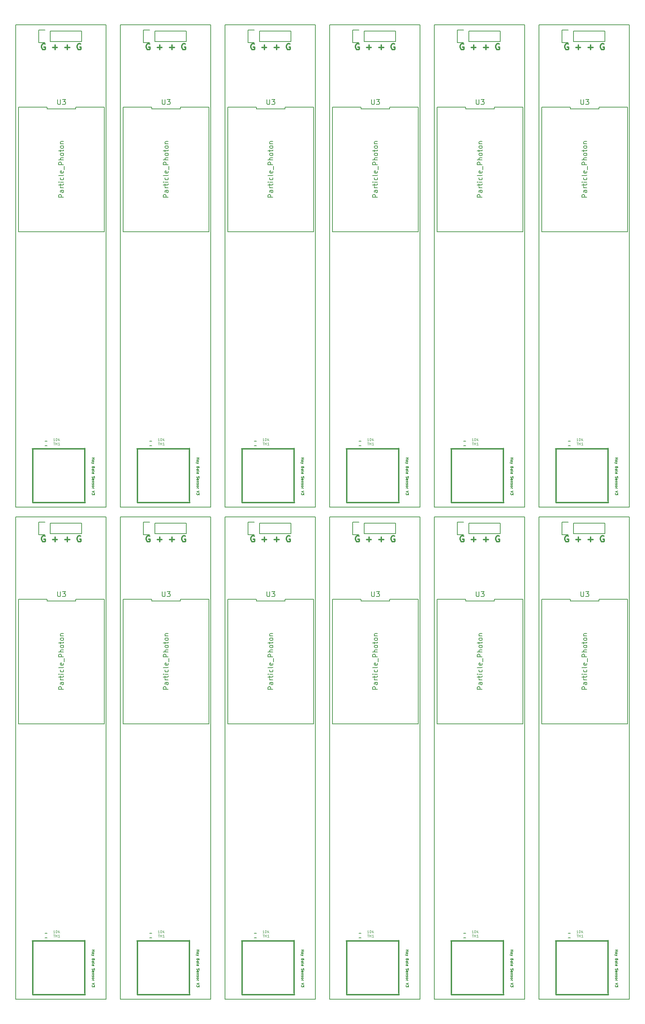
<source format=gto>
G04 #@! TF.FileFunction,Legend,Top*
%FSLAX46Y46*%
G04 Gerber Fmt 4.6, Leading zero omitted, Abs format (unit mm)*
G04 Created by KiCad (PCBNEW 4.0.1-stable) date 10/3/2016 4:29:35 PM*
%MOMM*%
G01*
G04 APERTURE LIST*
%ADD10C,0.100000*%
%ADD11C,0.200000*%
%ADD12C,0.300000*%
%ADD13C,0.152400*%
%ADD14C,0.304800*%
%ADD15C,0.150000*%
%ADD16C,0.050000*%
G04 APERTURE END LIST*
D10*
D11*
X125374400Y-17780000D02*
X125450600Y-17780000D01*
X125374400Y-134772400D02*
X125374400Y-17780000D01*
X147320000Y-134772400D02*
X125374400Y-134772400D01*
X147320000Y-17780000D02*
X147320000Y-134772400D01*
X125374400Y-17780000D02*
X147320000Y-17780000D01*
D12*
X132469429Y-22389400D02*
X132326572Y-22317971D01*
X132112286Y-22317971D01*
X131898001Y-22389400D01*
X131755143Y-22532257D01*
X131683715Y-22675114D01*
X131612286Y-22960829D01*
X131612286Y-23175114D01*
X131683715Y-23460829D01*
X131755143Y-23603686D01*
X131898001Y-23746543D01*
X132112286Y-23817971D01*
X132255143Y-23817971D01*
X132469429Y-23746543D01*
X132540858Y-23675114D01*
X132540858Y-23175114D01*
X132255143Y-23175114D01*
X134326572Y-23246543D02*
X135469429Y-23246543D01*
X134898000Y-23817971D02*
X134898000Y-22675114D01*
X137326572Y-23246543D02*
X138469429Y-23246543D01*
X137898000Y-23817971D02*
X137898000Y-22675114D01*
X141112286Y-22389400D02*
X140969429Y-22317971D01*
X140755143Y-22317971D01*
X140540858Y-22389400D01*
X140398000Y-22532257D01*
X140326572Y-22675114D01*
X140255143Y-22960829D01*
X140255143Y-23175114D01*
X140326572Y-23460829D01*
X140398000Y-23603686D01*
X140540858Y-23746543D01*
X140755143Y-23817971D01*
X140898000Y-23817971D01*
X141112286Y-23746543D01*
X141183715Y-23675114D01*
X141183715Y-23175114D01*
X140898000Y-23175114D01*
D11*
X142189200Y-133705600D02*
X142189200Y-133197600D01*
X142163800Y-133705600D02*
X142189200Y-133705600D01*
X142214600Y-133705600D02*
X142163800Y-133705600D01*
X142087600Y-133705600D02*
X142214600Y-133705600D01*
X142087600Y-133248400D02*
X142087600Y-133705600D01*
X129514600Y-133654800D02*
X129514600Y-133299200D01*
X129565400Y-133654800D02*
X129514600Y-133654800D01*
X129413000Y-133654800D02*
X129565400Y-133654800D01*
X129413000Y-133299200D02*
X129413000Y-133654800D01*
X129489200Y-132892800D02*
X129489200Y-133654800D01*
D13*
X143920029Y-122809001D02*
X144529629Y-122809001D01*
X144239343Y-122809001D02*
X144239343Y-123157344D01*
X143920029Y-123157344D02*
X144529629Y-123157344D01*
X143920029Y-123708887D02*
X144239343Y-123708887D01*
X144297400Y-123679858D01*
X144326429Y-123621801D01*
X144326429Y-123505687D01*
X144297400Y-123447630D01*
X143949057Y-123708887D02*
X143920029Y-123650830D01*
X143920029Y-123505687D01*
X143949057Y-123447630D01*
X144007114Y-123418601D01*
X144065171Y-123418601D01*
X144123229Y-123447630D01*
X144152257Y-123505687D01*
X144152257Y-123650830D01*
X144181286Y-123708887D01*
X144326429Y-123941116D02*
X143920029Y-124086259D01*
X144326429Y-124231401D02*
X143920029Y-124086259D01*
X143774886Y-124028201D01*
X143745857Y-123999173D01*
X143716829Y-123941116D01*
X144239343Y-125131287D02*
X144210314Y-125218373D01*
X144181286Y-125247401D01*
X144123229Y-125276430D01*
X144036143Y-125276430D01*
X143978086Y-125247401D01*
X143949057Y-125218373D01*
X143920029Y-125160315D01*
X143920029Y-124928087D01*
X144529629Y-124928087D01*
X144529629Y-125131287D01*
X144500600Y-125189344D01*
X144471571Y-125218373D01*
X144413514Y-125247401D01*
X144355457Y-125247401D01*
X144297400Y-125218373D01*
X144268371Y-125189344D01*
X144239343Y-125131287D01*
X144239343Y-124928087D01*
X143920029Y-125798944D02*
X144239343Y-125798944D01*
X144297400Y-125769915D01*
X144326429Y-125711858D01*
X144326429Y-125595744D01*
X144297400Y-125537687D01*
X143949057Y-125798944D02*
X143920029Y-125740887D01*
X143920029Y-125595744D01*
X143949057Y-125537687D01*
X144007114Y-125508658D01*
X144065171Y-125508658D01*
X144123229Y-125537687D01*
X144152257Y-125595744D01*
X144152257Y-125740887D01*
X144181286Y-125798944D01*
X143920029Y-126176316D02*
X143949057Y-126118258D01*
X144007114Y-126089230D01*
X144529629Y-126089230D01*
X143949057Y-126640772D02*
X143920029Y-126582715D01*
X143920029Y-126466601D01*
X143949057Y-126408544D01*
X144007114Y-126379515D01*
X144239343Y-126379515D01*
X144297400Y-126408544D01*
X144326429Y-126466601D01*
X144326429Y-126582715D01*
X144297400Y-126640772D01*
X144239343Y-126669801D01*
X144181286Y-126669801D01*
X144123229Y-126379515D01*
X143949057Y-127366486D02*
X143920029Y-127453572D01*
X143920029Y-127598715D01*
X143949057Y-127656772D01*
X143978086Y-127685801D01*
X144036143Y-127714829D01*
X144094200Y-127714829D01*
X144152257Y-127685801D01*
X144181286Y-127656772D01*
X144210314Y-127598715D01*
X144239343Y-127482601D01*
X144268371Y-127424543D01*
X144297400Y-127395515D01*
X144355457Y-127366486D01*
X144413514Y-127366486D01*
X144471571Y-127395515D01*
X144500600Y-127424543D01*
X144529629Y-127482601D01*
X144529629Y-127627743D01*
X144500600Y-127714829D01*
X143949057Y-128208314D02*
X143920029Y-128150257D01*
X143920029Y-128034143D01*
X143949057Y-127976086D01*
X144007114Y-127947057D01*
X144239343Y-127947057D01*
X144297400Y-127976086D01*
X144326429Y-128034143D01*
X144326429Y-128150257D01*
X144297400Y-128208314D01*
X144239343Y-128237343D01*
X144181286Y-128237343D01*
X144123229Y-127947057D01*
X144326429Y-128498600D02*
X143920029Y-128498600D01*
X144268371Y-128498600D02*
X144297400Y-128527628D01*
X144326429Y-128585686D01*
X144326429Y-128672771D01*
X144297400Y-128730828D01*
X144239343Y-128759857D01*
X143920029Y-128759857D01*
X143949057Y-129021114D02*
X143920029Y-129079171D01*
X143920029Y-129195286D01*
X143949057Y-129253343D01*
X144007114Y-129282371D01*
X144036143Y-129282371D01*
X144094200Y-129253343D01*
X144123229Y-129195286D01*
X144123229Y-129108200D01*
X144152257Y-129050143D01*
X144210314Y-129021114D01*
X144239343Y-129021114D01*
X144297400Y-129050143D01*
X144326429Y-129108200D01*
X144326429Y-129195286D01*
X144297400Y-129253343D01*
X143920029Y-129630715D02*
X143949057Y-129572657D01*
X143978086Y-129543629D01*
X144036143Y-129514600D01*
X144210314Y-129514600D01*
X144268371Y-129543629D01*
X144297400Y-129572657D01*
X144326429Y-129630715D01*
X144326429Y-129717800D01*
X144297400Y-129775857D01*
X144268371Y-129804886D01*
X144210314Y-129833915D01*
X144036143Y-129833915D01*
X143978086Y-129804886D01*
X143949057Y-129775857D01*
X143920029Y-129717800D01*
X143920029Y-129630715D01*
X143920029Y-130095172D02*
X144326429Y-130095172D01*
X144210314Y-130095172D02*
X144268371Y-130124200D01*
X144297400Y-130153229D01*
X144326429Y-130211286D01*
X144326429Y-130269343D01*
X144529629Y-130849914D02*
X143920029Y-131053114D01*
X144529629Y-131256314D01*
X144529629Y-131401457D02*
X144529629Y-131778828D01*
X144297400Y-131575628D01*
X144297400Y-131662714D01*
X144268371Y-131720771D01*
X144239343Y-131749800D01*
X144181286Y-131778828D01*
X144036143Y-131778828D01*
X143978086Y-131749800D01*
X143949057Y-131720771D01*
X143920029Y-131662714D01*
X143920029Y-131488542D01*
X143949057Y-131430485D01*
X143978086Y-131401457D01*
D14*
X142141000Y-120587000D02*
X142141000Y-133287000D01*
X142166400Y-133642600D02*
X129466400Y-133642600D01*
X142141000Y-120637800D02*
X129441000Y-120637800D01*
X129466400Y-120663200D02*
X129466400Y-133363200D01*
D11*
X150774400Y-17780000D02*
X150850600Y-17780000D01*
X150774400Y-134772400D02*
X150774400Y-17780000D01*
X172720000Y-134772400D02*
X150774400Y-134772400D01*
X172720000Y-17780000D02*
X172720000Y-134772400D01*
X150774400Y-17780000D02*
X172720000Y-17780000D01*
D12*
X157869429Y-22389400D02*
X157726572Y-22317971D01*
X157512286Y-22317971D01*
X157298001Y-22389400D01*
X157155143Y-22532257D01*
X157083715Y-22675114D01*
X157012286Y-22960829D01*
X157012286Y-23175114D01*
X157083715Y-23460829D01*
X157155143Y-23603686D01*
X157298001Y-23746543D01*
X157512286Y-23817971D01*
X157655143Y-23817971D01*
X157869429Y-23746543D01*
X157940858Y-23675114D01*
X157940858Y-23175114D01*
X157655143Y-23175114D01*
X159726572Y-23246543D02*
X160869429Y-23246543D01*
X160298000Y-23817971D02*
X160298000Y-22675114D01*
X162726572Y-23246543D02*
X163869429Y-23246543D01*
X163298000Y-23817971D02*
X163298000Y-22675114D01*
X166512286Y-22389400D02*
X166369429Y-22317971D01*
X166155143Y-22317971D01*
X165940858Y-22389400D01*
X165798000Y-22532257D01*
X165726572Y-22675114D01*
X165655143Y-22960829D01*
X165655143Y-23175114D01*
X165726572Y-23460829D01*
X165798000Y-23603686D01*
X165940858Y-23746543D01*
X166155143Y-23817971D01*
X166298000Y-23817971D01*
X166512286Y-23746543D01*
X166583715Y-23675114D01*
X166583715Y-23175114D01*
X166298000Y-23175114D01*
D11*
X167589200Y-133705600D02*
X167589200Y-133197600D01*
X167563800Y-133705600D02*
X167589200Y-133705600D01*
X167614600Y-133705600D02*
X167563800Y-133705600D01*
X167487600Y-133705600D02*
X167614600Y-133705600D01*
X167487600Y-133248400D02*
X167487600Y-133705600D01*
X154914600Y-133654800D02*
X154914600Y-133299200D01*
X154965400Y-133654800D02*
X154914600Y-133654800D01*
X154813000Y-133654800D02*
X154965400Y-133654800D01*
X154813000Y-133299200D02*
X154813000Y-133654800D01*
X154889200Y-132892800D02*
X154889200Y-133654800D01*
D13*
X169320029Y-122809001D02*
X169929629Y-122809001D01*
X169639343Y-122809001D02*
X169639343Y-123157344D01*
X169320029Y-123157344D02*
X169929629Y-123157344D01*
X169320029Y-123708887D02*
X169639343Y-123708887D01*
X169697400Y-123679858D01*
X169726429Y-123621801D01*
X169726429Y-123505687D01*
X169697400Y-123447630D01*
X169349057Y-123708887D02*
X169320029Y-123650830D01*
X169320029Y-123505687D01*
X169349057Y-123447630D01*
X169407114Y-123418601D01*
X169465171Y-123418601D01*
X169523229Y-123447630D01*
X169552257Y-123505687D01*
X169552257Y-123650830D01*
X169581286Y-123708887D01*
X169726429Y-123941116D02*
X169320029Y-124086259D01*
X169726429Y-124231401D02*
X169320029Y-124086259D01*
X169174886Y-124028201D01*
X169145857Y-123999173D01*
X169116829Y-123941116D01*
X169639343Y-125131287D02*
X169610314Y-125218373D01*
X169581286Y-125247401D01*
X169523229Y-125276430D01*
X169436143Y-125276430D01*
X169378086Y-125247401D01*
X169349057Y-125218373D01*
X169320029Y-125160315D01*
X169320029Y-124928087D01*
X169929629Y-124928087D01*
X169929629Y-125131287D01*
X169900600Y-125189344D01*
X169871571Y-125218373D01*
X169813514Y-125247401D01*
X169755457Y-125247401D01*
X169697400Y-125218373D01*
X169668371Y-125189344D01*
X169639343Y-125131287D01*
X169639343Y-124928087D01*
X169320029Y-125798944D02*
X169639343Y-125798944D01*
X169697400Y-125769915D01*
X169726429Y-125711858D01*
X169726429Y-125595744D01*
X169697400Y-125537687D01*
X169349057Y-125798944D02*
X169320029Y-125740887D01*
X169320029Y-125595744D01*
X169349057Y-125537687D01*
X169407114Y-125508658D01*
X169465171Y-125508658D01*
X169523229Y-125537687D01*
X169552257Y-125595744D01*
X169552257Y-125740887D01*
X169581286Y-125798944D01*
X169320029Y-126176316D02*
X169349057Y-126118258D01*
X169407114Y-126089230D01*
X169929629Y-126089230D01*
X169349057Y-126640772D02*
X169320029Y-126582715D01*
X169320029Y-126466601D01*
X169349057Y-126408544D01*
X169407114Y-126379515D01*
X169639343Y-126379515D01*
X169697400Y-126408544D01*
X169726429Y-126466601D01*
X169726429Y-126582715D01*
X169697400Y-126640772D01*
X169639343Y-126669801D01*
X169581286Y-126669801D01*
X169523229Y-126379515D01*
X169349057Y-127366486D02*
X169320029Y-127453572D01*
X169320029Y-127598715D01*
X169349057Y-127656772D01*
X169378086Y-127685801D01*
X169436143Y-127714829D01*
X169494200Y-127714829D01*
X169552257Y-127685801D01*
X169581286Y-127656772D01*
X169610314Y-127598715D01*
X169639343Y-127482601D01*
X169668371Y-127424543D01*
X169697400Y-127395515D01*
X169755457Y-127366486D01*
X169813514Y-127366486D01*
X169871571Y-127395515D01*
X169900600Y-127424543D01*
X169929629Y-127482601D01*
X169929629Y-127627743D01*
X169900600Y-127714829D01*
X169349057Y-128208314D02*
X169320029Y-128150257D01*
X169320029Y-128034143D01*
X169349057Y-127976086D01*
X169407114Y-127947057D01*
X169639343Y-127947057D01*
X169697400Y-127976086D01*
X169726429Y-128034143D01*
X169726429Y-128150257D01*
X169697400Y-128208314D01*
X169639343Y-128237343D01*
X169581286Y-128237343D01*
X169523229Y-127947057D01*
X169726429Y-128498600D02*
X169320029Y-128498600D01*
X169668371Y-128498600D02*
X169697400Y-128527628D01*
X169726429Y-128585686D01*
X169726429Y-128672771D01*
X169697400Y-128730828D01*
X169639343Y-128759857D01*
X169320029Y-128759857D01*
X169349057Y-129021114D02*
X169320029Y-129079171D01*
X169320029Y-129195286D01*
X169349057Y-129253343D01*
X169407114Y-129282371D01*
X169436143Y-129282371D01*
X169494200Y-129253343D01*
X169523229Y-129195286D01*
X169523229Y-129108200D01*
X169552257Y-129050143D01*
X169610314Y-129021114D01*
X169639343Y-129021114D01*
X169697400Y-129050143D01*
X169726429Y-129108200D01*
X169726429Y-129195286D01*
X169697400Y-129253343D01*
X169320029Y-129630715D02*
X169349057Y-129572657D01*
X169378086Y-129543629D01*
X169436143Y-129514600D01*
X169610314Y-129514600D01*
X169668371Y-129543629D01*
X169697400Y-129572657D01*
X169726429Y-129630715D01*
X169726429Y-129717800D01*
X169697400Y-129775857D01*
X169668371Y-129804886D01*
X169610314Y-129833915D01*
X169436143Y-129833915D01*
X169378086Y-129804886D01*
X169349057Y-129775857D01*
X169320029Y-129717800D01*
X169320029Y-129630715D01*
X169320029Y-130095172D02*
X169726429Y-130095172D01*
X169610314Y-130095172D02*
X169668371Y-130124200D01*
X169697400Y-130153229D01*
X169726429Y-130211286D01*
X169726429Y-130269343D01*
X169929629Y-130849914D02*
X169320029Y-131053114D01*
X169929629Y-131256314D01*
X169929629Y-131401457D02*
X169929629Y-131778828D01*
X169697400Y-131575628D01*
X169697400Y-131662714D01*
X169668371Y-131720771D01*
X169639343Y-131749800D01*
X169581286Y-131778828D01*
X169436143Y-131778828D01*
X169378086Y-131749800D01*
X169349057Y-131720771D01*
X169320029Y-131662714D01*
X169320029Y-131488542D01*
X169349057Y-131430485D01*
X169378086Y-131401457D01*
D14*
X167541000Y-120587000D02*
X167541000Y-133287000D01*
X167566400Y-133642600D02*
X154866400Y-133642600D01*
X167541000Y-120637800D02*
X154841000Y-120637800D01*
X154866400Y-120663200D02*
X154866400Y-133363200D01*
X154866400Y-240043200D02*
X154866400Y-252743200D01*
X167541000Y-240017800D02*
X154841000Y-240017800D01*
X167566400Y-253022600D02*
X154866400Y-253022600D01*
X167541000Y-239967000D02*
X167541000Y-252667000D01*
D13*
X169320029Y-242189001D02*
X169929629Y-242189001D01*
X169639343Y-242189001D02*
X169639343Y-242537344D01*
X169320029Y-242537344D02*
X169929629Y-242537344D01*
X169320029Y-243088887D02*
X169639343Y-243088887D01*
X169697400Y-243059858D01*
X169726429Y-243001801D01*
X169726429Y-242885687D01*
X169697400Y-242827630D01*
X169349057Y-243088887D02*
X169320029Y-243030830D01*
X169320029Y-242885687D01*
X169349057Y-242827630D01*
X169407114Y-242798601D01*
X169465171Y-242798601D01*
X169523229Y-242827630D01*
X169552257Y-242885687D01*
X169552257Y-243030830D01*
X169581286Y-243088887D01*
X169726429Y-243321116D02*
X169320029Y-243466259D01*
X169726429Y-243611401D02*
X169320029Y-243466259D01*
X169174886Y-243408201D01*
X169145857Y-243379173D01*
X169116829Y-243321116D01*
X169639343Y-244511287D02*
X169610314Y-244598373D01*
X169581286Y-244627401D01*
X169523229Y-244656430D01*
X169436143Y-244656430D01*
X169378086Y-244627401D01*
X169349057Y-244598373D01*
X169320029Y-244540315D01*
X169320029Y-244308087D01*
X169929629Y-244308087D01*
X169929629Y-244511287D01*
X169900600Y-244569344D01*
X169871571Y-244598373D01*
X169813514Y-244627401D01*
X169755457Y-244627401D01*
X169697400Y-244598373D01*
X169668371Y-244569344D01*
X169639343Y-244511287D01*
X169639343Y-244308087D01*
X169320029Y-245178944D02*
X169639343Y-245178944D01*
X169697400Y-245149915D01*
X169726429Y-245091858D01*
X169726429Y-244975744D01*
X169697400Y-244917687D01*
X169349057Y-245178944D02*
X169320029Y-245120887D01*
X169320029Y-244975744D01*
X169349057Y-244917687D01*
X169407114Y-244888658D01*
X169465171Y-244888658D01*
X169523229Y-244917687D01*
X169552257Y-244975744D01*
X169552257Y-245120887D01*
X169581286Y-245178944D01*
X169320029Y-245556316D02*
X169349057Y-245498258D01*
X169407114Y-245469230D01*
X169929629Y-245469230D01*
X169349057Y-246020772D02*
X169320029Y-245962715D01*
X169320029Y-245846601D01*
X169349057Y-245788544D01*
X169407114Y-245759515D01*
X169639343Y-245759515D01*
X169697400Y-245788544D01*
X169726429Y-245846601D01*
X169726429Y-245962715D01*
X169697400Y-246020772D01*
X169639343Y-246049801D01*
X169581286Y-246049801D01*
X169523229Y-245759515D01*
X169349057Y-246746486D02*
X169320029Y-246833572D01*
X169320029Y-246978715D01*
X169349057Y-247036772D01*
X169378086Y-247065801D01*
X169436143Y-247094829D01*
X169494200Y-247094829D01*
X169552257Y-247065801D01*
X169581286Y-247036772D01*
X169610314Y-246978715D01*
X169639343Y-246862601D01*
X169668371Y-246804543D01*
X169697400Y-246775515D01*
X169755457Y-246746486D01*
X169813514Y-246746486D01*
X169871571Y-246775515D01*
X169900600Y-246804543D01*
X169929629Y-246862601D01*
X169929629Y-247007743D01*
X169900600Y-247094829D01*
X169349057Y-247588314D02*
X169320029Y-247530257D01*
X169320029Y-247414143D01*
X169349057Y-247356086D01*
X169407114Y-247327057D01*
X169639343Y-247327057D01*
X169697400Y-247356086D01*
X169726429Y-247414143D01*
X169726429Y-247530257D01*
X169697400Y-247588314D01*
X169639343Y-247617343D01*
X169581286Y-247617343D01*
X169523229Y-247327057D01*
X169726429Y-247878600D02*
X169320029Y-247878600D01*
X169668371Y-247878600D02*
X169697400Y-247907628D01*
X169726429Y-247965686D01*
X169726429Y-248052771D01*
X169697400Y-248110828D01*
X169639343Y-248139857D01*
X169320029Y-248139857D01*
X169349057Y-248401114D02*
X169320029Y-248459171D01*
X169320029Y-248575286D01*
X169349057Y-248633343D01*
X169407114Y-248662371D01*
X169436143Y-248662371D01*
X169494200Y-248633343D01*
X169523229Y-248575286D01*
X169523229Y-248488200D01*
X169552257Y-248430143D01*
X169610314Y-248401114D01*
X169639343Y-248401114D01*
X169697400Y-248430143D01*
X169726429Y-248488200D01*
X169726429Y-248575286D01*
X169697400Y-248633343D01*
X169320029Y-249010715D02*
X169349057Y-248952657D01*
X169378086Y-248923629D01*
X169436143Y-248894600D01*
X169610314Y-248894600D01*
X169668371Y-248923629D01*
X169697400Y-248952657D01*
X169726429Y-249010715D01*
X169726429Y-249097800D01*
X169697400Y-249155857D01*
X169668371Y-249184886D01*
X169610314Y-249213915D01*
X169436143Y-249213915D01*
X169378086Y-249184886D01*
X169349057Y-249155857D01*
X169320029Y-249097800D01*
X169320029Y-249010715D01*
X169320029Y-249475172D02*
X169726429Y-249475172D01*
X169610314Y-249475172D02*
X169668371Y-249504200D01*
X169697400Y-249533229D01*
X169726429Y-249591286D01*
X169726429Y-249649343D01*
X169929629Y-250229914D02*
X169320029Y-250433114D01*
X169929629Y-250636314D01*
X169929629Y-250781457D02*
X169929629Y-251158828D01*
X169697400Y-250955628D01*
X169697400Y-251042714D01*
X169668371Y-251100771D01*
X169639343Y-251129800D01*
X169581286Y-251158828D01*
X169436143Y-251158828D01*
X169378086Y-251129800D01*
X169349057Y-251100771D01*
X169320029Y-251042714D01*
X169320029Y-250868542D01*
X169349057Y-250810485D01*
X169378086Y-250781457D01*
D11*
X154889200Y-252272800D02*
X154889200Y-253034800D01*
X154813000Y-252679200D02*
X154813000Y-253034800D01*
X154813000Y-253034800D02*
X154965400Y-253034800D01*
X154965400Y-253034800D02*
X154914600Y-253034800D01*
X154914600Y-253034800D02*
X154914600Y-252679200D01*
X167487600Y-252628400D02*
X167487600Y-253085600D01*
X167487600Y-253085600D02*
X167614600Y-253085600D01*
X167614600Y-253085600D02*
X167563800Y-253085600D01*
X167563800Y-253085600D02*
X167589200Y-253085600D01*
X167589200Y-253085600D02*
X167589200Y-252577600D01*
D12*
X157869429Y-141769400D02*
X157726572Y-141697971D01*
X157512286Y-141697971D01*
X157298001Y-141769400D01*
X157155143Y-141912257D01*
X157083715Y-142055114D01*
X157012286Y-142340829D01*
X157012286Y-142555114D01*
X157083715Y-142840829D01*
X157155143Y-142983686D01*
X157298001Y-143126543D01*
X157512286Y-143197971D01*
X157655143Y-143197971D01*
X157869429Y-143126543D01*
X157940858Y-143055114D01*
X157940858Y-142555114D01*
X157655143Y-142555114D01*
X159726572Y-142626543D02*
X160869429Y-142626543D01*
X160298000Y-143197971D02*
X160298000Y-142055114D01*
X162726572Y-142626543D02*
X163869429Y-142626543D01*
X163298000Y-143197971D02*
X163298000Y-142055114D01*
X166512286Y-141769400D02*
X166369429Y-141697971D01*
X166155143Y-141697971D01*
X165940858Y-141769400D01*
X165798000Y-141912257D01*
X165726572Y-142055114D01*
X165655143Y-142340829D01*
X165655143Y-142555114D01*
X165726572Y-142840829D01*
X165798000Y-142983686D01*
X165940858Y-143126543D01*
X166155143Y-143197971D01*
X166298000Y-143197971D01*
X166512286Y-143126543D01*
X166583715Y-143055114D01*
X166583715Y-142555114D01*
X166298000Y-142555114D01*
D11*
X150774400Y-137160000D02*
X172720000Y-137160000D01*
X172720000Y-137160000D02*
X172720000Y-254152400D01*
X172720000Y-254152400D02*
X150774400Y-254152400D01*
X150774400Y-254152400D02*
X150774400Y-137160000D01*
X150774400Y-137160000D02*
X150850600Y-137160000D01*
D14*
X129466400Y-240043200D02*
X129466400Y-252743200D01*
X142141000Y-240017800D02*
X129441000Y-240017800D01*
X142166400Y-253022600D02*
X129466400Y-253022600D01*
X142141000Y-239967000D02*
X142141000Y-252667000D01*
D13*
X143920029Y-242189001D02*
X144529629Y-242189001D01*
X144239343Y-242189001D02*
X144239343Y-242537344D01*
X143920029Y-242537344D02*
X144529629Y-242537344D01*
X143920029Y-243088887D02*
X144239343Y-243088887D01*
X144297400Y-243059858D01*
X144326429Y-243001801D01*
X144326429Y-242885687D01*
X144297400Y-242827630D01*
X143949057Y-243088887D02*
X143920029Y-243030830D01*
X143920029Y-242885687D01*
X143949057Y-242827630D01*
X144007114Y-242798601D01*
X144065171Y-242798601D01*
X144123229Y-242827630D01*
X144152257Y-242885687D01*
X144152257Y-243030830D01*
X144181286Y-243088887D01*
X144326429Y-243321116D02*
X143920029Y-243466259D01*
X144326429Y-243611401D02*
X143920029Y-243466259D01*
X143774886Y-243408201D01*
X143745857Y-243379173D01*
X143716829Y-243321116D01*
X144239343Y-244511287D02*
X144210314Y-244598373D01*
X144181286Y-244627401D01*
X144123229Y-244656430D01*
X144036143Y-244656430D01*
X143978086Y-244627401D01*
X143949057Y-244598373D01*
X143920029Y-244540315D01*
X143920029Y-244308087D01*
X144529629Y-244308087D01*
X144529629Y-244511287D01*
X144500600Y-244569344D01*
X144471571Y-244598373D01*
X144413514Y-244627401D01*
X144355457Y-244627401D01*
X144297400Y-244598373D01*
X144268371Y-244569344D01*
X144239343Y-244511287D01*
X144239343Y-244308087D01*
X143920029Y-245178944D02*
X144239343Y-245178944D01*
X144297400Y-245149915D01*
X144326429Y-245091858D01*
X144326429Y-244975744D01*
X144297400Y-244917687D01*
X143949057Y-245178944D02*
X143920029Y-245120887D01*
X143920029Y-244975744D01*
X143949057Y-244917687D01*
X144007114Y-244888658D01*
X144065171Y-244888658D01*
X144123229Y-244917687D01*
X144152257Y-244975744D01*
X144152257Y-245120887D01*
X144181286Y-245178944D01*
X143920029Y-245556316D02*
X143949057Y-245498258D01*
X144007114Y-245469230D01*
X144529629Y-245469230D01*
X143949057Y-246020772D02*
X143920029Y-245962715D01*
X143920029Y-245846601D01*
X143949057Y-245788544D01*
X144007114Y-245759515D01*
X144239343Y-245759515D01*
X144297400Y-245788544D01*
X144326429Y-245846601D01*
X144326429Y-245962715D01*
X144297400Y-246020772D01*
X144239343Y-246049801D01*
X144181286Y-246049801D01*
X144123229Y-245759515D01*
X143949057Y-246746486D02*
X143920029Y-246833572D01*
X143920029Y-246978715D01*
X143949057Y-247036772D01*
X143978086Y-247065801D01*
X144036143Y-247094829D01*
X144094200Y-247094829D01*
X144152257Y-247065801D01*
X144181286Y-247036772D01*
X144210314Y-246978715D01*
X144239343Y-246862601D01*
X144268371Y-246804543D01*
X144297400Y-246775515D01*
X144355457Y-246746486D01*
X144413514Y-246746486D01*
X144471571Y-246775515D01*
X144500600Y-246804543D01*
X144529629Y-246862601D01*
X144529629Y-247007743D01*
X144500600Y-247094829D01*
X143949057Y-247588314D02*
X143920029Y-247530257D01*
X143920029Y-247414143D01*
X143949057Y-247356086D01*
X144007114Y-247327057D01*
X144239343Y-247327057D01*
X144297400Y-247356086D01*
X144326429Y-247414143D01*
X144326429Y-247530257D01*
X144297400Y-247588314D01*
X144239343Y-247617343D01*
X144181286Y-247617343D01*
X144123229Y-247327057D01*
X144326429Y-247878600D02*
X143920029Y-247878600D01*
X144268371Y-247878600D02*
X144297400Y-247907628D01*
X144326429Y-247965686D01*
X144326429Y-248052771D01*
X144297400Y-248110828D01*
X144239343Y-248139857D01*
X143920029Y-248139857D01*
X143949057Y-248401114D02*
X143920029Y-248459171D01*
X143920029Y-248575286D01*
X143949057Y-248633343D01*
X144007114Y-248662371D01*
X144036143Y-248662371D01*
X144094200Y-248633343D01*
X144123229Y-248575286D01*
X144123229Y-248488200D01*
X144152257Y-248430143D01*
X144210314Y-248401114D01*
X144239343Y-248401114D01*
X144297400Y-248430143D01*
X144326429Y-248488200D01*
X144326429Y-248575286D01*
X144297400Y-248633343D01*
X143920029Y-249010715D02*
X143949057Y-248952657D01*
X143978086Y-248923629D01*
X144036143Y-248894600D01*
X144210314Y-248894600D01*
X144268371Y-248923629D01*
X144297400Y-248952657D01*
X144326429Y-249010715D01*
X144326429Y-249097800D01*
X144297400Y-249155857D01*
X144268371Y-249184886D01*
X144210314Y-249213915D01*
X144036143Y-249213915D01*
X143978086Y-249184886D01*
X143949057Y-249155857D01*
X143920029Y-249097800D01*
X143920029Y-249010715D01*
X143920029Y-249475172D02*
X144326429Y-249475172D01*
X144210314Y-249475172D02*
X144268371Y-249504200D01*
X144297400Y-249533229D01*
X144326429Y-249591286D01*
X144326429Y-249649343D01*
X144529629Y-250229914D02*
X143920029Y-250433114D01*
X144529629Y-250636314D01*
X144529629Y-250781457D02*
X144529629Y-251158828D01*
X144297400Y-250955628D01*
X144297400Y-251042714D01*
X144268371Y-251100771D01*
X144239343Y-251129800D01*
X144181286Y-251158828D01*
X144036143Y-251158828D01*
X143978086Y-251129800D01*
X143949057Y-251100771D01*
X143920029Y-251042714D01*
X143920029Y-250868542D01*
X143949057Y-250810485D01*
X143978086Y-250781457D01*
D11*
X129489200Y-252272800D02*
X129489200Y-253034800D01*
X129413000Y-252679200D02*
X129413000Y-253034800D01*
X129413000Y-253034800D02*
X129565400Y-253034800D01*
X129565400Y-253034800D02*
X129514600Y-253034800D01*
X129514600Y-253034800D02*
X129514600Y-252679200D01*
X142087600Y-252628400D02*
X142087600Y-253085600D01*
X142087600Y-253085600D02*
X142214600Y-253085600D01*
X142214600Y-253085600D02*
X142163800Y-253085600D01*
X142163800Y-253085600D02*
X142189200Y-253085600D01*
X142189200Y-253085600D02*
X142189200Y-252577600D01*
D12*
X132469429Y-141769400D02*
X132326572Y-141697971D01*
X132112286Y-141697971D01*
X131898001Y-141769400D01*
X131755143Y-141912257D01*
X131683715Y-142055114D01*
X131612286Y-142340829D01*
X131612286Y-142555114D01*
X131683715Y-142840829D01*
X131755143Y-142983686D01*
X131898001Y-143126543D01*
X132112286Y-143197971D01*
X132255143Y-143197971D01*
X132469429Y-143126543D01*
X132540858Y-143055114D01*
X132540858Y-142555114D01*
X132255143Y-142555114D01*
X134326572Y-142626543D02*
X135469429Y-142626543D01*
X134898000Y-143197971D02*
X134898000Y-142055114D01*
X137326572Y-142626543D02*
X138469429Y-142626543D01*
X137898000Y-143197971D02*
X137898000Y-142055114D01*
X141112286Y-141769400D02*
X140969429Y-141697971D01*
X140755143Y-141697971D01*
X140540858Y-141769400D01*
X140398000Y-141912257D01*
X140326572Y-142055114D01*
X140255143Y-142340829D01*
X140255143Y-142555114D01*
X140326572Y-142840829D01*
X140398000Y-142983686D01*
X140540858Y-143126543D01*
X140755143Y-143197971D01*
X140898000Y-143197971D01*
X141112286Y-143126543D01*
X141183715Y-143055114D01*
X141183715Y-142555114D01*
X140898000Y-142555114D01*
D11*
X125374400Y-137160000D02*
X147320000Y-137160000D01*
X147320000Y-137160000D02*
X147320000Y-254152400D01*
X147320000Y-254152400D02*
X125374400Y-254152400D01*
X125374400Y-254152400D02*
X125374400Y-137160000D01*
X125374400Y-137160000D02*
X125450600Y-137160000D01*
D14*
X27866400Y-240043200D02*
X27866400Y-252743200D01*
X40541000Y-240017800D02*
X27841000Y-240017800D01*
X40566400Y-253022600D02*
X27866400Y-253022600D01*
X40541000Y-239967000D02*
X40541000Y-252667000D01*
D13*
X42320029Y-242189001D02*
X42929629Y-242189001D01*
X42639343Y-242189001D02*
X42639343Y-242537344D01*
X42320029Y-242537344D02*
X42929629Y-242537344D01*
X42320029Y-243088887D02*
X42639343Y-243088887D01*
X42697400Y-243059858D01*
X42726429Y-243001801D01*
X42726429Y-242885687D01*
X42697400Y-242827630D01*
X42349057Y-243088887D02*
X42320029Y-243030830D01*
X42320029Y-242885687D01*
X42349057Y-242827630D01*
X42407114Y-242798601D01*
X42465171Y-242798601D01*
X42523229Y-242827630D01*
X42552257Y-242885687D01*
X42552257Y-243030830D01*
X42581286Y-243088887D01*
X42726429Y-243321116D02*
X42320029Y-243466259D01*
X42726429Y-243611401D02*
X42320029Y-243466259D01*
X42174886Y-243408201D01*
X42145857Y-243379173D01*
X42116829Y-243321116D01*
X42639343Y-244511287D02*
X42610314Y-244598373D01*
X42581286Y-244627401D01*
X42523229Y-244656430D01*
X42436143Y-244656430D01*
X42378086Y-244627401D01*
X42349057Y-244598373D01*
X42320029Y-244540315D01*
X42320029Y-244308087D01*
X42929629Y-244308087D01*
X42929629Y-244511287D01*
X42900600Y-244569344D01*
X42871571Y-244598373D01*
X42813514Y-244627401D01*
X42755457Y-244627401D01*
X42697400Y-244598373D01*
X42668371Y-244569344D01*
X42639343Y-244511287D01*
X42639343Y-244308087D01*
X42320029Y-245178944D02*
X42639343Y-245178944D01*
X42697400Y-245149915D01*
X42726429Y-245091858D01*
X42726429Y-244975744D01*
X42697400Y-244917687D01*
X42349057Y-245178944D02*
X42320029Y-245120887D01*
X42320029Y-244975744D01*
X42349057Y-244917687D01*
X42407114Y-244888658D01*
X42465171Y-244888658D01*
X42523229Y-244917687D01*
X42552257Y-244975744D01*
X42552257Y-245120887D01*
X42581286Y-245178944D01*
X42320029Y-245556316D02*
X42349057Y-245498258D01*
X42407114Y-245469230D01*
X42929629Y-245469230D01*
X42349057Y-246020772D02*
X42320029Y-245962715D01*
X42320029Y-245846601D01*
X42349057Y-245788544D01*
X42407114Y-245759515D01*
X42639343Y-245759515D01*
X42697400Y-245788544D01*
X42726429Y-245846601D01*
X42726429Y-245962715D01*
X42697400Y-246020772D01*
X42639343Y-246049801D01*
X42581286Y-246049801D01*
X42523229Y-245759515D01*
X42349057Y-246746486D02*
X42320029Y-246833572D01*
X42320029Y-246978715D01*
X42349057Y-247036772D01*
X42378086Y-247065801D01*
X42436143Y-247094829D01*
X42494200Y-247094829D01*
X42552257Y-247065801D01*
X42581286Y-247036772D01*
X42610314Y-246978715D01*
X42639343Y-246862601D01*
X42668371Y-246804543D01*
X42697400Y-246775515D01*
X42755457Y-246746486D01*
X42813514Y-246746486D01*
X42871571Y-246775515D01*
X42900600Y-246804543D01*
X42929629Y-246862601D01*
X42929629Y-247007743D01*
X42900600Y-247094829D01*
X42349057Y-247588314D02*
X42320029Y-247530257D01*
X42320029Y-247414143D01*
X42349057Y-247356086D01*
X42407114Y-247327057D01*
X42639343Y-247327057D01*
X42697400Y-247356086D01*
X42726429Y-247414143D01*
X42726429Y-247530257D01*
X42697400Y-247588314D01*
X42639343Y-247617343D01*
X42581286Y-247617343D01*
X42523229Y-247327057D01*
X42726429Y-247878600D02*
X42320029Y-247878600D01*
X42668371Y-247878600D02*
X42697400Y-247907628D01*
X42726429Y-247965686D01*
X42726429Y-248052771D01*
X42697400Y-248110828D01*
X42639343Y-248139857D01*
X42320029Y-248139857D01*
X42349057Y-248401114D02*
X42320029Y-248459171D01*
X42320029Y-248575286D01*
X42349057Y-248633343D01*
X42407114Y-248662371D01*
X42436143Y-248662371D01*
X42494200Y-248633343D01*
X42523229Y-248575286D01*
X42523229Y-248488200D01*
X42552257Y-248430143D01*
X42610314Y-248401114D01*
X42639343Y-248401114D01*
X42697400Y-248430143D01*
X42726429Y-248488200D01*
X42726429Y-248575286D01*
X42697400Y-248633343D01*
X42320029Y-249010715D02*
X42349057Y-248952657D01*
X42378086Y-248923629D01*
X42436143Y-248894600D01*
X42610314Y-248894600D01*
X42668371Y-248923629D01*
X42697400Y-248952657D01*
X42726429Y-249010715D01*
X42726429Y-249097800D01*
X42697400Y-249155857D01*
X42668371Y-249184886D01*
X42610314Y-249213915D01*
X42436143Y-249213915D01*
X42378086Y-249184886D01*
X42349057Y-249155857D01*
X42320029Y-249097800D01*
X42320029Y-249010715D01*
X42320029Y-249475172D02*
X42726429Y-249475172D01*
X42610314Y-249475172D02*
X42668371Y-249504200D01*
X42697400Y-249533229D01*
X42726429Y-249591286D01*
X42726429Y-249649343D01*
X42929629Y-250229914D02*
X42320029Y-250433114D01*
X42929629Y-250636314D01*
X42929629Y-250781457D02*
X42929629Y-251158828D01*
X42697400Y-250955628D01*
X42697400Y-251042714D01*
X42668371Y-251100771D01*
X42639343Y-251129800D01*
X42581286Y-251158828D01*
X42436143Y-251158828D01*
X42378086Y-251129800D01*
X42349057Y-251100771D01*
X42320029Y-251042714D01*
X42320029Y-250868542D01*
X42349057Y-250810485D01*
X42378086Y-250781457D01*
D11*
X27889200Y-252272800D02*
X27889200Y-253034800D01*
X27813000Y-252679200D02*
X27813000Y-253034800D01*
X27813000Y-253034800D02*
X27965400Y-253034800D01*
X27965400Y-253034800D02*
X27914600Y-253034800D01*
X27914600Y-253034800D02*
X27914600Y-252679200D01*
X40487600Y-252628400D02*
X40487600Y-253085600D01*
X40487600Y-253085600D02*
X40614600Y-253085600D01*
X40614600Y-253085600D02*
X40563800Y-253085600D01*
X40563800Y-253085600D02*
X40589200Y-253085600D01*
X40589200Y-253085600D02*
X40589200Y-252577600D01*
D12*
X30869429Y-141769400D02*
X30726572Y-141697971D01*
X30512286Y-141697971D01*
X30298001Y-141769400D01*
X30155143Y-141912257D01*
X30083715Y-142055114D01*
X30012286Y-142340829D01*
X30012286Y-142555114D01*
X30083715Y-142840829D01*
X30155143Y-142983686D01*
X30298001Y-143126543D01*
X30512286Y-143197971D01*
X30655143Y-143197971D01*
X30869429Y-143126543D01*
X30940858Y-143055114D01*
X30940858Y-142555114D01*
X30655143Y-142555114D01*
X32726572Y-142626543D02*
X33869429Y-142626543D01*
X33298000Y-143197971D02*
X33298000Y-142055114D01*
X35726572Y-142626543D02*
X36869429Y-142626543D01*
X36298000Y-143197971D02*
X36298000Y-142055114D01*
X39512286Y-141769400D02*
X39369429Y-141697971D01*
X39155143Y-141697971D01*
X38940858Y-141769400D01*
X38798000Y-141912257D01*
X38726572Y-142055114D01*
X38655143Y-142340829D01*
X38655143Y-142555114D01*
X38726572Y-142840829D01*
X38798000Y-142983686D01*
X38940858Y-143126543D01*
X39155143Y-143197971D01*
X39298000Y-143197971D01*
X39512286Y-143126543D01*
X39583715Y-143055114D01*
X39583715Y-142555114D01*
X39298000Y-142555114D01*
D11*
X23774400Y-137160000D02*
X45720000Y-137160000D01*
X45720000Y-137160000D02*
X45720000Y-254152400D01*
X45720000Y-254152400D02*
X23774400Y-254152400D01*
X23774400Y-254152400D02*
X23774400Y-137160000D01*
X23774400Y-137160000D02*
X23850600Y-137160000D01*
X49174400Y-137160000D02*
X49250600Y-137160000D01*
X49174400Y-254152400D02*
X49174400Y-137160000D01*
X71120000Y-254152400D02*
X49174400Y-254152400D01*
X71120000Y-137160000D02*
X71120000Y-254152400D01*
X49174400Y-137160000D02*
X71120000Y-137160000D01*
D12*
X56269429Y-141769400D02*
X56126572Y-141697971D01*
X55912286Y-141697971D01*
X55698001Y-141769400D01*
X55555143Y-141912257D01*
X55483715Y-142055114D01*
X55412286Y-142340829D01*
X55412286Y-142555114D01*
X55483715Y-142840829D01*
X55555143Y-142983686D01*
X55698001Y-143126543D01*
X55912286Y-143197971D01*
X56055143Y-143197971D01*
X56269429Y-143126543D01*
X56340858Y-143055114D01*
X56340858Y-142555114D01*
X56055143Y-142555114D01*
X58126572Y-142626543D02*
X59269429Y-142626543D01*
X58698000Y-143197971D02*
X58698000Y-142055114D01*
X61126572Y-142626543D02*
X62269429Y-142626543D01*
X61698000Y-143197971D02*
X61698000Y-142055114D01*
X64912286Y-141769400D02*
X64769429Y-141697971D01*
X64555143Y-141697971D01*
X64340858Y-141769400D01*
X64198000Y-141912257D01*
X64126572Y-142055114D01*
X64055143Y-142340829D01*
X64055143Y-142555114D01*
X64126572Y-142840829D01*
X64198000Y-142983686D01*
X64340858Y-143126543D01*
X64555143Y-143197971D01*
X64698000Y-143197971D01*
X64912286Y-143126543D01*
X64983715Y-143055114D01*
X64983715Y-142555114D01*
X64698000Y-142555114D01*
D11*
X65989200Y-253085600D02*
X65989200Y-252577600D01*
X65963800Y-253085600D02*
X65989200Y-253085600D01*
X66014600Y-253085600D02*
X65963800Y-253085600D01*
X65887600Y-253085600D02*
X66014600Y-253085600D01*
X65887600Y-252628400D02*
X65887600Y-253085600D01*
X53314600Y-253034800D02*
X53314600Y-252679200D01*
X53365400Y-253034800D02*
X53314600Y-253034800D01*
X53213000Y-253034800D02*
X53365400Y-253034800D01*
X53213000Y-252679200D02*
X53213000Y-253034800D01*
X53289200Y-252272800D02*
X53289200Y-253034800D01*
D13*
X67720029Y-242189001D02*
X68329629Y-242189001D01*
X68039343Y-242189001D02*
X68039343Y-242537344D01*
X67720029Y-242537344D02*
X68329629Y-242537344D01*
X67720029Y-243088887D02*
X68039343Y-243088887D01*
X68097400Y-243059858D01*
X68126429Y-243001801D01*
X68126429Y-242885687D01*
X68097400Y-242827630D01*
X67749057Y-243088887D02*
X67720029Y-243030830D01*
X67720029Y-242885687D01*
X67749057Y-242827630D01*
X67807114Y-242798601D01*
X67865171Y-242798601D01*
X67923229Y-242827630D01*
X67952257Y-242885687D01*
X67952257Y-243030830D01*
X67981286Y-243088887D01*
X68126429Y-243321116D02*
X67720029Y-243466259D01*
X68126429Y-243611401D02*
X67720029Y-243466259D01*
X67574886Y-243408201D01*
X67545857Y-243379173D01*
X67516829Y-243321116D01*
X68039343Y-244511287D02*
X68010314Y-244598373D01*
X67981286Y-244627401D01*
X67923229Y-244656430D01*
X67836143Y-244656430D01*
X67778086Y-244627401D01*
X67749057Y-244598373D01*
X67720029Y-244540315D01*
X67720029Y-244308087D01*
X68329629Y-244308087D01*
X68329629Y-244511287D01*
X68300600Y-244569344D01*
X68271571Y-244598373D01*
X68213514Y-244627401D01*
X68155457Y-244627401D01*
X68097400Y-244598373D01*
X68068371Y-244569344D01*
X68039343Y-244511287D01*
X68039343Y-244308087D01*
X67720029Y-245178944D02*
X68039343Y-245178944D01*
X68097400Y-245149915D01*
X68126429Y-245091858D01*
X68126429Y-244975744D01*
X68097400Y-244917687D01*
X67749057Y-245178944D02*
X67720029Y-245120887D01*
X67720029Y-244975744D01*
X67749057Y-244917687D01*
X67807114Y-244888658D01*
X67865171Y-244888658D01*
X67923229Y-244917687D01*
X67952257Y-244975744D01*
X67952257Y-245120887D01*
X67981286Y-245178944D01*
X67720029Y-245556316D02*
X67749057Y-245498258D01*
X67807114Y-245469230D01*
X68329629Y-245469230D01*
X67749057Y-246020772D02*
X67720029Y-245962715D01*
X67720029Y-245846601D01*
X67749057Y-245788544D01*
X67807114Y-245759515D01*
X68039343Y-245759515D01*
X68097400Y-245788544D01*
X68126429Y-245846601D01*
X68126429Y-245962715D01*
X68097400Y-246020772D01*
X68039343Y-246049801D01*
X67981286Y-246049801D01*
X67923229Y-245759515D01*
X67749057Y-246746486D02*
X67720029Y-246833572D01*
X67720029Y-246978715D01*
X67749057Y-247036772D01*
X67778086Y-247065801D01*
X67836143Y-247094829D01*
X67894200Y-247094829D01*
X67952257Y-247065801D01*
X67981286Y-247036772D01*
X68010314Y-246978715D01*
X68039343Y-246862601D01*
X68068371Y-246804543D01*
X68097400Y-246775515D01*
X68155457Y-246746486D01*
X68213514Y-246746486D01*
X68271571Y-246775515D01*
X68300600Y-246804543D01*
X68329629Y-246862601D01*
X68329629Y-247007743D01*
X68300600Y-247094829D01*
X67749057Y-247588314D02*
X67720029Y-247530257D01*
X67720029Y-247414143D01*
X67749057Y-247356086D01*
X67807114Y-247327057D01*
X68039343Y-247327057D01*
X68097400Y-247356086D01*
X68126429Y-247414143D01*
X68126429Y-247530257D01*
X68097400Y-247588314D01*
X68039343Y-247617343D01*
X67981286Y-247617343D01*
X67923229Y-247327057D01*
X68126429Y-247878600D02*
X67720029Y-247878600D01*
X68068371Y-247878600D02*
X68097400Y-247907628D01*
X68126429Y-247965686D01*
X68126429Y-248052771D01*
X68097400Y-248110828D01*
X68039343Y-248139857D01*
X67720029Y-248139857D01*
X67749057Y-248401114D02*
X67720029Y-248459171D01*
X67720029Y-248575286D01*
X67749057Y-248633343D01*
X67807114Y-248662371D01*
X67836143Y-248662371D01*
X67894200Y-248633343D01*
X67923229Y-248575286D01*
X67923229Y-248488200D01*
X67952257Y-248430143D01*
X68010314Y-248401114D01*
X68039343Y-248401114D01*
X68097400Y-248430143D01*
X68126429Y-248488200D01*
X68126429Y-248575286D01*
X68097400Y-248633343D01*
X67720029Y-249010715D02*
X67749057Y-248952657D01*
X67778086Y-248923629D01*
X67836143Y-248894600D01*
X68010314Y-248894600D01*
X68068371Y-248923629D01*
X68097400Y-248952657D01*
X68126429Y-249010715D01*
X68126429Y-249097800D01*
X68097400Y-249155857D01*
X68068371Y-249184886D01*
X68010314Y-249213915D01*
X67836143Y-249213915D01*
X67778086Y-249184886D01*
X67749057Y-249155857D01*
X67720029Y-249097800D01*
X67720029Y-249010715D01*
X67720029Y-249475172D02*
X68126429Y-249475172D01*
X68010314Y-249475172D02*
X68068371Y-249504200D01*
X68097400Y-249533229D01*
X68126429Y-249591286D01*
X68126429Y-249649343D01*
X68329629Y-250229914D02*
X67720029Y-250433114D01*
X68329629Y-250636314D01*
X68329629Y-250781457D02*
X68329629Y-251158828D01*
X68097400Y-250955628D01*
X68097400Y-251042714D01*
X68068371Y-251100771D01*
X68039343Y-251129800D01*
X67981286Y-251158828D01*
X67836143Y-251158828D01*
X67778086Y-251129800D01*
X67749057Y-251100771D01*
X67720029Y-251042714D01*
X67720029Y-250868542D01*
X67749057Y-250810485D01*
X67778086Y-250781457D01*
D14*
X65941000Y-239967000D02*
X65941000Y-252667000D01*
X65966400Y-253022600D02*
X53266400Y-253022600D01*
X65941000Y-240017800D02*
X53241000Y-240017800D01*
X53266400Y-240043200D02*
X53266400Y-252743200D01*
X104066400Y-240043200D02*
X104066400Y-252743200D01*
X116741000Y-240017800D02*
X104041000Y-240017800D01*
X116766400Y-253022600D02*
X104066400Y-253022600D01*
X116741000Y-239967000D02*
X116741000Y-252667000D01*
D13*
X118520029Y-242189001D02*
X119129629Y-242189001D01*
X118839343Y-242189001D02*
X118839343Y-242537344D01*
X118520029Y-242537344D02*
X119129629Y-242537344D01*
X118520029Y-243088887D02*
X118839343Y-243088887D01*
X118897400Y-243059858D01*
X118926429Y-243001801D01*
X118926429Y-242885687D01*
X118897400Y-242827630D01*
X118549057Y-243088887D02*
X118520029Y-243030830D01*
X118520029Y-242885687D01*
X118549057Y-242827630D01*
X118607114Y-242798601D01*
X118665171Y-242798601D01*
X118723229Y-242827630D01*
X118752257Y-242885687D01*
X118752257Y-243030830D01*
X118781286Y-243088887D01*
X118926429Y-243321116D02*
X118520029Y-243466259D01*
X118926429Y-243611401D02*
X118520029Y-243466259D01*
X118374886Y-243408201D01*
X118345857Y-243379173D01*
X118316829Y-243321116D01*
X118839343Y-244511287D02*
X118810314Y-244598373D01*
X118781286Y-244627401D01*
X118723229Y-244656430D01*
X118636143Y-244656430D01*
X118578086Y-244627401D01*
X118549057Y-244598373D01*
X118520029Y-244540315D01*
X118520029Y-244308087D01*
X119129629Y-244308087D01*
X119129629Y-244511287D01*
X119100600Y-244569344D01*
X119071571Y-244598373D01*
X119013514Y-244627401D01*
X118955457Y-244627401D01*
X118897400Y-244598373D01*
X118868371Y-244569344D01*
X118839343Y-244511287D01*
X118839343Y-244308087D01*
X118520029Y-245178944D02*
X118839343Y-245178944D01*
X118897400Y-245149915D01*
X118926429Y-245091858D01*
X118926429Y-244975744D01*
X118897400Y-244917687D01*
X118549057Y-245178944D02*
X118520029Y-245120887D01*
X118520029Y-244975744D01*
X118549057Y-244917687D01*
X118607114Y-244888658D01*
X118665171Y-244888658D01*
X118723229Y-244917687D01*
X118752257Y-244975744D01*
X118752257Y-245120887D01*
X118781286Y-245178944D01*
X118520029Y-245556316D02*
X118549057Y-245498258D01*
X118607114Y-245469230D01*
X119129629Y-245469230D01*
X118549057Y-246020772D02*
X118520029Y-245962715D01*
X118520029Y-245846601D01*
X118549057Y-245788544D01*
X118607114Y-245759515D01*
X118839343Y-245759515D01*
X118897400Y-245788544D01*
X118926429Y-245846601D01*
X118926429Y-245962715D01*
X118897400Y-246020772D01*
X118839343Y-246049801D01*
X118781286Y-246049801D01*
X118723229Y-245759515D01*
X118549057Y-246746486D02*
X118520029Y-246833572D01*
X118520029Y-246978715D01*
X118549057Y-247036772D01*
X118578086Y-247065801D01*
X118636143Y-247094829D01*
X118694200Y-247094829D01*
X118752257Y-247065801D01*
X118781286Y-247036772D01*
X118810314Y-246978715D01*
X118839343Y-246862601D01*
X118868371Y-246804543D01*
X118897400Y-246775515D01*
X118955457Y-246746486D01*
X119013514Y-246746486D01*
X119071571Y-246775515D01*
X119100600Y-246804543D01*
X119129629Y-246862601D01*
X119129629Y-247007743D01*
X119100600Y-247094829D01*
X118549057Y-247588314D02*
X118520029Y-247530257D01*
X118520029Y-247414143D01*
X118549057Y-247356086D01*
X118607114Y-247327057D01*
X118839343Y-247327057D01*
X118897400Y-247356086D01*
X118926429Y-247414143D01*
X118926429Y-247530257D01*
X118897400Y-247588314D01*
X118839343Y-247617343D01*
X118781286Y-247617343D01*
X118723229Y-247327057D01*
X118926429Y-247878600D02*
X118520029Y-247878600D01*
X118868371Y-247878600D02*
X118897400Y-247907628D01*
X118926429Y-247965686D01*
X118926429Y-248052771D01*
X118897400Y-248110828D01*
X118839343Y-248139857D01*
X118520029Y-248139857D01*
X118549057Y-248401114D02*
X118520029Y-248459171D01*
X118520029Y-248575286D01*
X118549057Y-248633343D01*
X118607114Y-248662371D01*
X118636143Y-248662371D01*
X118694200Y-248633343D01*
X118723229Y-248575286D01*
X118723229Y-248488200D01*
X118752257Y-248430143D01*
X118810314Y-248401114D01*
X118839343Y-248401114D01*
X118897400Y-248430143D01*
X118926429Y-248488200D01*
X118926429Y-248575286D01*
X118897400Y-248633343D01*
X118520029Y-249010715D02*
X118549057Y-248952657D01*
X118578086Y-248923629D01*
X118636143Y-248894600D01*
X118810314Y-248894600D01*
X118868371Y-248923629D01*
X118897400Y-248952657D01*
X118926429Y-249010715D01*
X118926429Y-249097800D01*
X118897400Y-249155857D01*
X118868371Y-249184886D01*
X118810314Y-249213915D01*
X118636143Y-249213915D01*
X118578086Y-249184886D01*
X118549057Y-249155857D01*
X118520029Y-249097800D01*
X118520029Y-249010715D01*
X118520029Y-249475172D02*
X118926429Y-249475172D01*
X118810314Y-249475172D02*
X118868371Y-249504200D01*
X118897400Y-249533229D01*
X118926429Y-249591286D01*
X118926429Y-249649343D01*
X119129629Y-250229914D02*
X118520029Y-250433114D01*
X119129629Y-250636314D01*
X119129629Y-250781457D02*
X119129629Y-251158828D01*
X118897400Y-250955628D01*
X118897400Y-251042714D01*
X118868371Y-251100771D01*
X118839343Y-251129800D01*
X118781286Y-251158828D01*
X118636143Y-251158828D01*
X118578086Y-251129800D01*
X118549057Y-251100771D01*
X118520029Y-251042714D01*
X118520029Y-250868542D01*
X118549057Y-250810485D01*
X118578086Y-250781457D01*
D11*
X104089200Y-252272800D02*
X104089200Y-253034800D01*
X104013000Y-252679200D02*
X104013000Y-253034800D01*
X104013000Y-253034800D02*
X104165400Y-253034800D01*
X104165400Y-253034800D02*
X104114600Y-253034800D01*
X104114600Y-253034800D02*
X104114600Y-252679200D01*
X116687600Y-252628400D02*
X116687600Y-253085600D01*
X116687600Y-253085600D02*
X116814600Y-253085600D01*
X116814600Y-253085600D02*
X116763800Y-253085600D01*
X116763800Y-253085600D02*
X116789200Y-253085600D01*
X116789200Y-253085600D02*
X116789200Y-252577600D01*
D12*
X107069429Y-141769400D02*
X106926572Y-141697971D01*
X106712286Y-141697971D01*
X106498001Y-141769400D01*
X106355143Y-141912257D01*
X106283715Y-142055114D01*
X106212286Y-142340829D01*
X106212286Y-142555114D01*
X106283715Y-142840829D01*
X106355143Y-142983686D01*
X106498001Y-143126543D01*
X106712286Y-143197971D01*
X106855143Y-143197971D01*
X107069429Y-143126543D01*
X107140858Y-143055114D01*
X107140858Y-142555114D01*
X106855143Y-142555114D01*
X108926572Y-142626543D02*
X110069429Y-142626543D01*
X109498000Y-143197971D02*
X109498000Y-142055114D01*
X111926572Y-142626543D02*
X113069429Y-142626543D01*
X112498000Y-143197971D02*
X112498000Y-142055114D01*
X115712286Y-141769400D02*
X115569429Y-141697971D01*
X115355143Y-141697971D01*
X115140858Y-141769400D01*
X114998000Y-141912257D01*
X114926572Y-142055114D01*
X114855143Y-142340829D01*
X114855143Y-142555114D01*
X114926572Y-142840829D01*
X114998000Y-142983686D01*
X115140858Y-143126543D01*
X115355143Y-143197971D01*
X115498000Y-143197971D01*
X115712286Y-143126543D01*
X115783715Y-143055114D01*
X115783715Y-142555114D01*
X115498000Y-142555114D01*
D11*
X99974400Y-137160000D02*
X121920000Y-137160000D01*
X121920000Y-137160000D02*
X121920000Y-254152400D01*
X121920000Y-254152400D02*
X99974400Y-254152400D01*
X99974400Y-254152400D02*
X99974400Y-137160000D01*
X99974400Y-137160000D02*
X100050600Y-137160000D01*
X74574400Y-137160000D02*
X74650600Y-137160000D01*
X74574400Y-254152400D02*
X74574400Y-137160000D01*
X96520000Y-254152400D02*
X74574400Y-254152400D01*
X96520000Y-137160000D02*
X96520000Y-254152400D01*
X74574400Y-137160000D02*
X96520000Y-137160000D01*
D12*
X81669429Y-141769400D02*
X81526572Y-141697971D01*
X81312286Y-141697971D01*
X81098001Y-141769400D01*
X80955143Y-141912257D01*
X80883715Y-142055114D01*
X80812286Y-142340829D01*
X80812286Y-142555114D01*
X80883715Y-142840829D01*
X80955143Y-142983686D01*
X81098001Y-143126543D01*
X81312286Y-143197971D01*
X81455143Y-143197971D01*
X81669429Y-143126543D01*
X81740858Y-143055114D01*
X81740858Y-142555114D01*
X81455143Y-142555114D01*
X83526572Y-142626543D02*
X84669429Y-142626543D01*
X84098000Y-143197971D02*
X84098000Y-142055114D01*
X86526572Y-142626543D02*
X87669429Y-142626543D01*
X87098000Y-143197971D02*
X87098000Y-142055114D01*
X90312286Y-141769400D02*
X90169429Y-141697971D01*
X89955143Y-141697971D01*
X89740858Y-141769400D01*
X89598000Y-141912257D01*
X89526572Y-142055114D01*
X89455143Y-142340829D01*
X89455143Y-142555114D01*
X89526572Y-142840829D01*
X89598000Y-142983686D01*
X89740858Y-143126543D01*
X89955143Y-143197971D01*
X90098000Y-143197971D01*
X90312286Y-143126543D01*
X90383715Y-143055114D01*
X90383715Y-142555114D01*
X90098000Y-142555114D01*
D11*
X91389200Y-253085600D02*
X91389200Y-252577600D01*
X91363800Y-253085600D02*
X91389200Y-253085600D01*
X91414600Y-253085600D02*
X91363800Y-253085600D01*
X91287600Y-253085600D02*
X91414600Y-253085600D01*
X91287600Y-252628400D02*
X91287600Y-253085600D01*
X78714600Y-253034800D02*
X78714600Y-252679200D01*
X78765400Y-253034800D02*
X78714600Y-253034800D01*
X78613000Y-253034800D02*
X78765400Y-253034800D01*
X78613000Y-252679200D02*
X78613000Y-253034800D01*
X78689200Y-252272800D02*
X78689200Y-253034800D01*
D13*
X93120029Y-242189001D02*
X93729629Y-242189001D01*
X93439343Y-242189001D02*
X93439343Y-242537344D01*
X93120029Y-242537344D02*
X93729629Y-242537344D01*
X93120029Y-243088887D02*
X93439343Y-243088887D01*
X93497400Y-243059858D01*
X93526429Y-243001801D01*
X93526429Y-242885687D01*
X93497400Y-242827630D01*
X93149057Y-243088887D02*
X93120029Y-243030830D01*
X93120029Y-242885687D01*
X93149057Y-242827630D01*
X93207114Y-242798601D01*
X93265171Y-242798601D01*
X93323229Y-242827630D01*
X93352257Y-242885687D01*
X93352257Y-243030830D01*
X93381286Y-243088887D01*
X93526429Y-243321116D02*
X93120029Y-243466259D01*
X93526429Y-243611401D02*
X93120029Y-243466259D01*
X92974886Y-243408201D01*
X92945857Y-243379173D01*
X92916829Y-243321116D01*
X93439343Y-244511287D02*
X93410314Y-244598373D01*
X93381286Y-244627401D01*
X93323229Y-244656430D01*
X93236143Y-244656430D01*
X93178086Y-244627401D01*
X93149057Y-244598373D01*
X93120029Y-244540315D01*
X93120029Y-244308087D01*
X93729629Y-244308087D01*
X93729629Y-244511287D01*
X93700600Y-244569344D01*
X93671571Y-244598373D01*
X93613514Y-244627401D01*
X93555457Y-244627401D01*
X93497400Y-244598373D01*
X93468371Y-244569344D01*
X93439343Y-244511287D01*
X93439343Y-244308087D01*
X93120029Y-245178944D02*
X93439343Y-245178944D01*
X93497400Y-245149915D01*
X93526429Y-245091858D01*
X93526429Y-244975744D01*
X93497400Y-244917687D01*
X93149057Y-245178944D02*
X93120029Y-245120887D01*
X93120029Y-244975744D01*
X93149057Y-244917687D01*
X93207114Y-244888658D01*
X93265171Y-244888658D01*
X93323229Y-244917687D01*
X93352257Y-244975744D01*
X93352257Y-245120887D01*
X93381286Y-245178944D01*
X93120029Y-245556316D02*
X93149057Y-245498258D01*
X93207114Y-245469230D01*
X93729629Y-245469230D01*
X93149057Y-246020772D02*
X93120029Y-245962715D01*
X93120029Y-245846601D01*
X93149057Y-245788544D01*
X93207114Y-245759515D01*
X93439343Y-245759515D01*
X93497400Y-245788544D01*
X93526429Y-245846601D01*
X93526429Y-245962715D01*
X93497400Y-246020772D01*
X93439343Y-246049801D01*
X93381286Y-246049801D01*
X93323229Y-245759515D01*
X93149057Y-246746486D02*
X93120029Y-246833572D01*
X93120029Y-246978715D01*
X93149057Y-247036772D01*
X93178086Y-247065801D01*
X93236143Y-247094829D01*
X93294200Y-247094829D01*
X93352257Y-247065801D01*
X93381286Y-247036772D01*
X93410314Y-246978715D01*
X93439343Y-246862601D01*
X93468371Y-246804543D01*
X93497400Y-246775515D01*
X93555457Y-246746486D01*
X93613514Y-246746486D01*
X93671571Y-246775515D01*
X93700600Y-246804543D01*
X93729629Y-246862601D01*
X93729629Y-247007743D01*
X93700600Y-247094829D01*
X93149057Y-247588314D02*
X93120029Y-247530257D01*
X93120029Y-247414143D01*
X93149057Y-247356086D01*
X93207114Y-247327057D01*
X93439343Y-247327057D01*
X93497400Y-247356086D01*
X93526429Y-247414143D01*
X93526429Y-247530257D01*
X93497400Y-247588314D01*
X93439343Y-247617343D01*
X93381286Y-247617343D01*
X93323229Y-247327057D01*
X93526429Y-247878600D02*
X93120029Y-247878600D01*
X93468371Y-247878600D02*
X93497400Y-247907628D01*
X93526429Y-247965686D01*
X93526429Y-248052771D01*
X93497400Y-248110828D01*
X93439343Y-248139857D01*
X93120029Y-248139857D01*
X93149057Y-248401114D02*
X93120029Y-248459171D01*
X93120029Y-248575286D01*
X93149057Y-248633343D01*
X93207114Y-248662371D01*
X93236143Y-248662371D01*
X93294200Y-248633343D01*
X93323229Y-248575286D01*
X93323229Y-248488200D01*
X93352257Y-248430143D01*
X93410314Y-248401114D01*
X93439343Y-248401114D01*
X93497400Y-248430143D01*
X93526429Y-248488200D01*
X93526429Y-248575286D01*
X93497400Y-248633343D01*
X93120029Y-249010715D02*
X93149057Y-248952657D01*
X93178086Y-248923629D01*
X93236143Y-248894600D01*
X93410314Y-248894600D01*
X93468371Y-248923629D01*
X93497400Y-248952657D01*
X93526429Y-249010715D01*
X93526429Y-249097800D01*
X93497400Y-249155857D01*
X93468371Y-249184886D01*
X93410314Y-249213915D01*
X93236143Y-249213915D01*
X93178086Y-249184886D01*
X93149057Y-249155857D01*
X93120029Y-249097800D01*
X93120029Y-249010715D01*
X93120029Y-249475172D02*
X93526429Y-249475172D01*
X93410314Y-249475172D02*
X93468371Y-249504200D01*
X93497400Y-249533229D01*
X93526429Y-249591286D01*
X93526429Y-249649343D01*
X93729629Y-250229914D02*
X93120029Y-250433114D01*
X93729629Y-250636314D01*
X93729629Y-250781457D02*
X93729629Y-251158828D01*
X93497400Y-250955628D01*
X93497400Y-251042714D01*
X93468371Y-251100771D01*
X93439343Y-251129800D01*
X93381286Y-251158828D01*
X93236143Y-251158828D01*
X93178086Y-251129800D01*
X93149057Y-251100771D01*
X93120029Y-251042714D01*
X93120029Y-250868542D01*
X93149057Y-250810485D01*
X93178086Y-250781457D01*
D14*
X91341000Y-239967000D02*
X91341000Y-252667000D01*
X91366400Y-253022600D02*
X78666400Y-253022600D01*
X91341000Y-240017800D02*
X78641000Y-240017800D01*
X78666400Y-240043200D02*
X78666400Y-252743200D01*
X78666400Y-120663200D02*
X78666400Y-133363200D01*
X91341000Y-120637800D02*
X78641000Y-120637800D01*
X91366400Y-133642600D02*
X78666400Y-133642600D01*
X91341000Y-120587000D02*
X91341000Y-133287000D01*
D13*
X93120029Y-122809001D02*
X93729629Y-122809001D01*
X93439343Y-122809001D02*
X93439343Y-123157344D01*
X93120029Y-123157344D02*
X93729629Y-123157344D01*
X93120029Y-123708887D02*
X93439343Y-123708887D01*
X93497400Y-123679858D01*
X93526429Y-123621801D01*
X93526429Y-123505687D01*
X93497400Y-123447630D01*
X93149057Y-123708887D02*
X93120029Y-123650830D01*
X93120029Y-123505687D01*
X93149057Y-123447630D01*
X93207114Y-123418601D01*
X93265171Y-123418601D01*
X93323229Y-123447630D01*
X93352257Y-123505687D01*
X93352257Y-123650830D01*
X93381286Y-123708887D01*
X93526429Y-123941116D02*
X93120029Y-124086259D01*
X93526429Y-124231401D02*
X93120029Y-124086259D01*
X92974886Y-124028201D01*
X92945857Y-123999173D01*
X92916829Y-123941116D01*
X93439343Y-125131287D02*
X93410314Y-125218373D01*
X93381286Y-125247401D01*
X93323229Y-125276430D01*
X93236143Y-125276430D01*
X93178086Y-125247401D01*
X93149057Y-125218373D01*
X93120029Y-125160315D01*
X93120029Y-124928087D01*
X93729629Y-124928087D01*
X93729629Y-125131287D01*
X93700600Y-125189344D01*
X93671571Y-125218373D01*
X93613514Y-125247401D01*
X93555457Y-125247401D01*
X93497400Y-125218373D01*
X93468371Y-125189344D01*
X93439343Y-125131287D01*
X93439343Y-124928087D01*
X93120029Y-125798944D02*
X93439343Y-125798944D01*
X93497400Y-125769915D01*
X93526429Y-125711858D01*
X93526429Y-125595744D01*
X93497400Y-125537687D01*
X93149057Y-125798944D02*
X93120029Y-125740887D01*
X93120029Y-125595744D01*
X93149057Y-125537687D01*
X93207114Y-125508658D01*
X93265171Y-125508658D01*
X93323229Y-125537687D01*
X93352257Y-125595744D01*
X93352257Y-125740887D01*
X93381286Y-125798944D01*
X93120029Y-126176316D02*
X93149057Y-126118258D01*
X93207114Y-126089230D01*
X93729629Y-126089230D01*
X93149057Y-126640772D02*
X93120029Y-126582715D01*
X93120029Y-126466601D01*
X93149057Y-126408544D01*
X93207114Y-126379515D01*
X93439343Y-126379515D01*
X93497400Y-126408544D01*
X93526429Y-126466601D01*
X93526429Y-126582715D01*
X93497400Y-126640772D01*
X93439343Y-126669801D01*
X93381286Y-126669801D01*
X93323229Y-126379515D01*
X93149057Y-127366486D02*
X93120029Y-127453572D01*
X93120029Y-127598715D01*
X93149057Y-127656772D01*
X93178086Y-127685801D01*
X93236143Y-127714829D01*
X93294200Y-127714829D01*
X93352257Y-127685801D01*
X93381286Y-127656772D01*
X93410314Y-127598715D01*
X93439343Y-127482601D01*
X93468371Y-127424543D01*
X93497400Y-127395515D01*
X93555457Y-127366486D01*
X93613514Y-127366486D01*
X93671571Y-127395515D01*
X93700600Y-127424543D01*
X93729629Y-127482601D01*
X93729629Y-127627743D01*
X93700600Y-127714829D01*
X93149057Y-128208314D02*
X93120029Y-128150257D01*
X93120029Y-128034143D01*
X93149057Y-127976086D01*
X93207114Y-127947057D01*
X93439343Y-127947057D01*
X93497400Y-127976086D01*
X93526429Y-128034143D01*
X93526429Y-128150257D01*
X93497400Y-128208314D01*
X93439343Y-128237343D01*
X93381286Y-128237343D01*
X93323229Y-127947057D01*
X93526429Y-128498600D02*
X93120029Y-128498600D01*
X93468371Y-128498600D02*
X93497400Y-128527628D01*
X93526429Y-128585686D01*
X93526429Y-128672771D01*
X93497400Y-128730828D01*
X93439343Y-128759857D01*
X93120029Y-128759857D01*
X93149057Y-129021114D02*
X93120029Y-129079171D01*
X93120029Y-129195286D01*
X93149057Y-129253343D01*
X93207114Y-129282371D01*
X93236143Y-129282371D01*
X93294200Y-129253343D01*
X93323229Y-129195286D01*
X93323229Y-129108200D01*
X93352257Y-129050143D01*
X93410314Y-129021114D01*
X93439343Y-129021114D01*
X93497400Y-129050143D01*
X93526429Y-129108200D01*
X93526429Y-129195286D01*
X93497400Y-129253343D01*
X93120029Y-129630715D02*
X93149057Y-129572657D01*
X93178086Y-129543629D01*
X93236143Y-129514600D01*
X93410314Y-129514600D01*
X93468371Y-129543629D01*
X93497400Y-129572657D01*
X93526429Y-129630715D01*
X93526429Y-129717800D01*
X93497400Y-129775857D01*
X93468371Y-129804886D01*
X93410314Y-129833915D01*
X93236143Y-129833915D01*
X93178086Y-129804886D01*
X93149057Y-129775857D01*
X93120029Y-129717800D01*
X93120029Y-129630715D01*
X93120029Y-130095172D02*
X93526429Y-130095172D01*
X93410314Y-130095172D02*
X93468371Y-130124200D01*
X93497400Y-130153229D01*
X93526429Y-130211286D01*
X93526429Y-130269343D01*
X93729629Y-130849914D02*
X93120029Y-131053114D01*
X93729629Y-131256314D01*
X93729629Y-131401457D02*
X93729629Y-131778828D01*
X93497400Y-131575628D01*
X93497400Y-131662714D01*
X93468371Y-131720771D01*
X93439343Y-131749800D01*
X93381286Y-131778828D01*
X93236143Y-131778828D01*
X93178086Y-131749800D01*
X93149057Y-131720771D01*
X93120029Y-131662714D01*
X93120029Y-131488542D01*
X93149057Y-131430485D01*
X93178086Y-131401457D01*
D11*
X78689200Y-132892800D02*
X78689200Y-133654800D01*
X78613000Y-133299200D02*
X78613000Y-133654800D01*
X78613000Y-133654800D02*
X78765400Y-133654800D01*
X78765400Y-133654800D02*
X78714600Y-133654800D01*
X78714600Y-133654800D02*
X78714600Y-133299200D01*
X91287600Y-133248400D02*
X91287600Y-133705600D01*
X91287600Y-133705600D02*
X91414600Y-133705600D01*
X91414600Y-133705600D02*
X91363800Y-133705600D01*
X91363800Y-133705600D02*
X91389200Y-133705600D01*
X91389200Y-133705600D02*
X91389200Y-133197600D01*
D12*
X81669429Y-22389400D02*
X81526572Y-22317971D01*
X81312286Y-22317971D01*
X81098001Y-22389400D01*
X80955143Y-22532257D01*
X80883715Y-22675114D01*
X80812286Y-22960829D01*
X80812286Y-23175114D01*
X80883715Y-23460829D01*
X80955143Y-23603686D01*
X81098001Y-23746543D01*
X81312286Y-23817971D01*
X81455143Y-23817971D01*
X81669429Y-23746543D01*
X81740858Y-23675114D01*
X81740858Y-23175114D01*
X81455143Y-23175114D01*
X83526572Y-23246543D02*
X84669429Y-23246543D01*
X84098000Y-23817971D02*
X84098000Y-22675114D01*
X86526572Y-23246543D02*
X87669429Y-23246543D01*
X87098000Y-23817971D02*
X87098000Y-22675114D01*
X90312286Y-22389400D02*
X90169429Y-22317971D01*
X89955143Y-22317971D01*
X89740858Y-22389400D01*
X89598000Y-22532257D01*
X89526572Y-22675114D01*
X89455143Y-22960829D01*
X89455143Y-23175114D01*
X89526572Y-23460829D01*
X89598000Y-23603686D01*
X89740858Y-23746543D01*
X89955143Y-23817971D01*
X90098000Y-23817971D01*
X90312286Y-23746543D01*
X90383715Y-23675114D01*
X90383715Y-23175114D01*
X90098000Y-23175114D01*
D11*
X74574400Y-17780000D02*
X96520000Y-17780000D01*
X96520000Y-17780000D02*
X96520000Y-134772400D01*
X96520000Y-134772400D02*
X74574400Y-134772400D01*
X74574400Y-134772400D02*
X74574400Y-17780000D01*
X74574400Y-17780000D02*
X74650600Y-17780000D01*
X99974400Y-17780000D02*
X100050600Y-17780000D01*
X99974400Y-134772400D02*
X99974400Y-17780000D01*
X121920000Y-134772400D02*
X99974400Y-134772400D01*
X121920000Y-17780000D02*
X121920000Y-134772400D01*
X99974400Y-17780000D02*
X121920000Y-17780000D01*
D12*
X107069429Y-22389400D02*
X106926572Y-22317971D01*
X106712286Y-22317971D01*
X106498001Y-22389400D01*
X106355143Y-22532257D01*
X106283715Y-22675114D01*
X106212286Y-22960829D01*
X106212286Y-23175114D01*
X106283715Y-23460829D01*
X106355143Y-23603686D01*
X106498001Y-23746543D01*
X106712286Y-23817971D01*
X106855143Y-23817971D01*
X107069429Y-23746543D01*
X107140858Y-23675114D01*
X107140858Y-23175114D01*
X106855143Y-23175114D01*
X108926572Y-23246543D02*
X110069429Y-23246543D01*
X109498000Y-23817971D02*
X109498000Y-22675114D01*
X111926572Y-23246543D02*
X113069429Y-23246543D01*
X112498000Y-23817971D02*
X112498000Y-22675114D01*
X115712286Y-22389400D02*
X115569429Y-22317971D01*
X115355143Y-22317971D01*
X115140858Y-22389400D01*
X114998000Y-22532257D01*
X114926572Y-22675114D01*
X114855143Y-22960829D01*
X114855143Y-23175114D01*
X114926572Y-23460829D01*
X114998000Y-23603686D01*
X115140858Y-23746543D01*
X115355143Y-23817971D01*
X115498000Y-23817971D01*
X115712286Y-23746543D01*
X115783715Y-23675114D01*
X115783715Y-23175114D01*
X115498000Y-23175114D01*
D11*
X116789200Y-133705600D02*
X116789200Y-133197600D01*
X116763800Y-133705600D02*
X116789200Y-133705600D01*
X116814600Y-133705600D02*
X116763800Y-133705600D01*
X116687600Y-133705600D02*
X116814600Y-133705600D01*
X116687600Y-133248400D02*
X116687600Y-133705600D01*
X104114600Y-133654800D02*
X104114600Y-133299200D01*
X104165400Y-133654800D02*
X104114600Y-133654800D01*
X104013000Y-133654800D02*
X104165400Y-133654800D01*
X104013000Y-133299200D02*
X104013000Y-133654800D01*
X104089200Y-132892800D02*
X104089200Y-133654800D01*
D13*
X118520029Y-122809001D02*
X119129629Y-122809001D01*
X118839343Y-122809001D02*
X118839343Y-123157344D01*
X118520029Y-123157344D02*
X119129629Y-123157344D01*
X118520029Y-123708887D02*
X118839343Y-123708887D01*
X118897400Y-123679858D01*
X118926429Y-123621801D01*
X118926429Y-123505687D01*
X118897400Y-123447630D01*
X118549057Y-123708887D02*
X118520029Y-123650830D01*
X118520029Y-123505687D01*
X118549057Y-123447630D01*
X118607114Y-123418601D01*
X118665171Y-123418601D01*
X118723229Y-123447630D01*
X118752257Y-123505687D01*
X118752257Y-123650830D01*
X118781286Y-123708887D01*
X118926429Y-123941116D02*
X118520029Y-124086259D01*
X118926429Y-124231401D02*
X118520029Y-124086259D01*
X118374886Y-124028201D01*
X118345857Y-123999173D01*
X118316829Y-123941116D01*
X118839343Y-125131287D02*
X118810314Y-125218373D01*
X118781286Y-125247401D01*
X118723229Y-125276430D01*
X118636143Y-125276430D01*
X118578086Y-125247401D01*
X118549057Y-125218373D01*
X118520029Y-125160315D01*
X118520029Y-124928087D01*
X119129629Y-124928087D01*
X119129629Y-125131287D01*
X119100600Y-125189344D01*
X119071571Y-125218373D01*
X119013514Y-125247401D01*
X118955457Y-125247401D01*
X118897400Y-125218373D01*
X118868371Y-125189344D01*
X118839343Y-125131287D01*
X118839343Y-124928087D01*
X118520029Y-125798944D02*
X118839343Y-125798944D01*
X118897400Y-125769915D01*
X118926429Y-125711858D01*
X118926429Y-125595744D01*
X118897400Y-125537687D01*
X118549057Y-125798944D02*
X118520029Y-125740887D01*
X118520029Y-125595744D01*
X118549057Y-125537687D01*
X118607114Y-125508658D01*
X118665171Y-125508658D01*
X118723229Y-125537687D01*
X118752257Y-125595744D01*
X118752257Y-125740887D01*
X118781286Y-125798944D01*
X118520029Y-126176316D02*
X118549057Y-126118258D01*
X118607114Y-126089230D01*
X119129629Y-126089230D01*
X118549057Y-126640772D02*
X118520029Y-126582715D01*
X118520029Y-126466601D01*
X118549057Y-126408544D01*
X118607114Y-126379515D01*
X118839343Y-126379515D01*
X118897400Y-126408544D01*
X118926429Y-126466601D01*
X118926429Y-126582715D01*
X118897400Y-126640772D01*
X118839343Y-126669801D01*
X118781286Y-126669801D01*
X118723229Y-126379515D01*
X118549057Y-127366486D02*
X118520029Y-127453572D01*
X118520029Y-127598715D01*
X118549057Y-127656772D01*
X118578086Y-127685801D01*
X118636143Y-127714829D01*
X118694200Y-127714829D01*
X118752257Y-127685801D01*
X118781286Y-127656772D01*
X118810314Y-127598715D01*
X118839343Y-127482601D01*
X118868371Y-127424543D01*
X118897400Y-127395515D01*
X118955457Y-127366486D01*
X119013514Y-127366486D01*
X119071571Y-127395515D01*
X119100600Y-127424543D01*
X119129629Y-127482601D01*
X119129629Y-127627743D01*
X119100600Y-127714829D01*
X118549057Y-128208314D02*
X118520029Y-128150257D01*
X118520029Y-128034143D01*
X118549057Y-127976086D01*
X118607114Y-127947057D01*
X118839343Y-127947057D01*
X118897400Y-127976086D01*
X118926429Y-128034143D01*
X118926429Y-128150257D01*
X118897400Y-128208314D01*
X118839343Y-128237343D01*
X118781286Y-128237343D01*
X118723229Y-127947057D01*
X118926429Y-128498600D02*
X118520029Y-128498600D01*
X118868371Y-128498600D02*
X118897400Y-128527628D01*
X118926429Y-128585686D01*
X118926429Y-128672771D01*
X118897400Y-128730828D01*
X118839343Y-128759857D01*
X118520029Y-128759857D01*
X118549057Y-129021114D02*
X118520029Y-129079171D01*
X118520029Y-129195286D01*
X118549057Y-129253343D01*
X118607114Y-129282371D01*
X118636143Y-129282371D01*
X118694200Y-129253343D01*
X118723229Y-129195286D01*
X118723229Y-129108200D01*
X118752257Y-129050143D01*
X118810314Y-129021114D01*
X118839343Y-129021114D01*
X118897400Y-129050143D01*
X118926429Y-129108200D01*
X118926429Y-129195286D01*
X118897400Y-129253343D01*
X118520029Y-129630715D02*
X118549057Y-129572657D01*
X118578086Y-129543629D01*
X118636143Y-129514600D01*
X118810314Y-129514600D01*
X118868371Y-129543629D01*
X118897400Y-129572657D01*
X118926429Y-129630715D01*
X118926429Y-129717800D01*
X118897400Y-129775857D01*
X118868371Y-129804886D01*
X118810314Y-129833915D01*
X118636143Y-129833915D01*
X118578086Y-129804886D01*
X118549057Y-129775857D01*
X118520029Y-129717800D01*
X118520029Y-129630715D01*
X118520029Y-130095172D02*
X118926429Y-130095172D01*
X118810314Y-130095172D02*
X118868371Y-130124200D01*
X118897400Y-130153229D01*
X118926429Y-130211286D01*
X118926429Y-130269343D01*
X119129629Y-130849914D02*
X118520029Y-131053114D01*
X119129629Y-131256314D01*
X119129629Y-131401457D02*
X119129629Y-131778828D01*
X118897400Y-131575628D01*
X118897400Y-131662714D01*
X118868371Y-131720771D01*
X118839343Y-131749800D01*
X118781286Y-131778828D01*
X118636143Y-131778828D01*
X118578086Y-131749800D01*
X118549057Y-131720771D01*
X118520029Y-131662714D01*
X118520029Y-131488542D01*
X118549057Y-131430485D01*
X118578086Y-131401457D01*
D14*
X116741000Y-120587000D02*
X116741000Y-133287000D01*
X116766400Y-133642600D02*
X104066400Y-133642600D01*
X116741000Y-120637800D02*
X104041000Y-120637800D01*
X104066400Y-120663200D02*
X104066400Y-133363200D01*
X53266400Y-120663200D02*
X53266400Y-133363200D01*
X65941000Y-120637800D02*
X53241000Y-120637800D01*
X65966400Y-133642600D02*
X53266400Y-133642600D01*
X65941000Y-120587000D02*
X65941000Y-133287000D01*
D13*
X67720029Y-122809001D02*
X68329629Y-122809001D01*
X68039343Y-122809001D02*
X68039343Y-123157344D01*
X67720029Y-123157344D02*
X68329629Y-123157344D01*
X67720029Y-123708887D02*
X68039343Y-123708887D01*
X68097400Y-123679858D01*
X68126429Y-123621801D01*
X68126429Y-123505687D01*
X68097400Y-123447630D01*
X67749057Y-123708887D02*
X67720029Y-123650830D01*
X67720029Y-123505687D01*
X67749057Y-123447630D01*
X67807114Y-123418601D01*
X67865171Y-123418601D01*
X67923229Y-123447630D01*
X67952257Y-123505687D01*
X67952257Y-123650830D01*
X67981286Y-123708887D01*
X68126429Y-123941116D02*
X67720029Y-124086259D01*
X68126429Y-124231401D02*
X67720029Y-124086259D01*
X67574886Y-124028201D01*
X67545857Y-123999173D01*
X67516829Y-123941116D01*
X68039343Y-125131287D02*
X68010314Y-125218373D01*
X67981286Y-125247401D01*
X67923229Y-125276430D01*
X67836143Y-125276430D01*
X67778086Y-125247401D01*
X67749057Y-125218373D01*
X67720029Y-125160315D01*
X67720029Y-124928087D01*
X68329629Y-124928087D01*
X68329629Y-125131287D01*
X68300600Y-125189344D01*
X68271571Y-125218373D01*
X68213514Y-125247401D01*
X68155457Y-125247401D01*
X68097400Y-125218373D01*
X68068371Y-125189344D01*
X68039343Y-125131287D01*
X68039343Y-124928087D01*
X67720029Y-125798944D02*
X68039343Y-125798944D01*
X68097400Y-125769915D01*
X68126429Y-125711858D01*
X68126429Y-125595744D01*
X68097400Y-125537687D01*
X67749057Y-125798944D02*
X67720029Y-125740887D01*
X67720029Y-125595744D01*
X67749057Y-125537687D01*
X67807114Y-125508658D01*
X67865171Y-125508658D01*
X67923229Y-125537687D01*
X67952257Y-125595744D01*
X67952257Y-125740887D01*
X67981286Y-125798944D01*
X67720029Y-126176316D02*
X67749057Y-126118258D01*
X67807114Y-126089230D01*
X68329629Y-126089230D01*
X67749057Y-126640772D02*
X67720029Y-126582715D01*
X67720029Y-126466601D01*
X67749057Y-126408544D01*
X67807114Y-126379515D01*
X68039343Y-126379515D01*
X68097400Y-126408544D01*
X68126429Y-126466601D01*
X68126429Y-126582715D01*
X68097400Y-126640772D01*
X68039343Y-126669801D01*
X67981286Y-126669801D01*
X67923229Y-126379515D01*
X67749057Y-127366486D02*
X67720029Y-127453572D01*
X67720029Y-127598715D01*
X67749057Y-127656772D01*
X67778086Y-127685801D01*
X67836143Y-127714829D01*
X67894200Y-127714829D01*
X67952257Y-127685801D01*
X67981286Y-127656772D01*
X68010314Y-127598715D01*
X68039343Y-127482601D01*
X68068371Y-127424543D01*
X68097400Y-127395515D01*
X68155457Y-127366486D01*
X68213514Y-127366486D01*
X68271571Y-127395515D01*
X68300600Y-127424543D01*
X68329629Y-127482601D01*
X68329629Y-127627743D01*
X68300600Y-127714829D01*
X67749057Y-128208314D02*
X67720029Y-128150257D01*
X67720029Y-128034143D01*
X67749057Y-127976086D01*
X67807114Y-127947057D01*
X68039343Y-127947057D01*
X68097400Y-127976086D01*
X68126429Y-128034143D01*
X68126429Y-128150257D01*
X68097400Y-128208314D01*
X68039343Y-128237343D01*
X67981286Y-128237343D01*
X67923229Y-127947057D01*
X68126429Y-128498600D02*
X67720029Y-128498600D01*
X68068371Y-128498600D02*
X68097400Y-128527628D01*
X68126429Y-128585686D01*
X68126429Y-128672771D01*
X68097400Y-128730828D01*
X68039343Y-128759857D01*
X67720029Y-128759857D01*
X67749057Y-129021114D02*
X67720029Y-129079171D01*
X67720029Y-129195286D01*
X67749057Y-129253343D01*
X67807114Y-129282371D01*
X67836143Y-129282371D01*
X67894200Y-129253343D01*
X67923229Y-129195286D01*
X67923229Y-129108200D01*
X67952257Y-129050143D01*
X68010314Y-129021114D01*
X68039343Y-129021114D01*
X68097400Y-129050143D01*
X68126429Y-129108200D01*
X68126429Y-129195286D01*
X68097400Y-129253343D01*
X67720029Y-129630715D02*
X67749057Y-129572657D01*
X67778086Y-129543629D01*
X67836143Y-129514600D01*
X68010314Y-129514600D01*
X68068371Y-129543629D01*
X68097400Y-129572657D01*
X68126429Y-129630715D01*
X68126429Y-129717800D01*
X68097400Y-129775857D01*
X68068371Y-129804886D01*
X68010314Y-129833915D01*
X67836143Y-129833915D01*
X67778086Y-129804886D01*
X67749057Y-129775857D01*
X67720029Y-129717800D01*
X67720029Y-129630715D01*
X67720029Y-130095172D02*
X68126429Y-130095172D01*
X68010314Y-130095172D02*
X68068371Y-130124200D01*
X68097400Y-130153229D01*
X68126429Y-130211286D01*
X68126429Y-130269343D01*
X68329629Y-130849914D02*
X67720029Y-131053114D01*
X68329629Y-131256314D01*
X68329629Y-131401457D02*
X68329629Y-131778828D01*
X68097400Y-131575628D01*
X68097400Y-131662714D01*
X68068371Y-131720771D01*
X68039343Y-131749800D01*
X67981286Y-131778828D01*
X67836143Y-131778828D01*
X67778086Y-131749800D01*
X67749057Y-131720771D01*
X67720029Y-131662714D01*
X67720029Y-131488542D01*
X67749057Y-131430485D01*
X67778086Y-131401457D01*
D11*
X53289200Y-132892800D02*
X53289200Y-133654800D01*
X53213000Y-133299200D02*
X53213000Y-133654800D01*
X53213000Y-133654800D02*
X53365400Y-133654800D01*
X53365400Y-133654800D02*
X53314600Y-133654800D01*
X53314600Y-133654800D02*
X53314600Y-133299200D01*
X65887600Y-133248400D02*
X65887600Y-133705600D01*
X65887600Y-133705600D02*
X66014600Y-133705600D01*
X66014600Y-133705600D02*
X65963800Y-133705600D01*
X65963800Y-133705600D02*
X65989200Y-133705600D01*
X65989200Y-133705600D02*
X65989200Y-133197600D01*
D12*
X56269429Y-22389400D02*
X56126572Y-22317971D01*
X55912286Y-22317971D01*
X55698001Y-22389400D01*
X55555143Y-22532257D01*
X55483715Y-22675114D01*
X55412286Y-22960829D01*
X55412286Y-23175114D01*
X55483715Y-23460829D01*
X55555143Y-23603686D01*
X55698001Y-23746543D01*
X55912286Y-23817971D01*
X56055143Y-23817971D01*
X56269429Y-23746543D01*
X56340858Y-23675114D01*
X56340858Y-23175114D01*
X56055143Y-23175114D01*
X58126572Y-23246543D02*
X59269429Y-23246543D01*
X58698000Y-23817971D02*
X58698000Y-22675114D01*
X61126572Y-23246543D02*
X62269429Y-23246543D01*
X61698000Y-23817971D02*
X61698000Y-22675114D01*
X64912286Y-22389400D02*
X64769429Y-22317971D01*
X64555143Y-22317971D01*
X64340858Y-22389400D01*
X64198000Y-22532257D01*
X64126572Y-22675114D01*
X64055143Y-22960829D01*
X64055143Y-23175114D01*
X64126572Y-23460829D01*
X64198000Y-23603686D01*
X64340858Y-23746543D01*
X64555143Y-23817971D01*
X64698000Y-23817971D01*
X64912286Y-23746543D01*
X64983715Y-23675114D01*
X64983715Y-23175114D01*
X64698000Y-23175114D01*
D11*
X49174400Y-17780000D02*
X71120000Y-17780000D01*
X71120000Y-17780000D02*
X71120000Y-134772400D01*
X71120000Y-134772400D02*
X49174400Y-134772400D01*
X49174400Y-134772400D02*
X49174400Y-17780000D01*
X49174400Y-17780000D02*
X49250600Y-17780000D01*
X23774400Y-17780000D02*
X23850600Y-17780000D01*
X23774400Y-134772400D02*
X23774400Y-17780000D01*
X45720000Y-134772400D02*
X23774400Y-134772400D01*
X45720000Y-17780000D02*
X45720000Y-134772400D01*
X23774400Y-17780000D02*
X45720000Y-17780000D01*
D12*
X30869429Y-22389400D02*
X30726572Y-22317971D01*
X30512286Y-22317971D01*
X30298001Y-22389400D01*
X30155143Y-22532257D01*
X30083715Y-22675114D01*
X30012286Y-22960829D01*
X30012286Y-23175114D01*
X30083715Y-23460829D01*
X30155143Y-23603686D01*
X30298001Y-23746543D01*
X30512286Y-23817971D01*
X30655143Y-23817971D01*
X30869429Y-23746543D01*
X30940858Y-23675114D01*
X30940858Y-23175114D01*
X30655143Y-23175114D01*
X32726572Y-23246543D02*
X33869429Y-23246543D01*
X33298000Y-23817971D02*
X33298000Y-22675114D01*
X35726572Y-23246543D02*
X36869429Y-23246543D01*
X36298000Y-23817971D02*
X36298000Y-22675114D01*
X39512286Y-22389400D02*
X39369429Y-22317971D01*
X39155143Y-22317971D01*
X38940858Y-22389400D01*
X38798000Y-22532257D01*
X38726572Y-22675114D01*
X38655143Y-22960829D01*
X38655143Y-23175114D01*
X38726572Y-23460829D01*
X38798000Y-23603686D01*
X38940858Y-23746543D01*
X39155143Y-23817971D01*
X39298000Y-23817971D01*
X39512286Y-23746543D01*
X39583715Y-23675114D01*
X39583715Y-23175114D01*
X39298000Y-23175114D01*
D11*
X40589200Y-133705600D02*
X40589200Y-133197600D01*
X40563800Y-133705600D02*
X40589200Y-133705600D01*
X40614600Y-133705600D02*
X40563800Y-133705600D01*
X40487600Y-133705600D02*
X40614600Y-133705600D01*
X40487600Y-133248400D02*
X40487600Y-133705600D01*
X27914600Y-133654800D02*
X27914600Y-133299200D01*
X27965400Y-133654800D02*
X27914600Y-133654800D01*
X27813000Y-133654800D02*
X27965400Y-133654800D01*
X27813000Y-133299200D02*
X27813000Y-133654800D01*
X27889200Y-132892800D02*
X27889200Y-133654800D01*
D13*
X42320029Y-122809001D02*
X42929629Y-122809001D01*
X42639343Y-122809001D02*
X42639343Y-123157344D01*
X42320029Y-123157344D02*
X42929629Y-123157344D01*
X42320029Y-123708887D02*
X42639343Y-123708887D01*
X42697400Y-123679858D01*
X42726429Y-123621801D01*
X42726429Y-123505687D01*
X42697400Y-123447630D01*
X42349057Y-123708887D02*
X42320029Y-123650830D01*
X42320029Y-123505687D01*
X42349057Y-123447630D01*
X42407114Y-123418601D01*
X42465171Y-123418601D01*
X42523229Y-123447630D01*
X42552257Y-123505687D01*
X42552257Y-123650830D01*
X42581286Y-123708887D01*
X42726429Y-123941116D02*
X42320029Y-124086259D01*
X42726429Y-124231401D02*
X42320029Y-124086259D01*
X42174886Y-124028201D01*
X42145857Y-123999173D01*
X42116829Y-123941116D01*
X42639343Y-125131287D02*
X42610314Y-125218373D01*
X42581286Y-125247401D01*
X42523229Y-125276430D01*
X42436143Y-125276430D01*
X42378086Y-125247401D01*
X42349057Y-125218373D01*
X42320029Y-125160315D01*
X42320029Y-124928087D01*
X42929629Y-124928087D01*
X42929629Y-125131287D01*
X42900600Y-125189344D01*
X42871571Y-125218373D01*
X42813514Y-125247401D01*
X42755457Y-125247401D01*
X42697400Y-125218373D01*
X42668371Y-125189344D01*
X42639343Y-125131287D01*
X42639343Y-124928087D01*
X42320029Y-125798944D02*
X42639343Y-125798944D01*
X42697400Y-125769915D01*
X42726429Y-125711858D01*
X42726429Y-125595744D01*
X42697400Y-125537687D01*
X42349057Y-125798944D02*
X42320029Y-125740887D01*
X42320029Y-125595744D01*
X42349057Y-125537687D01*
X42407114Y-125508658D01*
X42465171Y-125508658D01*
X42523229Y-125537687D01*
X42552257Y-125595744D01*
X42552257Y-125740887D01*
X42581286Y-125798944D01*
X42320029Y-126176316D02*
X42349057Y-126118258D01*
X42407114Y-126089230D01*
X42929629Y-126089230D01*
X42349057Y-126640772D02*
X42320029Y-126582715D01*
X42320029Y-126466601D01*
X42349057Y-126408544D01*
X42407114Y-126379515D01*
X42639343Y-126379515D01*
X42697400Y-126408544D01*
X42726429Y-126466601D01*
X42726429Y-126582715D01*
X42697400Y-126640772D01*
X42639343Y-126669801D01*
X42581286Y-126669801D01*
X42523229Y-126379515D01*
X42349057Y-127366486D02*
X42320029Y-127453572D01*
X42320029Y-127598715D01*
X42349057Y-127656772D01*
X42378086Y-127685801D01*
X42436143Y-127714829D01*
X42494200Y-127714829D01*
X42552257Y-127685801D01*
X42581286Y-127656772D01*
X42610314Y-127598715D01*
X42639343Y-127482601D01*
X42668371Y-127424543D01*
X42697400Y-127395515D01*
X42755457Y-127366486D01*
X42813514Y-127366486D01*
X42871571Y-127395515D01*
X42900600Y-127424543D01*
X42929629Y-127482601D01*
X42929629Y-127627743D01*
X42900600Y-127714829D01*
X42349057Y-128208314D02*
X42320029Y-128150257D01*
X42320029Y-128034143D01*
X42349057Y-127976086D01*
X42407114Y-127947057D01*
X42639343Y-127947057D01*
X42697400Y-127976086D01*
X42726429Y-128034143D01*
X42726429Y-128150257D01*
X42697400Y-128208314D01*
X42639343Y-128237343D01*
X42581286Y-128237343D01*
X42523229Y-127947057D01*
X42726429Y-128498600D02*
X42320029Y-128498600D01*
X42668371Y-128498600D02*
X42697400Y-128527628D01*
X42726429Y-128585686D01*
X42726429Y-128672771D01*
X42697400Y-128730828D01*
X42639343Y-128759857D01*
X42320029Y-128759857D01*
X42349057Y-129021114D02*
X42320029Y-129079171D01*
X42320029Y-129195286D01*
X42349057Y-129253343D01*
X42407114Y-129282371D01*
X42436143Y-129282371D01*
X42494200Y-129253343D01*
X42523229Y-129195286D01*
X42523229Y-129108200D01*
X42552257Y-129050143D01*
X42610314Y-129021114D01*
X42639343Y-129021114D01*
X42697400Y-129050143D01*
X42726429Y-129108200D01*
X42726429Y-129195286D01*
X42697400Y-129253343D01*
X42320029Y-129630715D02*
X42349057Y-129572657D01*
X42378086Y-129543629D01*
X42436143Y-129514600D01*
X42610314Y-129514600D01*
X42668371Y-129543629D01*
X42697400Y-129572657D01*
X42726429Y-129630715D01*
X42726429Y-129717800D01*
X42697400Y-129775857D01*
X42668371Y-129804886D01*
X42610314Y-129833915D01*
X42436143Y-129833915D01*
X42378086Y-129804886D01*
X42349057Y-129775857D01*
X42320029Y-129717800D01*
X42320029Y-129630715D01*
X42320029Y-130095172D02*
X42726429Y-130095172D01*
X42610314Y-130095172D02*
X42668371Y-130124200D01*
X42697400Y-130153229D01*
X42726429Y-130211286D01*
X42726429Y-130269343D01*
X42929629Y-130849914D02*
X42320029Y-131053114D01*
X42929629Y-131256314D01*
X42929629Y-131401457D02*
X42929629Y-131778828D01*
X42697400Y-131575628D01*
X42697400Y-131662714D01*
X42668371Y-131720771D01*
X42639343Y-131749800D01*
X42581286Y-131778828D01*
X42436143Y-131778828D01*
X42378086Y-131749800D01*
X42349057Y-131720771D01*
X42320029Y-131662714D01*
X42320029Y-131488542D01*
X42349057Y-131430485D01*
X42378086Y-131401457D01*
D14*
X40541000Y-120587000D02*
X40541000Y-133287000D01*
X40566400Y-133642600D02*
X27866400Y-133642600D01*
X40541000Y-120637800D02*
X27841000Y-120637800D01*
X27866400Y-120663200D02*
X27866400Y-133363200D01*
D15*
X132939600Y-118804200D02*
X132439600Y-118804200D01*
X132439600Y-119854200D02*
X132939600Y-119854200D01*
X133756400Y-21818600D02*
X141376400Y-21818600D01*
X133756400Y-19278600D02*
X141376400Y-19278600D01*
X130936400Y-18998600D02*
X132486400Y-18998600D01*
X141376400Y-21818600D02*
X141376400Y-19278600D01*
X133756400Y-19278600D02*
X133756400Y-21818600D01*
X132486400Y-22098600D02*
X130936400Y-22098600D01*
X130936400Y-22098600D02*
X130936400Y-18998600D01*
X126058800Y-37752400D02*
X126058800Y-67962400D01*
X126058800Y-67962400D02*
X146838800Y-67962400D01*
X146838800Y-67962400D02*
X146838800Y-37752400D01*
X146838800Y-37752400D02*
X139912133Y-37752400D01*
X139912133Y-37752400D02*
X139912133Y-38202400D01*
X139912133Y-38202400D02*
X132985467Y-38202400D01*
X132985467Y-38202400D02*
X132985467Y-37752400D01*
X132985467Y-37752400D02*
X126058800Y-37752400D01*
X158339600Y-118804200D02*
X157839600Y-118804200D01*
X157839600Y-119854200D02*
X158339600Y-119854200D01*
X159156400Y-21818600D02*
X166776400Y-21818600D01*
X159156400Y-19278600D02*
X166776400Y-19278600D01*
X156336400Y-18998600D02*
X157886400Y-18998600D01*
X166776400Y-21818600D02*
X166776400Y-19278600D01*
X159156400Y-19278600D02*
X159156400Y-21818600D01*
X157886400Y-22098600D02*
X156336400Y-22098600D01*
X156336400Y-22098600D02*
X156336400Y-18998600D01*
X151458800Y-37752400D02*
X151458800Y-67962400D01*
X151458800Y-67962400D02*
X172238800Y-67962400D01*
X172238800Y-67962400D02*
X172238800Y-37752400D01*
X172238800Y-37752400D02*
X165312133Y-37752400D01*
X165312133Y-37752400D02*
X165312133Y-38202400D01*
X165312133Y-38202400D02*
X158385467Y-38202400D01*
X158385467Y-38202400D02*
X158385467Y-37752400D01*
X158385467Y-37752400D02*
X151458800Y-37752400D01*
X151458800Y-157132400D02*
X151458800Y-187342400D01*
X151458800Y-187342400D02*
X172238800Y-187342400D01*
X172238800Y-187342400D02*
X172238800Y-157132400D01*
X172238800Y-157132400D02*
X165312133Y-157132400D01*
X165312133Y-157132400D02*
X165312133Y-157582400D01*
X165312133Y-157582400D02*
X158385467Y-157582400D01*
X158385467Y-157582400D02*
X158385467Y-157132400D01*
X158385467Y-157132400D02*
X151458800Y-157132400D01*
X159156400Y-141198600D02*
X166776400Y-141198600D01*
X159156400Y-138658600D02*
X166776400Y-138658600D01*
X156336400Y-138378600D02*
X157886400Y-138378600D01*
X166776400Y-141198600D02*
X166776400Y-138658600D01*
X159156400Y-138658600D02*
X159156400Y-141198600D01*
X157886400Y-141478600D02*
X156336400Y-141478600D01*
X156336400Y-141478600D02*
X156336400Y-138378600D01*
X158339600Y-238184200D02*
X157839600Y-238184200D01*
X157839600Y-239234200D02*
X158339600Y-239234200D01*
X126058800Y-157132400D02*
X126058800Y-187342400D01*
X126058800Y-187342400D02*
X146838800Y-187342400D01*
X146838800Y-187342400D02*
X146838800Y-157132400D01*
X146838800Y-157132400D02*
X139912133Y-157132400D01*
X139912133Y-157132400D02*
X139912133Y-157582400D01*
X139912133Y-157582400D02*
X132985467Y-157582400D01*
X132985467Y-157582400D02*
X132985467Y-157132400D01*
X132985467Y-157132400D02*
X126058800Y-157132400D01*
X133756400Y-141198600D02*
X141376400Y-141198600D01*
X133756400Y-138658600D02*
X141376400Y-138658600D01*
X130936400Y-138378600D02*
X132486400Y-138378600D01*
X141376400Y-141198600D02*
X141376400Y-138658600D01*
X133756400Y-138658600D02*
X133756400Y-141198600D01*
X132486400Y-141478600D02*
X130936400Y-141478600D01*
X130936400Y-141478600D02*
X130936400Y-138378600D01*
X132939600Y-238184200D02*
X132439600Y-238184200D01*
X132439600Y-239234200D02*
X132939600Y-239234200D01*
X24458800Y-157132400D02*
X24458800Y-187342400D01*
X24458800Y-187342400D02*
X45238800Y-187342400D01*
X45238800Y-187342400D02*
X45238800Y-157132400D01*
X45238800Y-157132400D02*
X38312133Y-157132400D01*
X38312133Y-157132400D02*
X38312133Y-157582400D01*
X38312133Y-157582400D02*
X31385467Y-157582400D01*
X31385467Y-157582400D02*
X31385467Y-157132400D01*
X31385467Y-157132400D02*
X24458800Y-157132400D01*
X32156400Y-141198600D02*
X39776400Y-141198600D01*
X32156400Y-138658600D02*
X39776400Y-138658600D01*
X29336400Y-138378600D02*
X30886400Y-138378600D01*
X39776400Y-141198600D02*
X39776400Y-138658600D01*
X32156400Y-138658600D02*
X32156400Y-141198600D01*
X30886400Y-141478600D02*
X29336400Y-141478600D01*
X29336400Y-141478600D02*
X29336400Y-138378600D01*
X31339600Y-238184200D02*
X30839600Y-238184200D01*
X30839600Y-239234200D02*
X31339600Y-239234200D01*
X56739600Y-238184200D02*
X56239600Y-238184200D01*
X56239600Y-239234200D02*
X56739600Y-239234200D01*
X57556400Y-141198600D02*
X65176400Y-141198600D01*
X57556400Y-138658600D02*
X65176400Y-138658600D01*
X54736400Y-138378600D02*
X56286400Y-138378600D01*
X65176400Y-141198600D02*
X65176400Y-138658600D01*
X57556400Y-138658600D02*
X57556400Y-141198600D01*
X56286400Y-141478600D02*
X54736400Y-141478600D01*
X54736400Y-141478600D02*
X54736400Y-138378600D01*
X49858800Y-157132400D02*
X49858800Y-187342400D01*
X49858800Y-187342400D02*
X70638800Y-187342400D01*
X70638800Y-187342400D02*
X70638800Y-157132400D01*
X70638800Y-157132400D02*
X63712133Y-157132400D01*
X63712133Y-157132400D02*
X63712133Y-157582400D01*
X63712133Y-157582400D02*
X56785467Y-157582400D01*
X56785467Y-157582400D02*
X56785467Y-157132400D01*
X56785467Y-157132400D02*
X49858800Y-157132400D01*
X100658800Y-157132400D02*
X100658800Y-187342400D01*
X100658800Y-187342400D02*
X121438800Y-187342400D01*
X121438800Y-187342400D02*
X121438800Y-157132400D01*
X121438800Y-157132400D02*
X114512133Y-157132400D01*
X114512133Y-157132400D02*
X114512133Y-157582400D01*
X114512133Y-157582400D02*
X107585467Y-157582400D01*
X107585467Y-157582400D02*
X107585467Y-157132400D01*
X107585467Y-157132400D02*
X100658800Y-157132400D01*
X108356400Y-141198600D02*
X115976400Y-141198600D01*
X108356400Y-138658600D02*
X115976400Y-138658600D01*
X105536400Y-138378600D02*
X107086400Y-138378600D01*
X115976400Y-141198600D02*
X115976400Y-138658600D01*
X108356400Y-138658600D02*
X108356400Y-141198600D01*
X107086400Y-141478600D02*
X105536400Y-141478600D01*
X105536400Y-141478600D02*
X105536400Y-138378600D01*
X107539600Y-238184200D02*
X107039600Y-238184200D01*
X107039600Y-239234200D02*
X107539600Y-239234200D01*
X82139600Y-238184200D02*
X81639600Y-238184200D01*
X81639600Y-239234200D02*
X82139600Y-239234200D01*
X82956400Y-141198600D02*
X90576400Y-141198600D01*
X82956400Y-138658600D02*
X90576400Y-138658600D01*
X80136400Y-138378600D02*
X81686400Y-138378600D01*
X90576400Y-141198600D02*
X90576400Y-138658600D01*
X82956400Y-138658600D02*
X82956400Y-141198600D01*
X81686400Y-141478600D02*
X80136400Y-141478600D01*
X80136400Y-141478600D02*
X80136400Y-138378600D01*
X75258800Y-157132400D02*
X75258800Y-187342400D01*
X75258800Y-187342400D02*
X96038800Y-187342400D01*
X96038800Y-187342400D02*
X96038800Y-157132400D01*
X96038800Y-157132400D02*
X89112133Y-157132400D01*
X89112133Y-157132400D02*
X89112133Y-157582400D01*
X89112133Y-157582400D02*
X82185467Y-157582400D01*
X82185467Y-157582400D02*
X82185467Y-157132400D01*
X82185467Y-157132400D02*
X75258800Y-157132400D01*
X75258800Y-37752400D02*
X75258800Y-67962400D01*
X75258800Y-67962400D02*
X96038800Y-67962400D01*
X96038800Y-67962400D02*
X96038800Y-37752400D01*
X96038800Y-37752400D02*
X89112133Y-37752400D01*
X89112133Y-37752400D02*
X89112133Y-38202400D01*
X89112133Y-38202400D02*
X82185467Y-38202400D01*
X82185467Y-38202400D02*
X82185467Y-37752400D01*
X82185467Y-37752400D02*
X75258800Y-37752400D01*
X82956400Y-21818600D02*
X90576400Y-21818600D01*
X82956400Y-19278600D02*
X90576400Y-19278600D01*
X80136400Y-18998600D02*
X81686400Y-18998600D01*
X90576400Y-21818600D02*
X90576400Y-19278600D01*
X82956400Y-19278600D02*
X82956400Y-21818600D01*
X81686400Y-22098600D02*
X80136400Y-22098600D01*
X80136400Y-22098600D02*
X80136400Y-18998600D01*
X82139600Y-118804200D02*
X81639600Y-118804200D01*
X81639600Y-119854200D02*
X82139600Y-119854200D01*
X107539600Y-118804200D02*
X107039600Y-118804200D01*
X107039600Y-119854200D02*
X107539600Y-119854200D01*
X108356400Y-21818600D02*
X115976400Y-21818600D01*
X108356400Y-19278600D02*
X115976400Y-19278600D01*
X105536400Y-18998600D02*
X107086400Y-18998600D01*
X115976400Y-21818600D02*
X115976400Y-19278600D01*
X108356400Y-19278600D02*
X108356400Y-21818600D01*
X107086400Y-22098600D02*
X105536400Y-22098600D01*
X105536400Y-22098600D02*
X105536400Y-18998600D01*
X100658800Y-37752400D02*
X100658800Y-67962400D01*
X100658800Y-67962400D02*
X121438800Y-67962400D01*
X121438800Y-67962400D02*
X121438800Y-37752400D01*
X121438800Y-37752400D02*
X114512133Y-37752400D01*
X114512133Y-37752400D02*
X114512133Y-38202400D01*
X114512133Y-38202400D02*
X107585467Y-38202400D01*
X107585467Y-38202400D02*
X107585467Y-37752400D01*
X107585467Y-37752400D02*
X100658800Y-37752400D01*
X49858800Y-37752400D02*
X49858800Y-67962400D01*
X49858800Y-67962400D02*
X70638800Y-67962400D01*
X70638800Y-67962400D02*
X70638800Y-37752400D01*
X70638800Y-37752400D02*
X63712133Y-37752400D01*
X63712133Y-37752400D02*
X63712133Y-38202400D01*
X63712133Y-38202400D02*
X56785467Y-38202400D01*
X56785467Y-38202400D02*
X56785467Y-37752400D01*
X56785467Y-37752400D02*
X49858800Y-37752400D01*
X57556400Y-21818600D02*
X65176400Y-21818600D01*
X57556400Y-19278600D02*
X65176400Y-19278600D01*
X54736400Y-18998600D02*
X56286400Y-18998600D01*
X65176400Y-21818600D02*
X65176400Y-19278600D01*
X57556400Y-19278600D02*
X57556400Y-21818600D01*
X56286400Y-22098600D02*
X54736400Y-22098600D01*
X54736400Y-22098600D02*
X54736400Y-18998600D01*
X56739600Y-118804200D02*
X56239600Y-118804200D01*
X56239600Y-119854200D02*
X56739600Y-119854200D01*
X31339600Y-118804200D02*
X30839600Y-118804200D01*
X30839600Y-119854200D02*
X31339600Y-119854200D01*
X32156400Y-21818600D02*
X39776400Y-21818600D01*
X32156400Y-19278600D02*
X39776400Y-19278600D01*
X29336400Y-18998600D02*
X30886400Y-18998600D01*
X39776400Y-21818600D02*
X39776400Y-19278600D01*
X32156400Y-19278600D02*
X32156400Y-21818600D01*
X30886400Y-22098600D02*
X29336400Y-22098600D01*
X29336400Y-22098600D02*
X29336400Y-18998600D01*
X24458800Y-37752400D02*
X24458800Y-67962400D01*
X24458800Y-67962400D02*
X45238800Y-67962400D01*
X45238800Y-67962400D02*
X45238800Y-37752400D01*
X45238800Y-37752400D02*
X38312133Y-37752400D01*
X38312133Y-37752400D02*
X38312133Y-38202400D01*
X38312133Y-38202400D02*
X31385467Y-38202400D01*
X31385467Y-38202400D02*
X31385467Y-37752400D01*
X31385467Y-37752400D02*
X24458800Y-37752400D01*
D16*
X134498172Y-119090629D02*
X134841029Y-119090629D01*
X134669600Y-119690629D02*
X134669600Y-119090629D01*
X135041029Y-119690629D02*
X135041029Y-119090629D01*
X135041029Y-119376343D02*
X135383886Y-119376343D01*
X135383886Y-119690629D02*
X135383886Y-119090629D01*
X135983886Y-119690629D02*
X135641029Y-119690629D01*
X135812457Y-119690629D02*
X135812457Y-119090629D01*
X135755314Y-119176343D01*
X135698172Y-119233486D01*
X135641029Y-119262057D01*
X134840714Y-118660829D02*
X134497857Y-118660829D01*
X134669285Y-118660829D02*
X134669285Y-118060829D01*
X134612142Y-118146543D01*
X134555000Y-118203686D01*
X134497857Y-118232257D01*
X135212143Y-118060829D02*
X135269286Y-118060829D01*
X135326429Y-118089400D01*
X135355000Y-118117971D01*
X135383571Y-118175114D01*
X135412143Y-118289400D01*
X135412143Y-118432257D01*
X135383571Y-118546543D01*
X135355000Y-118603686D01*
X135326429Y-118632257D01*
X135269286Y-118660829D01*
X135212143Y-118660829D01*
X135155000Y-118632257D01*
X135126429Y-118603686D01*
X135097857Y-118546543D01*
X135069286Y-118432257D01*
X135069286Y-118289400D01*
X135097857Y-118175114D01*
X135126429Y-118117971D01*
X135155000Y-118089400D01*
X135212143Y-118060829D01*
X135669286Y-118660829D02*
X135669286Y-118060829D01*
X136012143Y-118660829D02*
X135755000Y-118317971D01*
X136012143Y-118060829D02*
X135669286Y-118403686D01*
D15*
X135534514Y-35895257D02*
X135534514Y-36866686D01*
X135591657Y-36980971D01*
X135648800Y-37038114D01*
X135763086Y-37095257D01*
X135991657Y-37095257D01*
X136105943Y-37038114D01*
X136163086Y-36980971D01*
X136220229Y-36866686D01*
X136220229Y-35895257D01*
X136677372Y-35895257D02*
X137420229Y-35895257D01*
X137020229Y-36352400D01*
X137191657Y-36352400D01*
X137305943Y-36409543D01*
X137363086Y-36466686D01*
X137420229Y-36580971D01*
X137420229Y-36866686D01*
X137363086Y-36980971D01*
X137305943Y-37038114D01*
X137191657Y-37095257D01*
X136848800Y-37095257D01*
X136734514Y-37038114D01*
X136677372Y-36980971D01*
X136991657Y-59628827D02*
X135791657Y-59628827D01*
X135791657Y-59171684D01*
X135848800Y-59057398D01*
X135905943Y-59000255D01*
X136020229Y-58943112D01*
X136191657Y-58943112D01*
X136305943Y-59000255D01*
X136363086Y-59057398D01*
X136420229Y-59171684D01*
X136420229Y-59628827D01*
X136991657Y-57914541D02*
X136363086Y-57914541D01*
X136248800Y-57971684D01*
X136191657Y-58085970D01*
X136191657Y-58314541D01*
X136248800Y-58428827D01*
X136934514Y-57914541D02*
X136991657Y-58028827D01*
X136991657Y-58314541D01*
X136934514Y-58428827D01*
X136820229Y-58485970D01*
X136705943Y-58485970D01*
X136591657Y-58428827D01*
X136534514Y-58314541D01*
X136534514Y-58028827D01*
X136477371Y-57914541D01*
X136991657Y-57343113D02*
X136191657Y-57343113D01*
X136420229Y-57343113D02*
X136305943Y-57285970D01*
X136248800Y-57228827D01*
X136191657Y-57114541D01*
X136191657Y-57000256D01*
X136191657Y-56771684D02*
X136191657Y-56314541D01*
X135791657Y-56600256D02*
X136820229Y-56600256D01*
X136934514Y-56543113D01*
X136991657Y-56428827D01*
X136991657Y-56314541D01*
X136991657Y-55914542D02*
X136191657Y-55914542D01*
X135791657Y-55914542D02*
X135848800Y-55971685D01*
X135905943Y-55914542D01*
X135848800Y-55857399D01*
X135791657Y-55914542D01*
X135905943Y-55914542D01*
X136934514Y-54828827D02*
X136991657Y-54943113D01*
X136991657Y-55171684D01*
X136934514Y-55285970D01*
X136877371Y-55343113D01*
X136763086Y-55400256D01*
X136420229Y-55400256D01*
X136305943Y-55343113D01*
X136248800Y-55285970D01*
X136191657Y-55171684D01*
X136191657Y-54943113D01*
X136248800Y-54828827D01*
X136991657Y-54143113D02*
X136934514Y-54257399D01*
X136820229Y-54314542D01*
X135791657Y-54314542D01*
X136934514Y-53228828D02*
X136991657Y-53343114D01*
X136991657Y-53571685D01*
X136934514Y-53685971D01*
X136820229Y-53743114D01*
X136363086Y-53743114D01*
X136248800Y-53685971D01*
X136191657Y-53571685D01*
X136191657Y-53343114D01*
X136248800Y-53228828D01*
X136363086Y-53171685D01*
X136477371Y-53171685D01*
X136591657Y-53743114D01*
X137105943Y-52943114D02*
X137105943Y-52028828D01*
X136991657Y-51743114D02*
X135791657Y-51743114D01*
X135791657Y-51285971D01*
X135848800Y-51171685D01*
X135905943Y-51114542D01*
X136020229Y-51057399D01*
X136191657Y-51057399D01*
X136305943Y-51114542D01*
X136363086Y-51171685D01*
X136420229Y-51285971D01*
X136420229Y-51743114D01*
X136991657Y-50543114D02*
X135791657Y-50543114D01*
X136991657Y-50028828D02*
X136363086Y-50028828D01*
X136248800Y-50085971D01*
X136191657Y-50200257D01*
X136191657Y-50371685D01*
X136248800Y-50485971D01*
X136305943Y-50543114D01*
X136991657Y-49285971D02*
X136934514Y-49400257D01*
X136877371Y-49457400D01*
X136763086Y-49514543D01*
X136420229Y-49514543D01*
X136305943Y-49457400D01*
X136248800Y-49400257D01*
X136191657Y-49285971D01*
X136191657Y-49114543D01*
X136248800Y-49000257D01*
X136305943Y-48943114D01*
X136420229Y-48885971D01*
X136763086Y-48885971D01*
X136877371Y-48943114D01*
X136934514Y-49000257D01*
X136991657Y-49114543D01*
X136991657Y-49285971D01*
X136191657Y-48543114D02*
X136191657Y-48085971D01*
X135791657Y-48371686D02*
X136820229Y-48371686D01*
X136934514Y-48314543D01*
X136991657Y-48200257D01*
X136991657Y-48085971D01*
X136991657Y-47514543D02*
X136934514Y-47628829D01*
X136877371Y-47685972D01*
X136763086Y-47743115D01*
X136420229Y-47743115D01*
X136305943Y-47685972D01*
X136248800Y-47628829D01*
X136191657Y-47514543D01*
X136191657Y-47343115D01*
X136248800Y-47228829D01*
X136305943Y-47171686D01*
X136420229Y-47114543D01*
X136763086Y-47114543D01*
X136877371Y-47171686D01*
X136934514Y-47228829D01*
X136991657Y-47343115D01*
X136991657Y-47514543D01*
X136191657Y-46600258D02*
X136991657Y-46600258D01*
X136305943Y-46600258D02*
X136248800Y-46543115D01*
X136191657Y-46428829D01*
X136191657Y-46257401D01*
X136248800Y-46143115D01*
X136363086Y-46085972D01*
X136991657Y-46085972D01*
D16*
X159898172Y-119090629D02*
X160241029Y-119090629D01*
X160069600Y-119690629D02*
X160069600Y-119090629D01*
X160441029Y-119690629D02*
X160441029Y-119090629D01*
X160441029Y-119376343D02*
X160783886Y-119376343D01*
X160783886Y-119690629D02*
X160783886Y-119090629D01*
X161383886Y-119690629D02*
X161041029Y-119690629D01*
X161212457Y-119690629D02*
X161212457Y-119090629D01*
X161155314Y-119176343D01*
X161098172Y-119233486D01*
X161041029Y-119262057D01*
X160240714Y-118660829D02*
X159897857Y-118660829D01*
X160069285Y-118660829D02*
X160069285Y-118060829D01*
X160012142Y-118146543D01*
X159955000Y-118203686D01*
X159897857Y-118232257D01*
X160612143Y-118060829D02*
X160669286Y-118060829D01*
X160726429Y-118089400D01*
X160755000Y-118117971D01*
X160783571Y-118175114D01*
X160812143Y-118289400D01*
X160812143Y-118432257D01*
X160783571Y-118546543D01*
X160755000Y-118603686D01*
X160726429Y-118632257D01*
X160669286Y-118660829D01*
X160612143Y-118660829D01*
X160555000Y-118632257D01*
X160526429Y-118603686D01*
X160497857Y-118546543D01*
X160469286Y-118432257D01*
X160469286Y-118289400D01*
X160497857Y-118175114D01*
X160526429Y-118117971D01*
X160555000Y-118089400D01*
X160612143Y-118060829D01*
X161069286Y-118660829D02*
X161069286Y-118060829D01*
X161412143Y-118660829D02*
X161155000Y-118317971D01*
X161412143Y-118060829D02*
X161069286Y-118403686D01*
D15*
X160934514Y-35895257D02*
X160934514Y-36866686D01*
X160991657Y-36980971D01*
X161048800Y-37038114D01*
X161163086Y-37095257D01*
X161391657Y-37095257D01*
X161505943Y-37038114D01*
X161563086Y-36980971D01*
X161620229Y-36866686D01*
X161620229Y-35895257D01*
X162077372Y-35895257D02*
X162820229Y-35895257D01*
X162420229Y-36352400D01*
X162591657Y-36352400D01*
X162705943Y-36409543D01*
X162763086Y-36466686D01*
X162820229Y-36580971D01*
X162820229Y-36866686D01*
X162763086Y-36980971D01*
X162705943Y-37038114D01*
X162591657Y-37095257D01*
X162248800Y-37095257D01*
X162134514Y-37038114D01*
X162077372Y-36980971D01*
X162391657Y-59628827D02*
X161191657Y-59628827D01*
X161191657Y-59171684D01*
X161248800Y-59057398D01*
X161305943Y-59000255D01*
X161420229Y-58943112D01*
X161591657Y-58943112D01*
X161705943Y-59000255D01*
X161763086Y-59057398D01*
X161820229Y-59171684D01*
X161820229Y-59628827D01*
X162391657Y-57914541D02*
X161763086Y-57914541D01*
X161648800Y-57971684D01*
X161591657Y-58085970D01*
X161591657Y-58314541D01*
X161648800Y-58428827D01*
X162334514Y-57914541D02*
X162391657Y-58028827D01*
X162391657Y-58314541D01*
X162334514Y-58428827D01*
X162220229Y-58485970D01*
X162105943Y-58485970D01*
X161991657Y-58428827D01*
X161934514Y-58314541D01*
X161934514Y-58028827D01*
X161877371Y-57914541D01*
X162391657Y-57343113D02*
X161591657Y-57343113D01*
X161820229Y-57343113D02*
X161705943Y-57285970D01*
X161648800Y-57228827D01*
X161591657Y-57114541D01*
X161591657Y-57000256D01*
X161591657Y-56771684D02*
X161591657Y-56314541D01*
X161191657Y-56600256D02*
X162220229Y-56600256D01*
X162334514Y-56543113D01*
X162391657Y-56428827D01*
X162391657Y-56314541D01*
X162391657Y-55914542D02*
X161591657Y-55914542D01*
X161191657Y-55914542D02*
X161248800Y-55971685D01*
X161305943Y-55914542D01*
X161248800Y-55857399D01*
X161191657Y-55914542D01*
X161305943Y-55914542D01*
X162334514Y-54828827D02*
X162391657Y-54943113D01*
X162391657Y-55171684D01*
X162334514Y-55285970D01*
X162277371Y-55343113D01*
X162163086Y-55400256D01*
X161820229Y-55400256D01*
X161705943Y-55343113D01*
X161648800Y-55285970D01*
X161591657Y-55171684D01*
X161591657Y-54943113D01*
X161648800Y-54828827D01*
X162391657Y-54143113D02*
X162334514Y-54257399D01*
X162220229Y-54314542D01*
X161191657Y-54314542D01*
X162334514Y-53228828D02*
X162391657Y-53343114D01*
X162391657Y-53571685D01*
X162334514Y-53685971D01*
X162220229Y-53743114D01*
X161763086Y-53743114D01*
X161648800Y-53685971D01*
X161591657Y-53571685D01*
X161591657Y-53343114D01*
X161648800Y-53228828D01*
X161763086Y-53171685D01*
X161877371Y-53171685D01*
X161991657Y-53743114D01*
X162505943Y-52943114D02*
X162505943Y-52028828D01*
X162391657Y-51743114D02*
X161191657Y-51743114D01*
X161191657Y-51285971D01*
X161248800Y-51171685D01*
X161305943Y-51114542D01*
X161420229Y-51057399D01*
X161591657Y-51057399D01*
X161705943Y-51114542D01*
X161763086Y-51171685D01*
X161820229Y-51285971D01*
X161820229Y-51743114D01*
X162391657Y-50543114D02*
X161191657Y-50543114D01*
X162391657Y-50028828D02*
X161763086Y-50028828D01*
X161648800Y-50085971D01*
X161591657Y-50200257D01*
X161591657Y-50371685D01*
X161648800Y-50485971D01*
X161705943Y-50543114D01*
X162391657Y-49285971D02*
X162334514Y-49400257D01*
X162277371Y-49457400D01*
X162163086Y-49514543D01*
X161820229Y-49514543D01*
X161705943Y-49457400D01*
X161648800Y-49400257D01*
X161591657Y-49285971D01*
X161591657Y-49114543D01*
X161648800Y-49000257D01*
X161705943Y-48943114D01*
X161820229Y-48885971D01*
X162163086Y-48885971D01*
X162277371Y-48943114D01*
X162334514Y-49000257D01*
X162391657Y-49114543D01*
X162391657Y-49285971D01*
X161591657Y-48543114D02*
X161591657Y-48085971D01*
X161191657Y-48371686D02*
X162220229Y-48371686D01*
X162334514Y-48314543D01*
X162391657Y-48200257D01*
X162391657Y-48085971D01*
X162391657Y-47514543D02*
X162334514Y-47628829D01*
X162277371Y-47685972D01*
X162163086Y-47743115D01*
X161820229Y-47743115D01*
X161705943Y-47685972D01*
X161648800Y-47628829D01*
X161591657Y-47514543D01*
X161591657Y-47343115D01*
X161648800Y-47228829D01*
X161705943Y-47171686D01*
X161820229Y-47114543D01*
X162163086Y-47114543D01*
X162277371Y-47171686D01*
X162334514Y-47228829D01*
X162391657Y-47343115D01*
X162391657Y-47514543D01*
X161591657Y-46600258D02*
X162391657Y-46600258D01*
X161705943Y-46600258D02*
X161648800Y-46543115D01*
X161591657Y-46428829D01*
X161591657Y-46257401D01*
X161648800Y-46143115D01*
X161763086Y-46085972D01*
X162391657Y-46085972D01*
X160934514Y-155275257D02*
X160934514Y-156246686D01*
X160991657Y-156360971D01*
X161048800Y-156418114D01*
X161163086Y-156475257D01*
X161391657Y-156475257D01*
X161505943Y-156418114D01*
X161563086Y-156360971D01*
X161620229Y-156246686D01*
X161620229Y-155275257D01*
X162077372Y-155275257D02*
X162820229Y-155275257D01*
X162420229Y-155732400D01*
X162591657Y-155732400D01*
X162705943Y-155789543D01*
X162763086Y-155846686D01*
X162820229Y-155960971D01*
X162820229Y-156246686D01*
X162763086Y-156360971D01*
X162705943Y-156418114D01*
X162591657Y-156475257D01*
X162248800Y-156475257D01*
X162134514Y-156418114D01*
X162077372Y-156360971D01*
X162391657Y-179008827D02*
X161191657Y-179008827D01*
X161191657Y-178551684D01*
X161248800Y-178437398D01*
X161305943Y-178380255D01*
X161420229Y-178323112D01*
X161591657Y-178323112D01*
X161705943Y-178380255D01*
X161763086Y-178437398D01*
X161820229Y-178551684D01*
X161820229Y-179008827D01*
X162391657Y-177294541D02*
X161763086Y-177294541D01*
X161648800Y-177351684D01*
X161591657Y-177465970D01*
X161591657Y-177694541D01*
X161648800Y-177808827D01*
X162334514Y-177294541D02*
X162391657Y-177408827D01*
X162391657Y-177694541D01*
X162334514Y-177808827D01*
X162220229Y-177865970D01*
X162105943Y-177865970D01*
X161991657Y-177808827D01*
X161934514Y-177694541D01*
X161934514Y-177408827D01*
X161877371Y-177294541D01*
X162391657Y-176723113D02*
X161591657Y-176723113D01*
X161820229Y-176723113D02*
X161705943Y-176665970D01*
X161648800Y-176608827D01*
X161591657Y-176494541D01*
X161591657Y-176380256D01*
X161591657Y-176151684D02*
X161591657Y-175694541D01*
X161191657Y-175980256D02*
X162220229Y-175980256D01*
X162334514Y-175923113D01*
X162391657Y-175808827D01*
X162391657Y-175694541D01*
X162391657Y-175294542D02*
X161591657Y-175294542D01*
X161191657Y-175294542D02*
X161248800Y-175351685D01*
X161305943Y-175294542D01*
X161248800Y-175237399D01*
X161191657Y-175294542D01*
X161305943Y-175294542D01*
X162334514Y-174208827D02*
X162391657Y-174323113D01*
X162391657Y-174551684D01*
X162334514Y-174665970D01*
X162277371Y-174723113D01*
X162163086Y-174780256D01*
X161820229Y-174780256D01*
X161705943Y-174723113D01*
X161648800Y-174665970D01*
X161591657Y-174551684D01*
X161591657Y-174323113D01*
X161648800Y-174208827D01*
X162391657Y-173523113D02*
X162334514Y-173637399D01*
X162220229Y-173694542D01*
X161191657Y-173694542D01*
X162334514Y-172608828D02*
X162391657Y-172723114D01*
X162391657Y-172951685D01*
X162334514Y-173065971D01*
X162220229Y-173123114D01*
X161763086Y-173123114D01*
X161648800Y-173065971D01*
X161591657Y-172951685D01*
X161591657Y-172723114D01*
X161648800Y-172608828D01*
X161763086Y-172551685D01*
X161877371Y-172551685D01*
X161991657Y-173123114D01*
X162505943Y-172323114D02*
X162505943Y-171408828D01*
X162391657Y-171123114D02*
X161191657Y-171123114D01*
X161191657Y-170665971D01*
X161248800Y-170551685D01*
X161305943Y-170494542D01*
X161420229Y-170437399D01*
X161591657Y-170437399D01*
X161705943Y-170494542D01*
X161763086Y-170551685D01*
X161820229Y-170665971D01*
X161820229Y-171123114D01*
X162391657Y-169923114D02*
X161191657Y-169923114D01*
X162391657Y-169408828D02*
X161763086Y-169408828D01*
X161648800Y-169465971D01*
X161591657Y-169580257D01*
X161591657Y-169751685D01*
X161648800Y-169865971D01*
X161705943Y-169923114D01*
X162391657Y-168665971D02*
X162334514Y-168780257D01*
X162277371Y-168837400D01*
X162163086Y-168894543D01*
X161820229Y-168894543D01*
X161705943Y-168837400D01*
X161648800Y-168780257D01*
X161591657Y-168665971D01*
X161591657Y-168494543D01*
X161648800Y-168380257D01*
X161705943Y-168323114D01*
X161820229Y-168265971D01*
X162163086Y-168265971D01*
X162277371Y-168323114D01*
X162334514Y-168380257D01*
X162391657Y-168494543D01*
X162391657Y-168665971D01*
X161591657Y-167923114D02*
X161591657Y-167465971D01*
X161191657Y-167751686D02*
X162220229Y-167751686D01*
X162334514Y-167694543D01*
X162391657Y-167580257D01*
X162391657Y-167465971D01*
X162391657Y-166894543D02*
X162334514Y-167008829D01*
X162277371Y-167065972D01*
X162163086Y-167123115D01*
X161820229Y-167123115D01*
X161705943Y-167065972D01*
X161648800Y-167008829D01*
X161591657Y-166894543D01*
X161591657Y-166723115D01*
X161648800Y-166608829D01*
X161705943Y-166551686D01*
X161820229Y-166494543D01*
X162163086Y-166494543D01*
X162277371Y-166551686D01*
X162334514Y-166608829D01*
X162391657Y-166723115D01*
X162391657Y-166894543D01*
X161591657Y-165980258D02*
X162391657Y-165980258D01*
X161705943Y-165980258D02*
X161648800Y-165923115D01*
X161591657Y-165808829D01*
X161591657Y-165637401D01*
X161648800Y-165523115D01*
X161763086Y-165465972D01*
X162391657Y-165465972D01*
D16*
X159898172Y-238470629D02*
X160241029Y-238470629D01*
X160069600Y-239070629D02*
X160069600Y-238470629D01*
X160441029Y-239070629D02*
X160441029Y-238470629D01*
X160441029Y-238756343D02*
X160783886Y-238756343D01*
X160783886Y-239070629D02*
X160783886Y-238470629D01*
X161383886Y-239070629D02*
X161041029Y-239070629D01*
X161212457Y-239070629D02*
X161212457Y-238470629D01*
X161155314Y-238556343D01*
X161098172Y-238613486D01*
X161041029Y-238642057D01*
X160240714Y-238040829D02*
X159897857Y-238040829D01*
X160069285Y-238040829D02*
X160069285Y-237440829D01*
X160012142Y-237526543D01*
X159955000Y-237583686D01*
X159897857Y-237612257D01*
X160612143Y-237440829D02*
X160669286Y-237440829D01*
X160726429Y-237469400D01*
X160755000Y-237497971D01*
X160783571Y-237555114D01*
X160812143Y-237669400D01*
X160812143Y-237812257D01*
X160783571Y-237926543D01*
X160755000Y-237983686D01*
X160726429Y-238012257D01*
X160669286Y-238040829D01*
X160612143Y-238040829D01*
X160555000Y-238012257D01*
X160526429Y-237983686D01*
X160497857Y-237926543D01*
X160469286Y-237812257D01*
X160469286Y-237669400D01*
X160497857Y-237555114D01*
X160526429Y-237497971D01*
X160555000Y-237469400D01*
X160612143Y-237440829D01*
X161069286Y-238040829D02*
X161069286Y-237440829D01*
X161412143Y-238040829D02*
X161155000Y-237697971D01*
X161412143Y-237440829D02*
X161069286Y-237783686D01*
D15*
X135534514Y-155275257D02*
X135534514Y-156246686D01*
X135591657Y-156360971D01*
X135648800Y-156418114D01*
X135763086Y-156475257D01*
X135991657Y-156475257D01*
X136105943Y-156418114D01*
X136163086Y-156360971D01*
X136220229Y-156246686D01*
X136220229Y-155275257D01*
X136677372Y-155275257D02*
X137420229Y-155275257D01*
X137020229Y-155732400D01*
X137191657Y-155732400D01*
X137305943Y-155789543D01*
X137363086Y-155846686D01*
X137420229Y-155960971D01*
X137420229Y-156246686D01*
X137363086Y-156360971D01*
X137305943Y-156418114D01*
X137191657Y-156475257D01*
X136848800Y-156475257D01*
X136734514Y-156418114D01*
X136677372Y-156360971D01*
X136991657Y-179008827D02*
X135791657Y-179008827D01*
X135791657Y-178551684D01*
X135848800Y-178437398D01*
X135905943Y-178380255D01*
X136020229Y-178323112D01*
X136191657Y-178323112D01*
X136305943Y-178380255D01*
X136363086Y-178437398D01*
X136420229Y-178551684D01*
X136420229Y-179008827D01*
X136991657Y-177294541D02*
X136363086Y-177294541D01*
X136248800Y-177351684D01*
X136191657Y-177465970D01*
X136191657Y-177694541D01*
X136248800Y-177808827D01*
X136934514Y-177294541D02*
X136991657Y-177408827D01*
X136991657Y-177694541D01*
X136934514Y-177808827D01*
X136820229Y-177865970D01*
X136705943Y-177865970D01*
X136591657Y-177808827D01*
X136534514Y-177694541D01*
X136534514Y-177408827D01*
X136477371Y-177294541D01*
X136991657Y-176723113D02*
X136191657Y-176723113D01*
X136420229Y-176723113D02*
X136305943Y-176665970D01*
X136248800Y-176608827D01*
X136191657Y-176494541D01*
X136191657Y-176380256D01*
X136191657Y-176151684D02*
X136191657Y-175694541D01*
X135791657Y-175980256D02*
X136820229Y-175980256D01*
X136934514Y-175923113D01*
X136991657Y-175808827D01*
X136991657Y-175694541D01*
X136991657Y-175294542D02*
X136191657Y-175294542D01*
X135791657Y-175294542D02*
X135848800Y-175351685D01*
X135905943Y-175294542D01*
X135848800Y-175237399D01*
X135791657Y-175294542D01*
X135905943Y-175294542D01*
X136934514Y-174208827D02*
X136991657Y-174323113D01*
X136991657Y-174551684D01*
X136934514Y-174665970D01*
X136877371Y-174723113D01*
X136763086Y-174780256D01*
X136420229Y-174780256D01*
X136305943Y-174723113D01*
X136248800Y-174665970D01*
X136191657Y-174551684D01*
X136191657Y-174323113D01*
X136248800Y-174208827D01*
X136991657Y-173523113D02*
X136934514Y-173637399D01*
X136820229Y-173694542D01*
X135791657Y-173694542D01*
X136934514Y-172608828D02*
X136991657Y-172723114D01*
X136991657Y-172951685D01*
X136934514Y-173065971D01*
X136820229Y-173123114D01*
X136363086Y-173123114D01*
X136248800Y-173065971D01*
X136191657Y-172951685D01*
X136191657Y-172723114D01*
X136248800Y-172608828D01*
X136363086Y-172551685D01*
X136477371Y-172551685D01*
X136591657Y-173123114D01*
X137105943Y-172323114D02*
X137105943Y-171408828D01*
X136991657Y-171123114D02*
X135791657Y-171123114D01*
X135791657Y-170665971D01*
X135848800Y-170551685D01*
X135905943Y-170494542D01*
X136020229Y-170437399D01*
X136191657Y-170437399D01*
X136305943Y-170494542D01*
X136363086Y-170551685D01*
X136420229Y-170665971D01*
X136420229Y-171123114D01*
X136991657Y-169923114D02*
X135791657Y-169923114D01*
X136991657Y-169408828D02*
X136363086Y-169408828D01*
X136248800Y-169465971D01*
X136191657Y-169580257D01*
X136191657Y-169751685D01*
X136248800Y-169865971D01*
X136305943Y-169923114D01*
X136991657Y-168665971D02*
X136934514Y-168780257D01*
X136877371Y-168837400D01*
X136763086Y-168894543D01*
X136420229Y-168894543D01*
X136305943Y-168837400D01*
X136248800Y-168780257D01*
X136191657Y-168665971D01*
X136191657Y-168494543D01*
X136248800Y-168380257D01*
X136305943Y-168323114D01*
X136420229Y-168265971D01*
X136763086Y-168265971D01*
X136877371Y-168323114D01*
X136934514Y-168380257D01*
X136991657Y-168494543D01*
X136991657Y-168665971D01*
X136191657Y-167923114D02*
X136191657Y-167465971D01*
X135791657Y-167751686D02*
X136820229Y-167751686D01*
X136934514Y-167694543D01*
X136991657Y-167580257D01*
X136991657Y-167465971D01*
X136991657Y-166894543D02*
X136934514Y-167008829D01*
X136877371Y-167065972D01*
X136763086Y-167123115D01*
X136420229Y-167123115D01*
X136305943Y-167065972D01*
X136248800Y-167008829D01*
X136191657Y-166894543D01*
X136191657Y-166723115D01*
X136248800Y-166608829D01*
X136305943Y-166551686D01*
X136420229Y-166494543D01*
X136763086Y-166494543D01*
X136877371Y-166551686D01*
X136934514Y-166608829D01*
X136991657Y-166723115D01*
X136991657Y-166894543D01*
X136191657Y-165980258D02*
X136991657Y-165980258D01*
X136305943Y-165980258D02*
X136248800Y-165923115D01*
X136191657Y-165808829D01*
X136191657Y-165637401D01*
X136248800Y-165523115D01*
X136363086Y-165465972D01*
X136991657Y-165465972D01*
D16*
X134498172Y-238470629D02*
X134841029Y-238470629D01*
X134669600Y-239070629D02*
X134669600Y-238470629D01*
X135041029Y-239070629D02*
X135041029Y-238470629D01*
X135041029Y-238756343D02*
X135383886Y-238756343D01*
X135383886Y-239070629D02*
X135383886Y-238470629D01*
X135983886Y-239070629D02*
X135641029Y-239070629D01*
X135812457Y-239070629D02*
X135812457Y-238470629D01*
X135755314Y-238556343D01*
X135698172Y-238613486D01*
X135641029Y-238642057D01*
X134840714Y-238040829D02*
X134497857Y-238040829D01*
X134669285Y-238040829D02*
X134669285Y-237440829D01*
X134612142Y-237526543D01*
X134555000Y-237583686D01*
X134497857Y-237612257D01*
X135212143Y-237440829D02*
X135269286Y-237440829D01*
X135326429Y-237469400D01*
X135355000Y-237497971D01*
X135383571Y-237555114D01*
X135412143Y-237669400D01*
X135412143Y-237812257D01*
X135383571Y-237926543D01*
X135355000Y-237983686D01*
X135326429Y-238012257D01*
X135269286Y-238040829D01*
X135212143Y-238040829D01*
X135155000Y-238012257D01*
X135126429Y-237983686D01*
X135097857Y-237926543D01*
X135069286Y-237812257D01*
X135069286Y-237669400D01*
X135097857Y-237555114D01*
X135126429Y-237497971D01*
X135155000Y-237469400D01*
X135212143Y-237440829D01*
X135669286Y-238040829D02*
X135669286Y-237440829D01*
X136012143Y-238040829D02*
X135755000Y-237697971D01*
X136012143Y-237440829D02*
X135669286Y-237783686D01*
D15*
X33934514Y-155275257D02*
X33934514Y-156246686D01*
X33991657Y-156360971D01*
X34048800Y-156418114D01*
X34163086Y-156475257D01*
X34391657Y-156475257D01*
X34505943Y-156418114D01*
X34563086Y-156360971D01*
X34620229Y-156246686D01*
X34620229Y-155275257D01*
X35077372Y-155275257D02*
X35820229Y-155275257D01*
X35420229Y-155732400D01*
X35591657Y-155732400D01*
X35705943Y-155789543D01*
X35763086Y-155846686D01*
X35820229Y-155960971D01*
X35820229Y-156246686D01*
X35763086Y-156360971D01*
X35705943Y-156418114D01*
X35591657Y-156475257D01*
X35248800Y-156475257D01*
X35134514Y-156418114D01*
X35077372Y-156360971D01*
X35391657Y-179008827D02*
X34191657Y-179008827D01*
X34191657Y-178551684D01*
X34248800Y-178437398D01*
X34305943Y-178380255D01*
X34420229Y-178323112D01*
X34591657Y-178323112D01*
X34705943Y-178380255D01*
X34763086Y-178437398D01*
X34820229Y-178551684D01*
X34820229Y-179008827D01*
X35391657Y-177294541D02*
X34763086Y-177294541D01*
X34648800Y-177351684D01*
X34591657Y-177465970D01*
X34591657Y-177694541D01*
X34648800Y-177808827D01*
X35334514Y-177294541D02*
X35391657Y-177408827D01*
X35391657Y-177694541D01*
X35334514Y-177808827D01*
X35220229Y-177865970D01*
X35105943Y-177865970D01*
X34991657Y-177808827D01*
X34934514Y-177694541D01*
X34934514Y-177408827D01*
X34877371Y-177294541D01*
X35391657Y-176723113D02*
X34591657Y-176723113D01*
X34820229Y-176723113D02*
X34705943Y-176665970D01*
X34648800Y-176608827D01*
X34591657Y-176494541D01*
X34591657Y-176380256D01*
X34591657Y-176151684D02*
X34591657Y-175694541D01*
X34191657Y-175980256D02*
X35220229Y-175980256D01*
X35334514Y-175923113D01*
X35391657Y-175808827D01*
X35391657Y-175694541D01*
X35391657Y-175294542D02*
X34591657Y-175294542D01*
X34191657Y-175294542D02*
X34248800Y-175351685D01*
X34305943Y-175294542D01*
X34248800Y-175237399D01*
X34191657Y-175294542D01*
X34305943Y-175294542D01*
X35334514Y-174208827D02*
X35391657Y-174323113D01*
X35391657Y-174551684D01*
X35334514Y-174665970D01*
X35277371Y-174723113D01*
X35163086Y-174780256D01*
X34820229Y-174780256D01*
X34705943Y-174723113D01*
X34648800Y-174665970D01*
X34591657Y-174551684D01*
X34591657Y-174323113D01*
X34648800Y-174208827D01*
X35391657Y-173523113D02*
X35334514Y-173637399D01*
X35220229Y-173694542D01*
X34191657Y-173694542D01*
X35334514Y-172608828D02*
X35391657Y-172723114D01*
X35391657Y-172951685D01*
X35334514Y-173065971D01*
X35220229Y-173123114D01*
X34763086Y-173123114D01*
X34648800Y-173065971D01*
X34591657Y-172951685D01*
X34591657Y-172723114D01*
X34648800Y-172608828D01*
X34763086Y-172551685D01*
X34877371Y-172551685D01*
X34991657Y-173123114D01*
X35505943Y-172323114D02*
X35505943Y-171408828D01*
X35391657Y-171123114D02*
X34191657Y-171123114D01*
X34191657Y-170665971D01*
X34248800Y-170551685D01*
X34305943Y-170494542D01*
X34420229Y-170437399D01*
X34591657Y-170437399D01*
X34705943Y-170494542D01*
X34763086Y-170551685D01*
X34820229Y-170665971D01*
X34820229Y-171123114D01*
X35391657Y-169923114D02*
X34191657Y-169923114D01*
X35391657Y-169408828D02*
X34763086Y-169408828D01*
X34648800Y-169465971D01*
X34591657Y-169580257D01*
X34591657Y-169751685D01*
X34648800Y-169865971D01*
X34705943Y-169923114D01*
X35391657Y-168665971D02*
X35334514Y-168780257D01*
X35277371Y-168837400D01*
X35163086Y-168894543D01*
X34820229Y-168894543D01*
X34705943Y-168837400D01*
X34648800Y-168780257D01*
X34591657Y-168665971D01*
X34591657Y-168494543D01*
X34648800Y-168380257D01*
X34705943Y-168323114D01*
X34820229Y-168265971D01*
X35163086Y-168265971D01*
X35277371Y-168323114D01*
X35334514Y-168380257D01*
X35391657Y-168494543D01*
X35391657Y-168665971D01*
X34591657Y-167923114D02*
X34591657Y-167465971D01*
X34191657Y-167751686D02*
X35220229Y-167751686D01*
X35334514Y-167694543D01*
X35391657Y-167580257D01*
X35391657Y-167465971D01*
X35391657Y-166894543D02*
X35334514Y-167008829D01*
X35277371Y-167065972D01*
X35163086Y-167123115D01*
X34820229Y-167123115D01*
X34705943Y-167065972D01*
X34648800Y-167008829D01*
X34591657Y-166894543D01*
X34591657Y-166723115D01*
X34648800Y-166608829D01*
X34705943Y-166551686D01*
X34820229Y-166494543D01*
X35163086Y-166494543D01*
X35277371Y-166551686D01*
X35334514Y-166608829D01*
X35391657Y-166723115D01*
X35391657Y-166894543D01*
X34591657Y-165980258D02*
X35391657Y-165980258D01*
X34705943Y-165980258D02*
X34648800Y-165923115D01*
X34591657Y-165808829D01*
X34591657Y-165637401D01*
X34648800Y-165523115D01*
X34763086Y-165465972D01*
X35391657Y-165465972D01*
D16*
X32898172Y-238470629D02*
X33241029Y-238470629D01*
X33069600Y-239070629D02*
X33069600Y-238470629D01*
X33441029Y-239070629D02*
X33441029Y-238470629D01*
X33441029Y-238756343D02*
X33783886Y-238756343D01*
X33783886Y-239070629D02*
X33783886Y-238470629D01*
X34383886Y-239070629D02*
X34041029Y-239070629D01*
X34212457Y-239070629D02*
X34212457Y-238470629D01*
X34155314Y-238556343D01*
X34098172Y-238613486D01*
X34041029Y-238642057D01*
X33240714Y-238040829D02*
X32897857Y-238040829D01*
X33069285Y-238040829D02*
X33069285Y-237440829D01*
X33012142Y-237526543D01*
X32955000Y-237583686D01*
X32897857Y-237612257D01*
X33612143Y-237440829D02*
X33669286Y-237440829D01*
X33726429Y-237469400D01*
X33755000Y-237497971D01*
X33783571Y-237555114D01*
X33812143Y-237669400D01*
X33812143Y-237812257D01*
X33783571Y-237926543D01*
X33755000Y-237983686D01*
X33726429Y-238012257D01*
X33669286Y-238040829D01*
X33612143Y-238040829D01*
X33555000Y-238012257D01*
X33526429Y-237983686D01*
X33497857Y-237926543D01*
X33469286Y-237812257D01*
X33469286Y-237669400D01*
X33497857Y-237555114D01*
X33526429Y-237497971D01*
X33555000Y-237469400D01*
X33612143Y-237440829D01*
X34069286Y-238040829D02*
X34069286Y-237440829D01*
X34412143Y-238040829D02*
X34155000Y-237697971D01*
X34412143Y-237440829D02*
X34069286Y-237783686D01*
X58298172Y-238470629D02*
X58641029Y-238470629D01*
X58469600Y-239070629D02*
X58469600Y-238470629D01*
X58841029Y-239070629D02*
X58841029Y-238470629D01*
X58841029Y-238756343D02*
X59183886Y-238756343D01*
X59183886Y-239070629D02*
X59183886Y-238470629D01*
X59783886Y-239070629D02*
X59441029Y-239070629D01*
X59612457Y-239070629D02*
X59612457Y-238470629D01*
X59555314Y-238556343D01*
X59498172Y-238613486D01*
X59441029Y-238642057D01*
X58640714Y-238040829D02*
X58297857Y-238040829D01*
X58469285Y-238040829D02*
X58469285Y-237440829D01*
X58412142Y-237526543D01*
X58355000Y-237583686D01*
X58297857Y-237612257D01*
X59012143Y-237440829D02*
X59069286Y-237440829D01*
X59126429Y-237469400D01*
X59155000Y-237497971D01*
X59183571Y-237555114D01*
X59212143Y-237669400D01*
X59212143Y-237812257D01*
X59183571Y-237926543D01*
X59155000Y-237983686D01*
X59126429Y-238012257D01*
X59069286Y-238040829D01*
X59012143Y-238040829D01*
X58955000Y-238012257D01*
X58926429Y-237983686D01*
X58897857Y-237926543D01*
X58869286Y-237812257D01*
X58869286Y-237669400D01*
X58897857Y-237555114D01*
X58926429Y-237497971D01*
X58955000Y-237469400D01*
X59012143Y-237440829D01*
X59469286Y-238040829D02*
X59469286Y-237440829D01*
X59812143Y-238040829D02*
X59555000Y-237697971D01*
X59812143Y-237440829D02*
X59469286Y-237783686D01*
D15*
X59334514Y-155275257D02*
X59334514Y-156246686D01*
X59391657Y-156360971D01*
X59448800Y-156418114D01*
X59563086Y-156475257D01*
X59791657Y-156475257D01*
X59905943Y-156418114D01*
X59963086Y-156360971D01*
X60020229Y-156246686D01*
X60020229Y-155275257D01*
X60477372Y-155275257D02*
X61220229Y-155275257D01*
X60820229Y-155732400D01*
X60991657Y-155732400D01*
X61105943Y-155789543D01*
X61163086Y-155846686D01*
X61220229Y-155960971D01*
X61220229Y-156246686D01*
X61163086Y-156360971D01*
X61105943Y-156418114D01*
X60991657Y-156475257D01*
X60648800Y-156475257D01*
X60534514Y-156418114D01*
X60477372Y-156360971D01*
X60791657Y-179008827D02*
X59591657Y-179008827D01*
X59591657Y-178551684D01*
X59648800Y-178437398D01*
X59705943Y-178380255D01*
X59820229Y-178323112D01*
X59991657Y-178323112D01*
X60105943Y-178380255D01*
X60163086Y-178437398D01*
X60220229Y-178551684D01*
X60220229Y-179008827D01*
X60791657Y-177294541D02*
X60163086Y-177294541D01*
X60048800Y-177351684D01*
X59991657Y-177465970D01*
X59991657Y-177694541D01*
X60048800Y-177808827D01*
X60734514Y-177294541D02*
X60791657Y-177408827D01*
X60791657Y-177694541D01*
X60734514Y-177808827D01*
X60620229Y-177865970D01*
X60505943Y-177865970D01*
X60391657Y-177808827D01*
X60334514Y-177694541D01*
X60334514Y-177408827D01*
X60277371Y-177294541D01*
X60791657Y-176723113D02*
X59991657Y-176723113D01*
X60220229Y-176723113D02*
X60105943Y-176665970D01*
X60048800Y-176608827D01*
X59991657Y-176494541D01*
X59991657Y-176380256D01*
X59991657Y-176151684D02*
X59991657Y-175694541D01*
X59591657Y-175980256D02*
X60620229Y-175980256D01*
X60734514Y-175923113D01*
X60791657Y-175808827D01*
X60791657Y-175694541D01*
X60791657Y-175294542D02*
X59991657Y-175294542D01*
X59591657Y-175294542D02*
X59648800Y-175351685D01*
X59705943Y-175294542D01*
X59648800Y-175237399D01*
X59591657Y-175294542D01*
X59705943Y-175294542D01*
X60734514Y-174208827D02*
X60791657Y-174323113D01*
X60791657Y-174551684D01*
X60734514Y-174665970D01*
X60677371Y-174723113D01*
X60563086Y-174780256D01*
X60220229Y-174780256D01*
X60105943Y-174723113D01*
X60048800Y-174665970D01*
X59991657Y-174551684D01*
X59991657Y-174323113D01*
X60048800Y-174208827D01*
X60791657Y-173523113D02*
X60734514Y-173637399D01*
X60620229Y-173694542D01*
X59591657Y-173694542D01*
X60734514Y-172608828D02*
X60791657Y-172723114D01*
X60791657Y-172951685D01*
X60734514Y-173065971D01*
X60620229Y-173123114D01*
X60163086Y-173123114D01*
X60048800Y-173065971D01*
X59991657Y-172951685D01*
X59991657Y-172723114D01*
X60048800Y-172608828D01*
X60163086Y-172551685D01*
X60277371Y-172551685D01*
X60391657Y-173123114D01*
X60905943Y-172323114D02*
X60905943Y-171408828D01*
X60791657Y-171123114D02*
X59591657Y-171123114D01*
X59591657Y-170665971D01*
X59648800Y-170551685D01*
X59705943Y-170494542D01*
X59820229Y-170437399D01*
X59991657Y-170437399D01*
X60105943Y-170494542D01*
X60163086Y-170551685D01*
X60220229Y-170665971D01*
X60220229Y-171123114D01*
X60791657Y-169923114D02*
X59591657Y-169923114D01*
X60791657Y-169408828D02*
X60163086Y-169408828D01*
X60048800Y-169465971D01*
X59991657Y-169580257D01*
X59991657Y-169751685D01*
X60048800Y-169865971D01*
X60105943Y-169923114D01*
X60791657Y-168665971D02*
X60734514Y-168780257D01*
X60677371Y-168837400D01*
X60563086Y-168894543D01*
X60220229Y-168894543D01*
X60105943Y-168837400D01*
X60048800Y-168780257D01*
X59991657Y-168665971D01*
X59991657Y-168494543D01*
X60048800Y-168380257D01*
X60105943Y-168323114D01*
X60220229Y-168265971D01*
X60563086Y-168265971D01*
X60677371Y-168323114D01*
X60734514Y-168380257D01*
X60791657Y-168494543D01*
X60791657Y-168665971D01*
X59991657Y-167923114D02*
X59991657Y-167465971D01*
X59591657Y-167751686D02*
X60620229Y-167751686D01*
X60734514Y-167694543D01*
X60791657Y-167580257D01*
X60791657Y-167465971D01*
X60791657Y-166894543D02*
X60734514Y-167008829D01*
X60677371Y-167065972D01*
X60563086Y-167123115D01*
X60220229Y-167123115D01*
X60105943Y-167065972D01*
X60048800Y-167008829D01*
X59991657Y-166894543D01*
X59991657Y-166723115D01*
X60048800Y-166608829D01*
X60105943Y-166551686D01*
X60220229Y-166494543D01*
X60563086Y-166494543D01*
X60677371Y-166551686D01*
X60734514Y-166608829D01*
X60791657Y-166723115D01*
X60791657Y-166894543D01*
X59991657Y-165980258D02*
X60791657Y-165980258D01*
X60105943Y-165980258D02*
X60048800Y-165923115D01*
X59991657Y-165808829D01*
X59991657Y-165637401D01*
X60048800Y-165523115D01*
X60163086Y-165465972D01*
X60791657Y-165465972D01*
X110134514Y-155275257D02*
X110134514Y-156246686D01*
X110191657Y-156360971D01*
X110248800Y-156418114D01*
X110363086Y-156475257D01*
X110591657Y-156475257D01*
X110705943Y-156418114D01*
X110763086Y-156360971D01*
X110820229Y-156246686D01*
X110820229Y-155275257D01*
X111277372Y-155275257D02*
X112020229Y-155275257D01*
X111620229Y-155732400D01*
X111791657Y-155732400D01*
X111905943Y-155789543D01*
X111963086Y-155846686D01*
X112020229Y-155960971D01*
X112020229Y-156246686D01*
X111963086Y-156360971D01*
X111905943Y-156418114D01*
X111791657Y-156475257D01*
X111448800Y-156475257D01*
X111334514Y-156418114D01*
X111277372Y-156360971D01*
X111591657Y-179008827D02*
X110391657Y-179008827D01*
X110391657Y-178551684D01*
X110448800Y-178437398D01*
X110505943Y-178380255D01*
X110620229Y-178323112D01*
X110791657Y-178323112D01*
X110905943Y-178380255D01*
X110963086Y-178437398D01*
X111020229Y-178551684D01*
X111020229Y-179008827D01*
X111591657Y-177294541D02*
X110963086Y-177294541D01*
X110848800Y-177351684D01*
X110791657Y-177465970D01*
X110791657Y-177694541D01*
X110848800Y-177808827D01*
X111534514Y-177294541D02*
X111591657Y-177408827D01*
X111591657Y-177694541D01*
X111534514Y-177808827D01*
X111420229Y-177865970D01*
X111305943Y-177865970D01*
X111191657Y-177808827D01*
X111134514Y-177694541D01*
X111134514Y-177408827D01*
X111077371Y-177294541D01*
X111591657Y-176723113D02*
X110791657Y-176723113D01*
X111020229Y-176723113D02*
X110905943Y-176665970D01*
X110848800Y-176608827D01*
X110791657Y-176494541D01*
X110791657Y-176380256D01*
X110791657Y-176151684D02*
X110791657Y-175694541D01*
X110391657Y-175980256D02*
X111420229Y-175980256D01*
X111534514Y-175923113D01*
X111591657Y-175808827D01*
X111591657Y-175694541D01*
X111591657Y-175294542D02*
X110791657Y-175294542D01*
X110391657Y-175294542D02*
X110448800Y-175351685D01*
X110505943Y-175294542D01*
X110448800Y-175237399D01*
X110391657Y-175294542D01*
X110505943Y-175294542D01*
X111534514Y-174208827D02*
X111591657Y-174323113D01*
X111591657Y-174551684D01*
X111534514Y-174665970D01*
X111477371Y-174723113D01*
X111363086Y-174780256D01*
X111020229Y-174780256D01*
X110905943Y-174723113D01*
X110848800Y-174665970D01*
X110791657Y-174551684D01*
X110791657Y-174323113D01*
X110848800Y-174208827D01*
X111591657Y-173523113D02*
X111534514Y-173637399D01*
X111420229Y-173694542D01*
X110391657Y-173694542D01*
X111534514Y-172608828D02*
X111591657Y-172723114D01*
X111591657Y-172951685D01*
X111534514Y-173065971D01*
X111420229Y-173123114D01*
X110963086Y-173123114D01*
X110848800Y-173065971D01*
X110791657Y-172951685D01*
X110791657Y-172723114D01*
X110848800Y-172608828D01*
X110963086Y-172551685D01*
X111077371Y-172551685D01*
X111191657Y-173123114D01*
X111705943Y-172323114D02*
X111705943Y-171408828D01*
X111591657Y-171123114D02*
X110391657Y-171123114D01*
X110391657Y-170665971D01*
X110448800Y-170551685D01*
X110505943Y-170494542D01*
X110620229Y-170437399D01*
X110791657Y-170437399D01*
X110905943Y-170494542D01*
X110963086Y-170551685D01*
X111020229Y-170665971D01*
X111020229Y-171123114D01*
X111591657Y-169923114D02*
X110391657Y-169923114D01*
X111591657Y-169408828D02*
X110963086Y-169408828D01*
X110848800Y-169465971D01*
X110791657Y-169580257D01*
X110791657Y-169751685D01*
X110848800Y-169865971D01*
X110905943Y-169923114D01*
X111591657Y-168665971D02*
X111534514Y-168780257D01*
X111477371Y-168837400D01*
X111363086Y-168894543D01*
X111020229Y-168894543D01*
X110905943Y-168837400D01*
X110848800Y-168780257D01*
X110791657Y-168665971D01*
X110791657Y-168494543D01*
X110848800Y-168380257D01*
X110905943Y-168323114D01*
X111020229Y-168265971D01*
X111363086Y-168265971D01*
X111477371Y-168323114D01*
X111534514Y-168380257D01*
X111591657Y-168494543D01*
X111591657Y-168665971D01*
X110791657Y-167923114D02*
X110791657Y-167465971D01*
X110391657Y-167751686D02*
X111420229Y-167751686D01*
X111534514Y-167694543D01*
X111591657Y-167580257D01*
X111591657Y-167465971D01*
X111591657Y-166894543D02*
X111534514Y-167008829D01*
X111477371Y-167065972D01*
X111363086Y-167123115D01*
X111020229Y-167123115D01*
X110905943Y-167065972D01*
X110848800Y-167008829D01*
X110791657Y-166894543D01*
X110791657Y-166723115D01*
X110848800Y-166608829D01*
X110905943Y-166551686D01*
X111020229Y-166494543D01*
X111363086Y-166494543D01*
X111477371Y-166551686D01*
X111534514Y-166608829D01*
X111591657Y-166723115D01*
X111591657Y-166894543D01*
X110791657Y-165980258D02*
X111591657Y-165980258D01*
X110905943Y-165980258D02*
X110848800Y-165923115D01*
X110791657Y-165808829D01*
X110791657Y-165637401D01*
X110848800Y-165523115D01*
X110963086Y-165465972D01*
X111591657Y-165465972D01*
D16*
X109098172Y-238470629D02*
X109441029Y-238470629D01*
X109269600Y-239070629D02*
X109269600Y-238470629D01*
X109641029Y-239070629D02*
X109641029Y-238470629D01*
X109641029Y-238756343D02*
X109983886Y-238756343D01*
X109983886Y-239070629D02*
X109983886Y-238470629D01*
X110583886Y-239070629D02*
X110241029Y-239070629D01*
X110412457Y-239070629D02*
X110412457Y-238470629D01*
X110355314Y-238556343D01*
X110298172Y-238613486D01*
X110241029Y-238642057D01*
X109440714Y-238040829D02*
X109097857Y-238040829D01*
X109269285Y-238040829D02*
X109269285Y-237440829D01*
X109212142Y-237526543D01*
X109155000Y-237583686D01*
X109097857Y-237612257D01*
X109812143Y-237440829D02*
X109869286Y-237440829D01*
X109926429Y-237469400D01*
X109955000Y-237497971D01*
X109983571Y-237555114D01*
X110012143Y-237669400D01*
X110012143Y-237812257D01*
X109983571Y-237926543D01*
X109955000Y-237983686D01*
X109926429Y-238012257D01*
X109869286Y-238040829D01*
X109812143Y-238040829D01*
X109755000Y-238012257D01*
X109726429Y-237983686D01*
X109697857Y-237926543D01*
X109669286Y-237812257D01*
X109669286Y-237669400D01*
X109697857Y-237555114D01*
X109726429Y-237497971D01*
X109755000Y-237469400D01*
X109812143Y-237440829D01*
X110269286Y-238040829D02*
X110269286Y-237440829D01*
X110612143Y-238040829D02*
X110355000Y-237697971D01*
X110612143Y-237440829D02*
X110269286Y-237783686D01*
X83698172Y-238470629D02*
X84041029Y-238470629D01*
X83869600Y-239070629D02*
X83869600Y-238470629D01*
X84241029Y-239070629D02*
X84241029Y-238470629D01*
X84241029Y-238756343D02*
X84583886Y-238756343D01*
X84583886Y-239070629D02*
X84583886Y-238470629D01*
X85183886Y-239070629D02*
X84841029Y-239070629D01*
X85012457Y-239070629D02*
X85012457Y-238470629D01*
X84955314Y-238556343D01*
X84898172Y-238613486D01*
X84841029Y-238642057D01*
X84040714Y-238040829D02*
X83697857Y-238040829D01*
X83869285Y-238040829D02*
X83869285Y-237440829D01*
X83812142Y-237526543D01*
X83755000Y-237583686D01*
X83697857Y-237612257D01*
X84412143Y-237440829D02*
X84469286Y-237440829D01*
X84526429Y-237469400D01*
X84555000Y-237497971D01*
X84583571Y-237555114D01*
X84612143Y-237669400D01*
X84612143Y-237812257D01*
X84583571Y-237926543D01*
X84555000Y-237983686D01*
X84526429Y-238012257D01*
X84469286Y-238040829D01*
X84412143Y-238040829D01*
X84355000Y-238012257D01*
X84326429Y-237983686D01*
X84297857Y-237926543D01*
X84269286Y-237812257D01*
X84269286Y-237669400D01*
X84297857Y-237555114D01*
X84326429Y-237497971D01*
X84355000Y-237469400D01*
X84412143Y-237440829D01*
X84869286Y-238040829D02*
X84869286Y-237440829D01*
X85212143Y-238040829D02*
X84955000Y-237697971D01*
X85212143Y-237440829D02*
X84869286Y-237783686D01*
D15*
X84734514Y-155275257D02*
X84734514Y-156246686D01*
X84791657Y-156360971D01*
X84848800Y-156418114D01*
X84963086Y-156475257D01*
X85191657Y-156475257D01*
X85305943Y-156418114D01*
X85363086Y-156360971D01*
X85420229Y-156246686D01*
X85420229Y-155275257D01*
X85877372Y-155275257D02*
X86620229Y-155275257D01*
X86220229Y-155732400D01*
X86391657Y-155732400D01*
X86505943Y-155789543D01*
X86563086Y-155846686D01*
X86620229Y-155960971D01*
X86620229Y-156246686D01*
X86563086Y-156360971D01*
X86505943Y-156418114D01*
X86391657Y-156475257D01*
X86048800Y-156475257D01*
X85934514Y-156418114D01*
X85877372Y-156360971D01*
X86191657Y-179008827D02*
X84991657Y-179008827D01*
X84991657Y-178551684D01*
X85048800Y-178437398D01*
X85105943Y-178380255D01*
X85220229Y-178323112D01*
X85391657Y-178323112D01*
X85505943Y-178380255D01*
X85563086Y-178437398D01*
X85620229Y-178551684D01*
X85620229Y-179008827D01*
X86191657Y-177294541D02*
X85563086Y-177294541D01*
X85448800Y-177351684D01*
X85391657Y-177465970D01*
X85391657Y-177694541D01*
X85448800Y-177808827D01*
X86134514Y-177294541D02*
X86191657Y-177408827D01*
X86191657Y-177694541D01*
X86134514Y-177808827D01*
X86020229Y-177865970D01*
X85905943Y-177865970D01*
X85791657Y-177808827D01*
X85734514Y-177694541D01*
X85734514Y-177408827D01*
X85677371Y-177294541D01*
X86191657Y-176723113D02*
X85391657Y-176723113D01*
X85620229Y-176723113D02*
X85505943Y-176665970D01*
X85448800Y-176608827D01*
X85391657Y-176494541D01*
X85391657Y-176380256D01*
X85391657Y-176151684D02*
X85391657Y-175694541D01*
X84991657Y-175980256D02*
X86020229Y-175980256D01*
X86134514Y-175923113D01*
X86191657Y-175808827D01*
X86191657Y-175694541D01*
X86191657Y-175294542D02*
X85391657Y-175294542D01*
X84991657Y-175294542D02*
X85048800Y-175351685D01*
X85105943Y-175294542D01*
X85048800Y-175237399D01*
X84991657Y-175294542D01*
X85105943Y-175294542D01*
X86134514Y-174208827D02*
X86191657Y-174323113D01*
X86191657Y-174551684D01*
X86134514Y-174665970D01*
X86077371Y-174723113D01*
X85963086Y-174780256D01*
X85620229Y-174780256D01*
X85505943Y-174723113D01*
X85448800Y-174665970D01*
X85391657Y-174551684D01*
X85391657Y-174323113D01*
X85448800Y-174208827D01*
X86191657Y-173523113D02*
X86134514Y-173637399D01*
X86020229Y-173694542D01*
X84991657Y-173694542D01*
X86134514Y-172608828D02*
X86191657Y-172723114D01*
X86191657Y-172951685D01*
X86134514Y-173065971D01*
X86020229Y-173123114D01*
X85563086Y-173123114D01*
X85448800Y-173065971D01*
X85391657Y-172951685D01*
X85391657Y-172723114D01*
X85448800Y-172608828D01*
X85563086Y-172551685D01*
X85677371Y-172551685D01*
X85791657Y-173123114D01*
X86305943Y-172323114D02*
X86305943Y-171408828D01*
X86191657Y-171123114D02*
X84991657Y-171123114D01*
X84991657Y-170665971D01*
X85048800Y-170551685D01*
X85105943Y-170494542D01*
X85220229Y-170437399D01*
X85391657Y-170437399D01*
X85505943Y-170494542D01*
X85563086Y-170551685D01*
X85620229Y-170665971D01*
X85620229Y-171123114D01*
X86191657Y-169923114D02*
X84991657Y-169923114D01*
X86191657Y-169408828D02*
X85563086Y-169408828D01*
X85448800Y-169465971D01*
X85391657Y-169580257D01*
X85391657Y-169751685D01*
X85448800Y-169865971D01*
X85505943Y-169923114D01*
X86191657Y-168665971D02*
X86134514Y-168780257D01*
X86077371Y-168837400D01*
X85963086Y-168894543D01*
X85620229Y-168894543D01*
X85505943Y-168837400D01*
X85448800Y-168780257D01*
X85391657Y-168665971D01*
X85391657Y-168494543D01*
X85448800Y-168380257D01*
X85505943Y-168323114D01*
X85620229Y-168265971D01*
X85963086Y-168265971D01*
X86077371Y-168323114D01*
X86134514Y-168380257D01*
X86191657Y-168494543D01*
X86191657Y-168665971D01*
X85391657Y-167923114D02*
X85391657Y-167465971D01*
X84991657Y-167751686D02*
X86020229Y-167751686D01*
X86134514Y-167694543D01*
X86191657Y-167580257D01*
X86191657Y-167465971D01*
X86191657Y-166894543D02*
X86134514Y-167008829D01*
X86077371Y-167065972D01*
X85963086Y-167123115D01*
X85620229Y-167123115D01*
X85505943Y-167065972D01*
X85448800Y-167008829D01*
X85391657Y-166894543D01*
X85391657Y-166723115D01*
X85448800Y-166608829D01*
X85505943Y-166551686D01*
X85620229Y-166494543D01*
X85963086Y-166494543D01*
X86077371Y-166551686D01*
X86134514Y-166608829D01*
X86191657Y-166723115D01*
X86191657Y-166894543D01*
X85391657Y-165980258D02*
X86191657Y-165980258D01*
X85505943Y-165980258D02*
X85448800Y-165923115D01*
X85391657Y-165808829D01*
X85391657Y-165637401D01*
X85448800Y-165523115D01*
X85563086Y-165465972D01*
X86191657Y-165465972D01*
X84734514Y-35895257D02*
X84734514Y-36866686D01*
X84791657Y-36980971D01*
X84848800Y-37038114D01*
X84963086Y-37095257D01*
X85191657Y-37095257D01*
X85305943Y-37038114D01*
X85363086Y-36980971D01*
X85420229Y-36866686D01*
X85420229Y-35895257D01*
X85877372Y-35895257D02*
X86620229Y-35895257D01*
X86220229Y-36352400D01*
X86391657Y-36352400D01*
X86505943Y-36409543D01*
X86563086Y-36466686D01*
X86620229Y-36580971D01*
X86620229Y-36866686D01*
X86563086Y-36980971D01*
X86505943Y-37038114D01*
X86391657Y-37095257D01*
X86048800Y-37095257D01*
X85934514Y-37038114D01*
X85877372Y-36980971D01*
X86191657Y-59628827D02*
X84991657Y-59628827D01*
X84991657Y-59171684D01*
X85048800Y-59057398D01*
X85105943Y-59000255D01*
X85220229Y-58943112D01*
X85391657Y-58943112D01*
X85505943Y-59000255D01*
X85563086Y-59057398D01*
X85620229Y-59171684D01*
X85620229Y-59628827D01*
X86191657Y-57914541D02*
X85563086Y-57914541D01*
X85448800Y-57971684D01*
X85391657Y-58085970D01*
X85391657Y-58314541D01*
X85448800Y-58428827D01*
X86134514Y-57914541D02*
X86191657Y-58028827D01*
X86191657Y-58314541D01*
X86134514Y-58428827D01*
X86020229Y-58485970D01*
X85905943Y-58485970D01*
X85791657Y-58428827D01*
X85734514Y-58314541D01*
X85734514Y-58028827D01*
X85677371Y-57914541D01*
X86191657Y-57343113D02*
X85391657Y-57343113D01*
X85620229Y-57343113D02*
X85505943Y-57285970D01*
X85448800Y-57228827D01*
X85391657Y-57114541D01*
X85391657Y-57000256D01*
X85391657Y-56771684D02*
X85391657Y-56314541D01*
X84991657Y-56600256D02*
X86020229Y-56600256D01*
X86134514Y-56543113D01*
X86191657Y-56428827D01*
X86191657Y-56314541D01*
X86191657Y-55914542D02*
X85391657Y-55914542D01*
X84991657Y-55914542D02*
X85048800Y-55971685D01*
X85105943Y-55914542D01*
X85048800Y-55857399D01*
X84991657Y-55914542D01*
X85105943Y-55914542D01*
X86134514Y-54828827D02*
X86191657Y-54943113D01*
X86191657Y-55171684D01*
X86134514Y-55285970D01*
X86077371Y-55343113D01*
X85963086Y-55400256D01*
X85620229Y-55400256D01*
X85505943Y-55343113D01*
X85448800Y-55285970D01*
X85391657Y-55171684D01*
X85391657Y-54943113D01*
X85448800Y-54828827D01*
X86191657Y-54143113D02*
X86134514Y-54257399D01*
X86020229Y-54314542D01*
X84991657Y-54314542D01*
X86134514Y-53228828D02*
X86191657Y-53343114D01*
X86191657Y-53571685D01*
X86134514Y-53685971D01*
X86020229Y-53743114D01*
X85563086Y-53743114D01*
X85448800Y-53685971D01*
X85391657Y-53571685D01*
X85391657Y-53343114D01*
X85448800Y-53228828D01*
X85563086Y-53171685D01*
X85677371Y-53171685D01*
X85791657Y-53743114D01*
X86305943Y-52943114D02*
X86305943Y-52028828D01*
X86191657Y-51743114D02*
X84991657Y-51743114D01*
X84991657Y-51285971D01*
X85048800Y-51171685D01*
X85105943Y-51114542D01*
X85220229Y-51057399D01*
X85391657Y-51057399D01*
X85505943Y-51114542D01*
X85563086Y-51171685D01*
X85620229Y-51285971D01*
X85620229Y-51743114D01*
X86191657Y-50543114D02*
X84991657Y-50543114D01*
X86191657Y-50028828D02*
X85563086Y-50028828D01*
X85448800Y-50085971D01*
X85391657Y-50200257D01*
X85391657Y-50371685D01*
X85448800Y-50485971D01*
X85505943Y-50543114D01*
X86191657Y-49285971D02*
X86134514Y-49400257D01*
X86077371Y-49457400D01*
X85963086Y-49514543D01*
X85620229Y-49514543D01*
X85505943Y-49457400D01*
X85448800Y-49400257D01*
X85391657Y-49285971D01*
X85391657Y-49114543D01*
X85448800Y-49000257D01*
X85505943Y-48943114D01*
X85620229Y-48885971D01*
X85963086Y-48885971D01*
X86077371Y-48943114D01*
X86134514Y-49000257D01*
X86191657Y-49114543D01*
X86191657Y-49285971D01*
X85391657Y-48543114D02*
X85391657Y-48085971D01*
X84991657Y-48371686D02*
X86020229Y-48371686D01*
X86134514Y-48314543D01*
X86191657Y-48200257D01*
X86191657Y-48085971D01*
X86191657Y-47514543D02*
X86134514Y-47628829D01*
X86077371Y-47685972D01*
X85963086Y-47743115D01*
X85620229Y-47743115D01*
X85505943Y-47685972D01*
X85448800Y-47628829D01*
X85391657Y-47514543D01*
X85391657Y-47343115D01*
X85448800Y-47228829D01*
X85505943Y-47171686D01*
X85620229Y-47114543D01*
X85963086Y-47114543D01*
X86077371Y-47171686D01*
X86134514Y-47228829D01*
X86191657Y-47343115D01*
X86191657Y-47514543D01*
X85391657Y-46600258D02*
X86191657Y-46600258D01*
X85505943Y-46600258D02*
X85448800Y-46543115D01*
X85391657Y-46428829D01*
X85391657Y-46257401D01*
X85448800Y-46143115D01*
X85563086Y-46085972D01*
X86191657Y-46085972D01*
D16*
X83698172Y-119090629D02*
X84041029Y-119090629D01*
X83869600Y-119690629D02*
X83869600Y-119090629D01*
X84241029Y-119690629D02*
X84241029Y-119090629D01*
X84241029Y-119376343D02*
X84583886Y-119376343D01*
X84583886Y-119690629D02*
X84583886Y-119090629D01*
X85183886Y-119690629D02*
X84841029Y-119690629D01*
X85012457Y-119690629D02*
X85012457Y-119090629D01*
X84955314Y-119176343D01*
X84898172Y-119233486D01*
X84841029Y-119262057D01*
X84040714Y-118660829D02*
X83697857Y-118660829D01*
X83869285Y-118660829D02*
X83869285Y-118060829D01*
X83812142Y-118146543D01*
X83755000Y-118203686D01*
X83697857Y-118232257D01*
X84412143Y-118060829D02*
X84469286Y-118060829D01*
X84526429Y-118089400D01*
X84555000Y-118117971D01*
X84583571Y-118175114D01*
X84612143Y-118289400D01*
X84612143Y-118432257D01*
X84583571Y-118546543D01*
X84555000Y-118603686D01*
X84526429Y-118632257D01*
X84469286Y-118660829D01*
X84412143Y-118660829D01*
X84355000Y-118632257D01*
X84326429Y-118603686D01*
X84297857Y-118546543D01*
X84269286Y-118432257D01*
X84269286Y-118289400D01*
X84297857Y-118175114D01*
X84326429Y-118117971D01*
X84355000Y-118089400D01*
X84412143Y-118060829D01*
X84869286Y-118660829D02*
X84869286Y-118060829D01*
X85212143Y-118660829D02*
X84955000Y-118317971D01*
X85212143Y-118060829D02*
X84869286Y-118403686D01*
X109098172Y-119090629D02*
X109441029Y-119090629D01*
X109269600Y-119690629D02*
X109269600Y-119090629D01*
X109641029Y-119690629D02*
X109641029Y-119090629D01*
X109641029Y-119376343D02*
X109983886Y-119376343D01*
X109983886Y-119690629D02*
X109983886Y-119090629D01*
X110583886Y-119690629D02*
X110241029Y-119690629D01*
X110412457Y-119690629D02*
X110412457Y-119090629D01*
X110355314Y-119176343D01*
X110298172Y-119233486D01*
X110241029Y-119262057D01*
X109440714Y-118660829D02*
X109097857Y-118660829D01*
X109269285Y-118660829D02*
X109269285Y-118060829D01*
X109212142Y-118146543D01*
X109155000Y-118203686D01*
X109097857Y-118232257D01*
X109812143Y-118060829D02*
X109869286Y-118060829D01*
X109926429Y-118089400D01*
X109955000Y-118117971D01*
X109983571Y-118175114D01*
X110012143Y-118289400D01*
X110012143Y-118432257D01*
X109983571Y-118546543D01*
X109955000Y-118603686D01*
X109926429Y-118632257D01*
X109869286Y-118660829D01*
X109812143Y-118660829D01*
X109755000Y-118632257D01*
X109726429Y-118603686D01*
X109697857Y-118546543D01*
X109669286Y-118432257D01*
X109669286Y-118289400D01*
X109697857Y-118175114D01*
X109726429Y-118117971D01*
X109755000Y-118089400D01*
X109812143Y-118060829D01*
X110269286Y-118660829D02*
X110269286Y-118060829D01*
X110612143Y-118660829D02*
X110355000Y-118317971D01*
X110612143Y-118060829D02*
X110269286Y-118403686D01*
D15*
X110134514Y-35895257D02*
X110134514Y-36866686D01*
X110191657Y-36980971D01*
X110248800Y-37038114D01*
X110363086Y-37095257D01*
X110591657Y-37095257D01*
X110705943Y-37038114D01*
X110763086Y-36980971D01*
X110820229Y-36866686D01*
X110820229Y-35895257D01*
X111277372Y-35895257D02*
X112020229Y-35895257D01*
X111620229Y-36352400D01*
X111791657Y-36352400D01*
X111905943Y-36409543D01*
X111963086Y-36466686D01*
X112020229Y-36580971D01*
X112020229Y-36866686D01*
X111963086Y-36980971D01*
X111905943Y-37038114D01*
X111791657Y-37095257D01*
X111448800Y-37095257D01*
X111334514Y-37038114D01*
X111277372Y-36980971D01*
X111591657Y-59628827D02*
X110391657Y-59628827D01*
X110391657Y-59171684D01*
X110448800Y-59057398D01*
X110505943Y-59000255D01*
X110620229Y-58943112D01*
X110791657Y-58943112D01*
X110905943Y-59000255D01*
X110963086Y-59057398D01*
X111020229Y-59171684D01*
X111020229Y-59628827D01*
X111591657Y-57914541D02*
X110963086Y-57914541D01*
X110848800Y-57971684D01*
X110791657Y-58085970D01*
X110791657Y-58314541D01*
X110848800Y-58428827D01*
X111534514Y-57914541D02*
X111591657Y-58028827D01*
X111591657Y-58314541D01*
X111534514Y-58428827D01*
X111420229Y-58485970D01*
X111305943Y-58485970D01*
X111191657Y-58428827D01*
X111134514Y-58314541D01*
X111134514Y-58028827D01*
X111077371Y-57914541D01*
X111591657Y-57343113D02*
X110791657Y-57343113D01*
X111020229Y-57343113D02*
X110905943Y-57285970D01*
X110848800Y-57228827D01*
X110791657Y-57114541D01*
X110791657Y-57000256D01*
X110791657Y-56771684D02*
X110791657Y-56314541D01*
X110391657Y-56600256D02*
X111420229Y-56600256D01*
X111534514Y-56543113D01*
X111591657Y-56428827D01*
X111591657Y-56314541D01*
X111591657Y-55914542D02*
X110791657Y-55914542D01*
X110391657Y-55914542D02*
X110448800Y-55971685D01*
X110505943Y-55914542D01*
X110448800Y-55857399D01*
X110391657Y-55914542D01*
X110505943Y-55914542D01*
X111534514Y-54828827D02*
X111591657Y-54943113D01*
X111591657Y-55171684D01*
X111534514Y-55285970D01*
X111477371Y-55343113D01*
X111363086Y-55400256D01*
X111020229Y-55400256D01*
X110905943Y-55343113D01*
X110848800Y-55285970D01*
X110791657Y-55171684D01*
X110791657Y-54943113D01*
X110848800Y-54828827D01*
X111591657Y-54143113D02*
X111534514Y-54257399D01*
X111420229Y-54314542D01*
X110391657Y-54314542D01*
X111534514Y-53228828D02*
X111591657Y-53343114D01*
X111591657Y-53571685D01*
X111534514Y-53685971D01*
X111420229Y-53743114D01*
X110963086Y-53743114D01*
X110848800Y-53685971D01*
X110791657Y-53571685D01*
X110791657Y-53343114D01*
X110848800Y-53228828D01*
X110963086Y-53171685D01*
X111077371Y-53171685D01*
X111191657Y-53743114D01*
X111705943Y-52943114D02*
X111705943Y-52028828D01*
X111591657Y-51743114D02*
X110391657Y-51743114D01*
X110391657Y-51285971D01*
X110448800Y-51171685D01*
X110505943Y-51114542D01*
X110620229Y-51057399D01*
X110791657Y-51057399D01*
X110905943Y-51114542D01*
X110963086Y-51171685D01*
X111020229Y-51285971D01*
X111020229Y-51743114D01*
X111591657Y-50543114D02*
X110391657Y-50543114D01*
X111591657Y-50028828D02*
X110963086Y-50028828D01*
X110848800Y-50085971D01*
X110791657Y-50200257D01*
X110791657Y-50371685D01*
X110848800Y-50485971D01*
X110905943Y-50543114D01*
X111591657Y-49285971D02*
X111534514Y-49400257D01*
X111477371Y-49457400D01*
X111363086Y-49514543D01*
X111020229Y-49514543D01*
X110905943Y-49457400D01*
X110848800Y-49400257D01*
X110791657Y-49285971D01*
X110791657Y-49114543D01*
X110848800Y-49000257D01*
X110905943Y-48943114D01*
X111020229Y-48885971D01*
X111363086Y-48885971D01*
X111477371Y-48943114D01*
X111534514Y-49000257D01*
X111591657Y-49114543D01*
X111591657Y-49285971D01*
X110791657Y-48543114D02*
X110791657Y-48085971D01*
X110391657Y-48371686D02*
X111420229Y-48371686D01*
X111534514Y-48314543D01*
X111591657Y-48200257D01*
X111591657Y-48085971D01*
X111591657Y-47514543D02*
X111534514Y-47628829D01*
X111477371Y-47685972D01*
X111363086Y-47743115D01*
X111020229Y-47743115D01*
X110905943Y-47685972D01*
X110848800Y-47628829D01*
X110791657Y-47514543D01*
X110791657Y-47343115D01*
X110848800Y-47228829D01*
X110905943Y-47171686D01*
X111020229Y-47114543D01*
X111363086Y-47114543D01*
X111477371Y-47171686D01*
X111534514Y-47228829D01*
X111591657Y-47343115D01*
X111591657Y-47514543D01*
X110791657Y-46600258D02*
X111591657Y-46600258D01*
X110905943Y-46600258D02*
X110848800Y-46543115D01*
X110791657Y-46428829D01*
X110791657Y-46257401D01*
X110848800Y-46143115D01*
X110963086Y-46085972D01*
X111591657Y-46085972D01*
X59334514Y-35895257D02*
X59334514Y-36866686D01*
X59391657Y-36980971D01*
X59448800Y-37038114D01*
X59563086Y-37095257D01*
X59791657Y-37095257D01*
X59905943Y-37038114D01*
X59963086Y-36980971D01*
X60020229Y-36866686D01*
X60020229Y-35895257D01*
X60477372Y-35895257D02*
X61220229Y-35895257D01*
X60820229Y-36352400D01*
X60991657Y-36352400D01*
X61105943Y-36409543D01*
X61163086Y-36466686D01*
X61220229Y-36580971D01*
X61220229Y-36866686D01*
X61163086Y-36980971D01*
X61105943Y-37038114D01*
X60991657Y-37095257D01*
X60648800Y-37095257D01*
X60534514Y-37038114D01*
X60477372Y-36980971D01*
X60791657Y-59628827D02*
X59591657Y-59628827D01*
X59591657Y-59171684D01*
X59648800Y-59057398D01*
X59705943Y-59000255D01*
X59820229Y-58943112D01*
X59991657Y-58943112D01*
X60105943Y-59000255D01*
X60163086Y-59057398D01*
X60220229Y-59171684D01*
X60220229Y-59628827D01*
X60791657Y-57914541D02*
X60163086Y-57914541D01*
X60048800Y-57971684D01*
X59991657Y-58085970D01*
X59991657Y-58314541D01*
X60048800Y-58428827D01*
X60734514Y-57914541D02*
X60791657Y-58028827D01*
X60791657Y-58314541D01*
X60734514Y-58428827D01*
X60620229Y-58485970D01*
X60505943Y-58485970D01*
X60391657Y-58428827D01*
X60334514Y-58314541D01*
X60334514Y-58028827D01*
X60277371Y-57914541D01*
X60791657Y-57343113D02*
X59991657Y-57343113D01*
X60220229Y-57343113D02*
X60105943Y-57285970D01*
X60048800Y-57228827D01*
X59991657Y-57114541D01*
X59991657Y-57000256D01*
X59991657Y-56771684D02*
X59991657Y-56314541D01*
X59591657Y-56600256D02*
X60620229Y-56600256D01*
X60734514Y-56543113D01*
X60791657Y-56428827D01*
X60791657Y-56314541D01*
X60791657Y-55914542D02*
X59991657Y-55914542D01*
X59591657Y-55914542D02*
X59648800Y-55971685D01*
X59705943Y-55914542D01*
X59648800Y-55857399D01*
X59591657Y-55914542D01*
X59705943Y-55914542D01*
X60734514Y-54828827D02*
X60791657Y-54943113D01*
X60791657Y-55171684D01*
X60734514Y-55285970D01*
X60677371Y-55343113D01*
X60563086Y-55400256D01*
X60220229Y-55400256D01*
X60105943Y-55343113D01*
X60048800Y-55285970D01*
X59991657Y-55171684D01*
X59991657Y-54943113D01*
X60048800Y-54828827D01*
X60791657Y-54143113D02*
X60734514Y-54257399D01*
X60620229Y-54314542D01*
X59591657Y-54314542D01*
X60734514Y-53228828D02*
X60791657Y-53343114D01*
X60791657Y-53571685D01*
X60734514Y-53685971D01*
X60620229Y-53743114D01*
X60163086Y-53743114D01*
X60048800Y-53685971D01*
X59991657Y-53571685D01*
X59991657Y-53343114D01*
X60048800Y-53228828D01*
X60163086Y-53171685D01*
X60277371Y-53171685D01*
X60391657Y-53743114D01*
X60905943Y-52943114D02*
X60905943Y-52028828D01*
X60791657Y-51743114D02*
X59591657Y-51743114D01*
X59591657Y-51285971D01*
X59648800Y-51171685D01*
X59705943Y-51114542D01*
X59820229Y-51057399D01*
X59991657Y-51057399D01*
X60105943Y-51114542D01*
X60163086Y-51171685D01*
X60220229Y-51285971D01*
X60220229Y-51743114D01*
X60791657Y-50543114D02*
X59591657Y-50543114D01*
X60791657Y-50028828D02*
X60163086Y-50028828D01*
X60048800Y-50085971D01*
X59991657Y-50200257D01*
X59991657Y-50371685D01*
X60048800Y-50485971D01*
X60105943Y-50543114D01*
X60791657Y-49285971D02*
X60734514Y-49400257D01*
X60677371Y-49457400D01*
X60563086Y-49514543D01*
X60220229Y-49514543D01*
X60105943Y-49457400D01*
X60048800Y-49400257D01*
X59991657Y-49285971D01*
X59991657Y-49114543D01*
X60048800Y-49000257D01*
X60105943Y-48943114D01*
X60220229Y-48885971D01*
X60563086Y-48885971D01*
X60677371Y-48943114D01*
X60734514Y-49000257D01*
X60791657Y-49114543D01*
X60791657Y-49285971D01*
X59991657Y-48543114D02*
X59991657Y-48085971D01*
X59591657Y-48371686D02*
X60620229Y-48371686D01*
X60734514Y-48314543D01*
X60791657Y-48200257D01*
X60791657Y-48085971D01*
X60791657Y-47514543D02*
X60734514Y-47628829D01*
X60677371Y-47685972D01*
X60563086Y-47743115D01*
X60220229Y-47743115D01*
X60105943Y-47685972D01*
X60048800Y-47628829D01*
X59991657Y-47514543D01*
X59991657Y-47343115D01*
X60048800Y-47228829D01*
X60105943Y-47171686D01*
X60220229Y-47114543D01*
X60563086Y-47114543D01*
X60677371Y-47171686D01*
X60734514Y-47228829D01*
X60791657Y-47343115D01*
X60791657Y-47514543D01*
X59991657Y-46600258D02*
X60791657Y-46600258D01*
X60105943Y-46600258D02*
X60048800Y-46543115D01*
X59991657Y-46428829D01*
X59991657Y-46257401D01*
X60048800Y-46143115D01*
X60163086Y-46085972D01*
X60791657Y-46085972D01*
D16*
X58298172Y-119090629D02*
X58641029Y-119090629D01*
X58469600Y-119690629D02*
X58469600Y-119090629D01*
X58841029Y-119690629D02*
X58841029Y-119090629D01*
X58841029Y-119376343D02*
X59183886Y-119376343D01*
X59183886Y-119690629D02*
X59183886Y-119090629D01*
X59783886Y-119690629D02*
X59441029Y-119690629D01*
X59612457Y-119690629D02*
X59612457Y-119090629D01*
X59555314Y-119176343D01*
X59498172Y-119233486D01*
X59441029Y-119262057D01*
X58640714Y-118660829D02*
X58297857Y-118660829D01*
X58469285Y-118660829D02*
X58469285Y-118060829D01*
X58412142Y-118146543D01*
X58355000Y-118203686D01*
X58297857Y-118232257D01*
X59012143Y-118060829D02*
X59069286Y-118060829D01*
X59126429Y-118089400D01*
X59155000Y-118117971D01*
X59183571Y-118175114D01*
X59212143Y-118289400D01*
X59212143Y-118432257D01*
X59183571Y-118546543D01*
X59155000Y-118603686D01*
X59126429Y-118632257D01*
X59069286Y-118660829D01*
X59012143Y-118660829D01*
X58955000Y-118632257D01*
X58926429Y-118603686D01*
X58897857Y-118546543D01*
X58869286Y-118432257D01*
X58869286Y-118289400D01*
X58897857Y-118175114D01*
X58926429Y-118117971D01*
X58955000Y-118089400D01*
X59012143Y-118060829D01*
X59469286Y-118660829D02*
X59469286Y-118060829D01*
X59812143Y-118660829D02*
X59555000Y-118317971D01*
X59812143Y-118060829D02*
X59469286Y-118403686D01*
X32898172Y-119090629D02*
X33241029Y-119090629D01*
X33069600Y-119690629D02*
X33069600Y-119090629D01*
X33441029Y-119690629D02*
X33441029Y-119090629D01*
X33441029Y-119376343D02*
X33783886Y-119376343D01*
X33783886Y-119690629D02*
X33783886Y-119090629D01*
X34383886Y-119690629D02*
X34041029Y-119690629D01*
X34212457Y-119690629D02*
X34212457Y-119090629D01*
X34155314Y-119176343D01*
X34098172Y-119233486D01*
X34041029Y-119262057D01*
X33240714Y-118660829D02*
X32897857Y-118660829D01*
X33069285Y-118660829D02*
X33069285Y-118060829D01*
X33012142Y-118146543D01*
X32955000Y-118203686D01*
X32897857Y-118232257D01*
X33612143Y-118060829D02*
X33669286Y-118060829D01*
X33726429Y-118089400D01*
X33755000Y-118117971D01*
X33783571Y-118175114D01*
X33812143Y-118289400D01*
X33812143Y-118432257D01*
X33783571Y-118546543D01*
X33755000Y-118603686D01*
X33726429Y-118632257D01*
X33669286Y-118660829D01*
X33612143Y-118660829D01*
X33555000Y-118632257D01*
X33526429Y-118603686D01*
X33497857Y-118546543D01*
X33469286Y-118432257D01*
X33469286Y-118289400D01*
X33497857Y-118175114D01*
X33526429Y-118117971D01*
X33555000Y-118089400D01*
X33612143Y-118060829D01*
X34069286Y-118660829D02*
X34069286Y-118060829D01*
X34412143Y-118660829D02*
X34155000Y-118317971D01*
X34412143Y-118060829D02*
X34069286Y-118403686D01*
D15*
X33934514Y-35895257D02*
X33934514Y-36866686D01*
X33991657Y-36980971D01*
X34048800Y-37038114D01*
X34163086Y-37095257D01*
X34391657Y-37095257D01*
X34505943Y-37038114D01*
X34563086Y-36980971D01*
X34620229Y-36866686D01*
X34620229Y-35895257D01*
X35077372Y-35895257D02*
X35820229Y-35895257D01*
X35420229Y-36352400D01*
X35591657Y-36352400D01*
X35705943Y-36409543D01*
X35763086Y-36466686D01*
X35820229Y-36580971D01*
X35820229Y-36866686D01*
X35763086Y-36980971D01*
X35705943Y-37038114D01*
X35591657Y-37095257D01*
X35248800Y-37095257D01*
X35134514Y-37038114D01*
X35077372Y-36980971D01*
X35391657Y-59628827D02*
X34191657Y-59628827D01*
X34191657Y-59171684D01*
X34248800Y-59057398D01*
X34305943Y-59000255D01*
X34420229Y-58943112D01*
X34591657Y-58943112D01*
X34705943Y-59000255D01*
X34763086Y-59057398D01*
X34820229Y-59171684D01*
X34820229Y-59628827D01*
X35391657Y-57914541D02*
X34763086Y-57914541D01*
X34648800Y-57971684D01*
X34591657Y-58085970D01*
X34591657Y-58314541D01*
X34648800Y-58428827D01*
X35334514Y-57914541D02*
X35391657Y-58028827D01*
X35391657Y-58314541D01*
X35334514Y-58428827D01*
X35220229Y-58485970D01*
X35105943Y-58485970D01*
X34991657Y-58428827D01*
X34934514Y-58314541D01*
X34934514Y-58028827D01*
X34877371Y-57914541D01*
X35391657Y-57343113D02*
X34591657Y-57343113D01*
X34820229Y-57343113D02*
X34705943Y-57285970D01*
X34648800Y-57228827D01*
X34591657Y-57114541D01*
X34591657Y-57000256D01*
X34591657Y-56771684D02*
X34591657Y-56314541D01*
X34191657Y-56600256D02*
X35220229Y-56600256D01*
X35334514Y-56543113D01*
X35391657Y-56428827D01*
X35391657Y-56314541D01*
X35391657Y-55914542D02*
X34591657Y-55914542D01*
X34191657Y-55914542D02*
X34248800Y-55971685D01*
X34305943Y-55914542D01*
X34248800Y-55857399D01*
X34191657Y-55914542D01*
X34305943Y-55914542D01*
X35334514Y-54828827D02*
X35391657Y-54943113D01*
X35391657Y-55171684D01*
X35334514Y-55285970D01*
X35277371Y-55343113D01*
X35163086Y-55400256D01*
X34820229Y-55400256D01*
X34705943Y-55343113D01*
X34648800Y-55285970D01*
X34591657Y-55171684D01*
X34591657Y-54943113D01*
X34648800Y-54828827D01*
X35391657Y-54143113D02*
X35334514Y-54257399D01*
X35220229Y-54314542D01*
X34191657Y-54314542D01*
X35334514Y-53228828D02*
X35391657Y-53343114D01*
X35391657Y-53571685D01*
X35334514Y-53685971D01*
X35220229Y-53743114D01*
X34763086Y-53743114D01*
X34648800Y-53685971D01*
X34591657Y-53571685D01*
X34591657Y-53343114D01*
X34648800Y-53228828D01*
X34763086Y-53171685D01*
X34877371Y-53171685D01*
X34991657Y-53743114D01*
X35505943Y-52943114D02*
X35505943Y-52028828D01*
X35391657Y-51743114D02*
X34191657Y-51743114D01*
X34191657Y-51285971D01*
X34248800Y-51171685D01*
X34305943Y-51114542D01*
X34420229Y-51057399D01*
X34591657Y-51057399D01*
X34705943Y-51114542D01*
X34763086Y-51171685D01*
X34820229Y-51285971D01*
X34820229Y-51743114D01*
X35391657Y-50543114D02*
X34191657Y-50543114D01*
X35391657Y-50028828D02*
X34763086Y-50028828D01*
X34648800Y-50085971D01*
X34591657Y-50200257D01*
X34591657Y-50371685D01*
X34648800Y-50485971D01*
X34705943Y-50543114D01*
X35391657Y-49285971D02*
X35334514Y-49400257D01*
X35277371Y-49457400D01*
X35163086Y-49514543D01*
X34820229Y-49514543D01*
X34705943Y-49457400D01*
X34648800Y-49400257D01*
X34591657Y-49285971D01*
X34591657Y-49114543D01*
X34648800Y-49000257D01*
X34705943Y-48943114D01*
X34820229Y-48885971D01*
X35163086Y-48885971D01*
X35277371Y-48943114D01*
X35334514Y-49000257D01*
X35391657Y-49114543D01*
X35391657Y-49285971D01*
X34591657Y-48543114D02*
X34591657Y-48085971D01*
X34191657Y-48371686D02*
X35220229Y-48371686D01*
X35334514Y-48314543D01*
X35391657Y-48200257D01*
X35391657Y-48085971D01*
X35391657Y-47514543D02*
X35334514Y-47628829D01*
X35277371Y-47685972D01*
X35163086Y-47743115D01*
X34820229Y-47743115D01*
X34705943Y-47685972D01*
X34648800Y-47628829D01*
X34591657Y-47514543D01*
X34591657Y-47343115D01*
X34648800Y-47228829D01*
X34705943Y-47171686D01*
X34820229Y-47114543D01*
X35163086Y-47114543D01*
X35277371Y-47171686D01*
X35334514Y-47228829D01*
X35391657Y-47343115D01*
X35391657Y-47514543D01*
X34591657Y-46600258D02*
X35391657Y-46600258D01*
X34705943Y-46600258D02*
X34648800Y-46543115D01*
X34591657Y-46428829D01*
X34591657Y-46257401D01*
X34648800Y-46143115D01*
X34763086Y-46085972D01*
X35391657Y-46085972D01*
M02*

</source>
